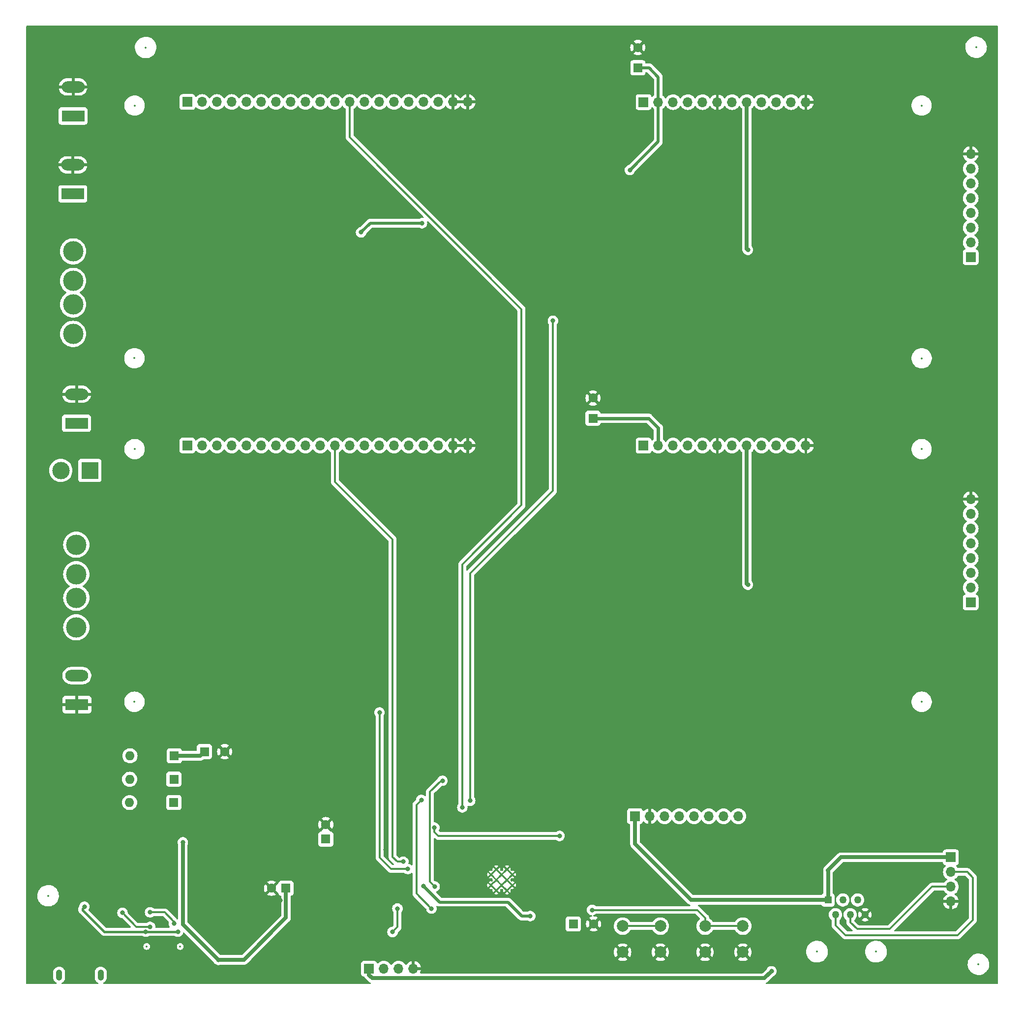
<source format=gbl>
%TF.GenerationSoftware,KiCad,Pcbnew,7.0.1*%
%TF.CreationDate,2024-06-17T10:29:32+02:00*%
%TF.ProjectId,ODRIVE_V1.0,4f445249-5645-45f5-9631-2e302e6b6963,rev?*%
%TF.SameCoordinates,Original*%
%TF.FileFunction,Copper,L2,Bot*%
%TF.FilePolarity,Positive*%
%FSLAX46Y46*%
G04 Gerber Fmt 4.6, Leading zero omitted, Abs format (unit mm)*
G04 Created by KiCad (PCBNEW 7.0.1) date 2024-06-17 10:29:32*
%MOMM*%
%LPD*%
G01*
G04 APERTURE LIST*
%TA.AperFunction,ComponentPad*%
%ADD10R,1.600000X1.600000*%
%TD*%
%TA.AperFunction,ComponentPad*%
%ADD11C,1.600000*%
%TD*%
%TA.AperFunction,ComponentPad*%
%ADD12R,1.700000X1.700000*%
%TD*%
%TA.AperFunction,ComponentPad*%
%ADD13O,1.700000X1.700000*%
%TD*%
%TA.AperFunction,ComponentPad*%
%ADD14R,3.000000X3.000000*%
%TD*%
%TA.AperFunction,ComponentPad*%
%ADD15C,3.000000*%
%TD*%
%TA.AperFunction,ComponentPad*%
%ADD16R,3.960000X1.980000*%
%TD*%
%TA.AperFunction,ComponentPad*%
%ADD17O,3.960000X1.980000*%
%TD*%
%TA.AperFunction,ComponentPad*%
%ADD18C,3.500000*%
%TD*%
%TA.AperFunction,ComponentPad*%
%ADD19O,1.600000X1.600000*%
%TD*%
%TA.AperFunction,ComponentPad*%
%ADD20C,0.300000*%
%TD*%
%TA.AperFunction,ComponentPad*%
%ADD21R,1.268000X1.268000*%
%TD*%
%TA.AperFunction,ComponentPad*%
%ADD22C,1.268000*%
%TD*%
%TA.AperFunction,ComponentPad*%
%ADD23C,2.000000*%
%TD*%
%TA.AperFunction,ComponentPad*%
%ADD24O,1.050000X1.900000*%
%TD*%
%TA.AperFunction,ViaPad*%
%ADD25C,0.800000*%
%TD*%
%TA.AperFunction,Conductor*%
%ADD26C,0.650000*%
%TD*%
%TA.AperFunction,Conductor*%
%ADD27C,0.350000*%
%TD*%
%TA.AperFunction,Conductor*%
%ADD28C,0.500000*%
%TD*%
%TA.AperFunction,Conductor*%
%ADD29C,0.300000*%
%TD*%
%TA.AperFunction,Conductor*%
%ADD30C,0.400000*%
%TD*%
%TA.AperFunction,Conductor*%
%ADD31C,0.600000*%
%TD*%
%ADD32C,0.350000*%
%ADD33C,0.200000*%
%ADD34O,0.450000X1.250000*%
G04 APERTURE END LIST*
D10*
%TO.P,C19,1*%
%TO.N,VCC*%
X40300000Y-140600000D03*
D11*
%TO.P,C19,2*%
%TO.N,GND*%
X43800000Y-140600000D03*
%TD*%
D12*
%TO.P,J9,1,Pin_1*%
%TO.N,VCC*%
X168800000Y-158780000D03*
D13*
%TO.P,J9,2,Pin_2*%
%TO.N,H*%
X168800000Y-161320000D03*
%TO.P,J9,3,Pin_3*%
%TO.N,L*%
X168800000Y-163860000D03*
%TO.P,J9,4,Pin_4*%
%TO.N,GND*%
X168800000Y-166400000D03*
%TD*%
D14*
%TO.P,J4,1,Pin_1*%
%TO.N,VDD*%
X20586000Y-92178000D03*
D15*
%TO.P,J4,2,Pin_2*%
%TO.N,/onFuse*%
X15586000Y-92178000D03*
%TD*%
D16*
%TO.P,J11,1,Pin_1*%
%TO.N,VDD*%
X18300000Y-84050000D03*
D17*
%TO.P,J11,2,Pin_2*%
%TO.N,GND*%
X18300000Y-79050000D03*
%TD*%
D12*
%TO.P,J6,1,Pin_1*%
%TO.N,+5V*%
X172212000Y-55468000D03*
D13*
%TO.P,J6,2,Pin_2*%
%TO.N,A2*%
X172212000Y-52928000D03*
%TO.P,J6,3,Pin_3*%
%TO.N,B2*%
X172212000Y-50388000D03*
%TO.P,J6,4,Pin_4*%
%TO.N,Z2*%
X172212000Y-47848000D03*
%TO.P,J6,5,Pin_5*%
%TO.N,A12*%
X172212000Y-45308000D03*
%TO.P,J6,6,Pin_6*%
%TO.N,B12*%
X172212000Y-42768000D03*
%TO.P,J6,7,Pin_7*%
%TO.N,Z12*%
X172212000Y-40228000D03*
%TO.P,J6,8,Pin_8*%
%TO.N,GND*%
X172212000Y-37688000D03*
%TD*%
D18*
%TO.P,F2,1A*%
%TO.N,/fuse2*%
X17700000Y-54450000D03*
%TO.P,F2,1B*%
X17700000Y-59530000D03*
%TO.P,F2,2A*%
%TO.N,/onFuse*%
X17700000Y-63590000D03*
%TO.P,F2,2B*%
X17700000Y-68670000D03*
%TD*%
D10*
%TO.P,C24,1*%
%TO.N,+3V3*%
X61200000Y-155650000D03*
D11*
%TO.P,C24,2*%
%TO.N,GND*%
X61200000Y-153150000D03*
%TD*%
D12*
%TO.P,U5,1,VCC*%
%TO.N,VCC*%
X114430000Y-151700000D03*
D13*
%TO.P,U5,2,GND*%
%TO.N,GND*%
X116970000Y-151700000D03*
%TO.P,U5,3,SCL*%
%TO.N,SCL*%
X119510000Y-151700000D03*
%TO.P,U5,4,SDA*%
%TO.N,SDA*%
X122050000Y-151700000D03*
%TO.P,U5,5,XDA*%
%TO.N,unconnected-(U5-XDA-Pad5)*%
X124590000Y-151700000D03*
%TO.P,U5,6,XCL*%
%TO.N,unconnected-(U5-XCL-Pad6)*%
X127130000Y-151700000D03*
%TO.P,U5,7,AD0*%
%TO.N,unconnected-(U5-AD0-Pad7)*%
X129670000Y-151700000D03*
%TO.P,U5,8,INT*%
%TO.N,unconnected-(U5-INT-Pad8)*%
X132210000Y-151700000D03*
%TD*%
D16*
%TO.P,J2,1,Pin_1*%
%TO.N,VDD*%
X17700000Y-31150000D03*
D17*
%TO.P,J2,2,Pin_2*%
%TO.N,GND*%
X17700000Y-26150000D03*
%TD*%
D13*
%TO.P,U3,32*%
%TO.N,GND*%
X143840000Y-28750000D03*
%TO.P,U3,31*%
%TO.N,Z12*%
X141300000Y-28750000D03*
%TO.P,U3,30*%
%TO.N,B12*%
X138760000Y-28750000D03*
%TO.P,U3,29*%
%TO.N,A12*%
X136220000Y-28750000D03*
%TO.P,U3,28*%
%TO.N,+5V*%
X133680000Y-28750000D03*
%TO.P,U3,27*%
%TO.N,unconnected-(U3-Pad27)*%
X131140000Y-28750000D03*
%TO.P,U3,26*%
%TO.N,GND*%
X128600000Y-28750000D03*
%TO.P,U3,25*%
%TO.N,Z2*%
X126060000Y-28750000D03*
%TO.P,U3,24*%
%TO.N,B2*%
X123520000Y-28750000D03*
%TO.P,U3,23*%
%TO.N,A2*%
X120980000Y-28750000D03*
%TO.P,U3,22*%
%TO.N,/junction*%
X118440000Y-28750000D03*
D12*
%TO.P,U3,21*%
%TO.N,unconnected-(U3-Pad21)*%
X115900000Y-28750000D03*
D13*
%TO.P,U3,20*%
%TO.N,GND*%
X85645000Y-28735000D03*
%TO.P,U3,19*%
X83105000Y-28735000D03*
%TO.P,U3,18*%
%TO.N,unconnected-(U3-Pad18)*%
X80565000Y-28735000D03*
%TO.P,U3,17*%
%TO.N,unconnected-(U3-Pad17)*%
X78025000Y-28735000D03*
%TO.P,U3,16*%
%TO.N,unconnected-(U3-Pad16)*%
X75485000Y-28735000D03*
%TO.P,U3,15*%
%TO.N,unconnected-(U3-Pad15)*%
X72945000Y-28735000D03*
%TO.P,U3,14*%
%TO.N,unconnected-(U3-Pad14)*%
X70405000Y-28735000D03*
%TO.P,U3,13*%
%TO.N,unconnected-(U3-Pad13)*%
X67865000Y-28735000D03*
%TO.P,U3,12*%
%TO.N,TX1*%
X65325000Y-28735000D03*
%TO.P,U3,11*%
%TO.N,RX1*%
X62785000Y-28735000D03*
%TO.P,U3,10*%
%TO.N,unconnected-(U3-Pad10)*%
X60245000Y-28735000D03*
%TO.P,U3,9*%
%TO.N,unconnected-(U3-Pad9)*%
X57705000Y-28735000D03*
%TO.P,U3,8*%
%TO.N,unconnected-(U3-Pad8)*%
X55165000Y-28735000D03*
%TO.P,U3,7*%
%TO.N,unconnected-(U3-Pad7)*%
X52625000Y-28735000D03*
%TO.P,U3,6*%
%TO.N,unconnected-(U3-Pad6)*%
X50085000Y-28735000D03*
%TO.P,U3,5*%
%TO.N,unconnected-(U3-Pad5)*%
X47545000Y-28735000D03*
%TO.P,U3,4*%
%TO.N,unconnected-(U3-Pad4)*%
X45005000Y-28735000D03*
%TO.P,U3,3*%
%TO.N,unconnected-(U3-Pad3)*%
X42465000Y-28735000D03*
%TO.P,U3,2*%
%TO.N,unconnected-(U3-Pad2)*%
X39925000Y-28735000D03*
D12*
%TO.P,U3,1*%
%TO.N,unconnected-(U3-Pad1)*%
X37385000Y-28735000D03*
%TD*%
D10*
%TO.P,D3,1,K*%
%TO.N,VCC*%
X35110000Y-141300000D03*
D19*
%TO.P,D3,2,A*%
%TO.N,/junction1*%
X27490000Y-141300000D03*
%TD*%
D20*
%TO.P,U4,39_10,GND*%
%TO.N,GND*%
X92382500Y-164495000D03*
%TO.P,U4,39_11,GND*%
X90547500Y-164495000D03*
%TO.P,U4,39_12,GND*%
X93300000Y-163577500D03*
%TO.P,U4,39_13,GND*%
X91465000Y-163577500D03*
%TO.P,U4,39_14,GND*%
X89630000Y-163577500D03*
%TO.P,U4,39_15,GND*%
X92382500Y-162660000D03*
%TO.P,U4,39_16,GND*%
X90547500Y-162660000D03*
%TO.P,U4,39_17,GND*%
X93300000Y-161742500D03*
%TO.P,U4,39_18,GND*%
X91465000Y-161742500D03*
%TO.P,U4,39_19,GND*%
X89630000Y-161742500D03*
%TO.P,U4,39_20,GND*%
X92382500Y-160825000D03*
%TO.P,U4,39_21,GND*%
X90547500Y-160825000D03*
%TD*%
D10*
%TO.P,C18,1*%
%TO.N,/junction1*%
X107200000Y-83200000D03*
D11*
%TO.P,C18,2*%
%TO.N,GND*%
X107200000Y-79700000D03*
%TD*%
D21*
%TO.P,J10,1,P1*%
%TO.N,VCC*%
X147670000Y-166130000D03*
D22*
%TO.P,J10,2,P2*%
%TO.N,H*%
X148940000Y-168670000D03*
%TO.P,J10,3,P3*%
%TO.N,unconnected-(J10-P3-Pad3)*%
X150210000Y-166130000D03*
%TO.P,J10,4,P4*%
%TO.N,L*%
X151480000Y-168670000D03*
%TO.P,J10,5,P5*%
%TO.N,unconnected-(J10-P5-Pad5)*%
X152750000Y-166130000D03*
%TO.P,J10,6,P6*%
%TO.N,GND*%
X154020000Y-168670000D03*
%TD*%
D10*
%TO.P,C21,1*%
%TO.N,/junction*%
X114918000Y-22843349D03*
D11*
%TO.P,C21,2*%
%TO.N,GND*%
X114918000Y-19343349D03*
%TD*%
D10*
%TO.P,C23,1*%
%TO.N,VCC*%
X54350000Y-164100000D03*
D11*
%TO.P,C23,2*%
%TO.N,GND*%
X51850000Y-164100000D03*
%TD*%
D16*
%TO.P,J12,1,Pin_1*%
%TO.N,GND*%
X18350000Y-132500000D03*
D17*
%TO.P,J12,2,Pin_2*%
%TO.N,/fuse1*%
X18350000Y-127500000D03*
%TD*%
D10*
%TO.P,D1,1,K*%
%TO.N,VCC*%
X35040000Y-149350000D03*
D19*
%TO.P,D1,2,A*%
%TO.N,+VDC*%
X27420000Y-149350000D03*
%TD*%
D23*
%TO.P,SW3,1,A*%
%TO.N,GND*%
X132995000Y-175125000D03*
X126495000Y-175125000D03*
%TO.P,SW3,2,B*%
%TO.N,EN*%
X132995000Y-170625000D03*
X126495000Y-170625000D03*
%TD*%
D16*
%TO.P,J3,1,Pin_1*%
%TO.N,/fuse2*%
X17650000Y-44550000D03*
D17*
%TO.P,J3,2,Pin_2*%
%TO.N,GND*%
X17650000Y-39550000D03*
%TD*%
D23*
%TO.P,SW4,1,A*%
%TO.N,IO0*%
X112295000Y-170625000D03*
X118795000Y-170625000D03*
%TO.P,SW4,2,B*%
%TO.N,GND*%
X112295000Y-175125000D03*
X118795000Y-175125000D03*
%TD*%
D18*
%TO.P,F1,1A*%
%TO.N,/fuse1*%
X18250000Y-119190000D03*
%TO.P,F1,1B*%
X18250000Y-114110000D03*
%TO.P,F1,2A*%
%TO.N,/onFuse*%
X18250000Y-110050000D03*
%TO.P,F1,2B*%
X18250000Y-104970000D03*
%TD*%
D12*
%TO.P,J8,1,Pin_1*%
%TO.N,VCC*%
X68640000Y-177950000D03*
D13*
%TO.P,J8,2,Pin_2*%
%TO.N,TXp*%
X71180000Y-177950000D03*
%TO.P,J8,3,Pin_3*%
%TO.N,RXp*%
X73720000Y-177950000D03*
%TO.P,J8,4,Pin_4*%
%TO.N,GND*%
X76260000Y-177950000D03*
%TD*%
D12*
%TO.P,U6,1*%
%TO.N,unconnected-(U6-Pad1)*%
X37385000Y-87885000D03*
D13*
%TO.P,U6,2*%
%TO.N,unconnected-(U6-Pad2)*%
X39925000Y-87885000D03*
%TO.P,U6,3*%
%TO.N,unconnected-(U6-Pad3)*%
X42465000Y-87885000D03*
%TO.P,U6,4*%
%TO.N,unconnected-(U6-Pad4)*%
X45005000Y-87885000D03*
%TO.P,U6,5*%
%TO.N,unconnected-(U6-Pad5)*%
X47545000Y-87885000D03*
%TO.P,U6,6*%
%TO.N,unconnected-(U6-Pad6)*%
X50085000Y-87885000D03*
%TO.P,U6,7*%
%TO.N,unconnected-(U6-Pad7)*%
X52625000Y-87885000D03*
%TO.P,U6,8*%
%TO.N,unconnected-(U6-Pad8)*%
X55165000Y-87885000D03*
%TO.P,U6,9*%
%TO.N,unconnected-(U6-Pad9)*%
X57705000Y-87885000D03*
%TO.P,U6,10*%
%TO.N,unconnected-(U6-Pad10)*%
X60245000Y-87885000D03*
%TO.P,U6,11*%
%TO.N,RX2*%
X62785000Y-87885000D03*
%TO.P,U6,12*%
%TO.N,TX2*%
X65325000Y-87885000D03*
%TO.P,U6,13*%
%TO.N,unconnected-(U6-Pad13)*%
X67865000Y-87885000D03*
%TO.P,U6,14*%
%TO.N,unconnected-(U6-Pad14)*%
X70405000Y-87885000D03*
%TO.P,U6,15*%
%TO.N,unconnected-(U6-Pad15)*%
X72945000Y-87885000D03*
%TO.P,U6,16*%
%TO.N,unconnected-(U6-Pad16)*%
X75485000Y-87885000D03*
%TO.P,U6,17*%
%TO.N,unconnected-(U6-Pad17)*%
X78025000Y-87885000D03*
%TO.P,U6,18*%
%TO.N,unconnected-(U6-Pad18)*%
X80565000Y-87885000D03*
%TO.P,U6,19*%
%TO.N,GND*%
X83105000Y-87885000D03*
%TO.P,U6,20*%
X85645000Y-87885000D03*
D12*
%TO.P,U6,21*%
%TO.N,unconnected-(U6-Pad21)*%
X115900000Y-87900000D03*
D13*
%TO.P,U6,22*%
%TO.N,/junction1*%
X118440000Y-87900000D03*
%TO.P,U6,23*%
%TO.N,A*%
X120980000Y-87900000D03*
%TO.P,U6,24*%
%TO.N,B*%
X123520000Y-87900000D03*
%TO.P,U6,25*%
%TO.N,Z*%
X126060000Y-87900000D03*
%TO.P,U6,26*%
%TO.N,GND*%
X128600000Y-87900000D03*
%TO.P,U6,27*%
%TO.N,unconnected-(U6-Pad27)*%
X131140000Y-87900000D03*
%TO.P,U6,28*%
%TO.N,+5C*%
X133680000Y-87900000D03*
%TO.P,U6,29*%
%TO.N,A1*%
X136220000Y-87900000D03*
%TO.P,U6,30*%
%TO.N,B1*%
X138760000Y-87900000D03*
%TO.P,U6,31*%
%TO.N,Z1*%
X141300000Y-87900000D03*
%TO.P,U6,32*%
%TO.N,GND*%
X143840000Y-87900000D03*
%TD*%
D10*
%TO.P,D2,1,K*%
%TO.N,VCC*%
X35060000Y-145350000D03*
D19*
%TO.P,D2,2,A*%
%TO.N,/junction*%
X27440000Y-145350000D03*
%TD*%
D24*
%TO.P,J1,6*%
%TO.N,N/C*%
X15300000Y-179050000D03*
X22450000Y-179050000D03*
%TD*%
D10*
%TO.P,C17,1*%
%TO.N,+3V3*%
X103797349Y-170250000D03*
D11*
%TO.P,C17,2*%
%TO.N,GND*%
X107297349Y-170250000D03*
%TD*%
D12*
%TO.P,J5,1,Pin_1*%
%TO.N,+5C*%
X172212000Y-114904000D03*
D13*
%TO.P,J5,2,Pin_2*%
%TO.N,A*%
X172212000Y-112364000D03*
%TO.P,J5,3,Pin_3*%
%TO.N,B*%
X172212000Y-109824000D03*
%TO.P,J5,4,Pin_4*%
%TO.N,Z*%
X172212000Y-107284000D03*
%TO.P,J5,5,Pin_5*%
%TO.N,A1*%
X172212000Y-104744000D03*
%TO.P,J5,6,Pin_6*%
%TO.N,B1*%
X172212000Y-102204000D03*
%TO.P,J5,7,Pin_7*%
%TO.N,Z1*%
X172212000Y-99664000D03*
%TO.P,J5,8,Pin_8*%
%TO.N,GND*%
X172212000Y-97124000D03*
%TD*%
D25*
%TO.N,TX1*%
X84700000Y-150200000D03*
%TO.N,RX1*%
X100300000Y-66400000D03*
X86050000Y-149050000D03*
%TO.N,GND*%
X94200000Y-178150000D03*
X60791665Y-166200000D03*
X25650000Y-175550000D03*
X87100000Y-178150000D03*
X69250000Y-160300000D03*
X80000000Y-178150000D03*
X43650000Y-159700000D03*
X48500000Y-166200000D03*
X25750000Y-173500000D03*
X92710000Y-170530000D03*
X92710000Y-158465000D03*
X95250000Y-170530000D03*
X31100000Y-177250000D03*
X50958333Y-166200000D03*
X88875000Y-178150000D03*
X83550000Y-178150000D03*
X90650000Y-178150000D03*
X42554589Y-159694034D03*
X85325000Y-178150000D03*
X55874999Y-166200000D03*
X53416666Y-166200000D03*
X92425000Y-178150000D03*
X63250000Y-166200000D03*
X85725000Y-157830000D03*
X85090000Y-170530000D03*
X71500000Y-157500000D03*
X97750000Y-178150000D03*
X31050000Y-175900000D03*
X87630000Y-157830000D03*
X43650000Y-160700000D03*
X58333332Y-166200000D03*
X20350000Y-175200000D03*
X99525000Y-178150000D03*
X95975000Y-178150000D03*
X101300000Y-178150000D03*
X90170000Y-157830000D03*
X94615000Y-157830000D03*
X81775000Y-178150000D03*
X44750000Y-159700000D03*
X89535000Y-170530000D03*
%TO.N,VCC*%
X137922000Y-178404000D03*
X42700000Y-176450000D03*
X36595000Y-156200000D03*
%TO.N,TXp*%
X73540000Y-167600000D03*
X72690000Y-171650000D03*
%TO.N,EN*%
X107040000Y-167850000D03*
%TO.N,IO0*%
X101440000Y-155100000D03*
X79890000Y-153650000D03*
%TO.N,+5V*%
X133858000Y-54198000D03*
%TO.N,SCL*%
X79390000Y-167600000D03*
X77640000Y-148900000D03*
%TO.N,SDA*%
X81290000Y-145600000D03*
X79940000Y-163800000D03*
%TO.N,+3V3*%
X96400000Y-168900000D03*
X78050000Y-163750000D03*
%TO.N,RX2*%
X74550000Y-159550000D03*
%TO.N,TX2*%
X75300000Y-160800000D03*
X70450000Y-133850000D03*
%TO.N,Net-(J7-CC2)*%
X35050000Y-170200000D03*
X30950000Y-168250000D03*
%TO.N,Net-(J7-CC1)*%
X30950000Y-170749500D03*
X26200000Y-168350000D03*
%TO.N,+VDC*%
X19650000Y-167300000D03*
X30200000Y-171600000D03*
X35749500Y-171600000D03*
%TO.N,/junction*%
X77750000Y-49600000D03*
X113550000Y-40450000D03*
X67275000Y-51175000D03*
%TO.N,+5C*%
X133858000Y-111856000D03*
%TD*%
D26*
%TO.N,VCC*%
X39600000Y-141300000D02*
X40300000Y-140600000D01*
X35110000Y-141300000D02*
X39600000Y-141300000D01*
D27*
%TO.N,H*%
X148940000Y-170490000D02*
X148940000Y-168670000D01*
X150650000Y-172200000D02*
X148940000Y-170490000D01*
X172600000Y-162300000D02*
X172600000Y-169550000D01*
X172600000Y-169550000D02*
X169950000Y-172200000D01*
X171620000Y-161320000D02*
X172600000Y-162300000D01*
X169950000Y-172200000D02*
X150650000Y-172200000D01*
X168800000Y-161320000D02*
X171620000Y-161320000D01*
%TO.N,L*%
X151480000Y-169980000D02*
X151480000Y-168670000D01*
X152650000Y-171150000D02*
X151480000Y-169980000D01*
X158300000Y-171150000D02*
X152650000Y-171150000D01*
X165590000Y-163860000D02*
X158300000Y-171150000D01*
X168800000Y-163860000D02*
X165590000Y-163860000D01*
D26*
%TO.N,VCC*%
X147670000Y-161020000D02*
X147670000Y-166130000D01*
X147650000Y-161000000D02*
X147670000Y-161020000D01*
X149870000Y-158780000D02*
X147650000Y-161000000D01*
X168800000Y-158780000D02*
X149870000Y-158780000D01*
D27*
%TO.N,EN*%
X125140000Y-167850000D02*
X126495000Y-169205000D01*
D26*
%TO.N,+5V*%
X133680000Y-54020000D02*
X133680000Y-28750000D01*
D28*
%TO.N,+3V3*%
X80800000Y-166500000D02*
X92550000Y-166500000D01*
%TO.N,/junction*%
X118440000Y-28750000D02*
X118440000Y-24440000D01*
D26*
%TO.N,+5C*%
X133680000Y-111678000D02*
X133680000Y-87900000D01*
D27*
%TO.N,TX1*%
X65325000Y-34825000D02*
X94900000Y-64400000D01*
X65325000Y-28735000D02*
X65325000Y-34825000D01*
X94900000Y-64400000D02*
X94900000Y-98150000D01*
X94900000Y-98150000D02*
X84700000Y-108350000D01*
X84700000Y-108350000D02*
X84700000Y-150200000D01*
%TO.N,RX1*%
X100300000Y-66400000D02*
X100300000Y-95650000D01*
X100300000Y-95650000D02*
X86050000Y-109900000D01*
X86050000Y-109900000D02*
X86050000Y-149050000D01*
D26*
%TO.N,VCC*%
X36590000Y-170340000D02*
X36590000Y-156205000D01*
X69200000Y-179600000D02*
X68640000Y-179040000D01*
X124080000Y-166130000D02*
X147670000Y-166130000D01*
X47100000Y-176450000D02*
X54350000Y-169200000D01*
X42700000Y-176450000D02*
X47100000Y-176450000D01*
X36590000Y-156205000D02*
X36595000Y-156200000D01*
X54350000Y-169200000D02*
X54350000Y-164100000D01*
X68640000Y-179040000D02*
X68640000Y-177950000D01*
X114430000Y-151700000D02*
X114430000Y-156480000D01*
X137922000Y-178404000D02*
X136726000Y-179600000D01*
X42700000Y-176450000D02*
X36590000Y-170340000D01*
X114430000Y-156480000D02*
X124080000Y-166130000D01*
X136726000Y-179600000D02*
X69200000Y-179600000D01*
D27*
%TO.N,TXp*%
X72690000Y-171650000D02*
X73540000Y-170800000D01*
X73540000Y-170800000D02*
X73540000Y-167600000D01*
%TO.N,EN*%
X126495000Y-170625000D02*
X126495000Y-169205000D01*
X132995000Y-170625000D02*
X126495000Y-170625000D01*
X125140000Y-167850000D02*
X107040000Y-167850000D01*
%TO.N,IO0*%
X118795000Y-170625000D02*
X112295000Y-170625000D01*
X79890000Y-154408000D02*
X79890000Y-153650000D01*
X80582000Y-155100000D02*
X79890000Y-154408000D01*
X101440000Y-155100000D02*
X80582000Y-155100000D01*
D26*
%TO.N,+5V*%
X133858000Y-54198000D02*
X133680000Y-54020000D01*
D27*
%TO.N,SCL*%
X76790000Y-165000000D02*
X79390000Y-167600000D01*
X76790000Y-149750000D02*
X76790000Y-165000000D01*
X77640000Y-148900000D02*
X76790000Y-149750000D01*
%TO.N,SDA*%
X81040000Y-145600000D02*
X79115000Y-147525000D01*
X79115000Y-162975000D02*
X79940000Y-163800000D01*
X79115000Y-147525000D02*
X79115000Y-162975000D01*
X81290000Y-145600000D02*
X81040000Y-145600000D01*
D28*
%TO.N,+3V3*%
X78050000Y-163750000D02*
X80800000Y-166500000D01*
X92550000Y-166500000D02*
X94950000Y-168900000D01*
X94950000Y-168900000D02*
X96400000Y-168900000D01*
D27*
%TO.N,RX2*%
X74550000Y-159550000D02*
X73500000Y-159550000D01*
X72700000Y-158750000D02*
X72700000Y-104050000D01*
X62785000Y-87885000D02*
X62785000Y-94135000D01*
X73500000Y-159550000D02*
X72700000Y-158750000D01*
X72700000Y-104050000D02*
X62785000Y-94135000D01*
%TO.N,TX2*%
X72450000Y-160800000D02*
X75300000Y-160800000D01*
X70450000Y-158800000D02*
X72450000Y-160800000D01*
X70450000Y-133850000D02*
X70450000Y-158800000D01*
D29*
%TO.N,Net-(J7-CC2)*%
X30950000Y-168250000D02*
X33450000Y-168250000D01*
X35050000Y-169850000D02*
X35050000Y-170200000D01*
X33450000Y-168250000D02*
X35000000Y-169800000D01*
X35000000Y-169800000D02*
X35050000Y-169850000D01*
%TO.N,Net-(J7-CC1)*%
X28599500Y-170749500D02*
X26200000Y-168350000D01*
X30950000Y-170749500D02*
X28599500Y-170749500D01*
D30*
%TO.N,+VDC*%
X19300000Y-167850000D02*
X19300000Y-167650000D01*
X23050000Y-171600000D02*
X19300000Y-167850000D01*
X19300000Y-167650000D02*
X19650000Y-167300000D01*
X30200000Y-171600000D02*
X23050000Y-171600000D01*
X35749500Y-171600000D02*
X30200000Y-171600000D01*
D31*
%TO.N,/junction1*%
X116800000Y-83200000D02*
X107200000Y-83200000D01*
X118440000Y-84840000D02*
X116800000Y-83200000D01*
X118440000Y-87900000D02*
X118440000Y-84840000D01*
D28*
%TO.N,/junction*%
X68850000Y-49600000D02*
X77750000Y-49600000D01*
X118440000Y-35560000D02*
X113550000Y-40450000D01*
X118440000Y-28750000D02*
X118440000Y-35560000D01*
X118440000Y-24440000D02*
X116843349Y-22843349D01*
X116843349Y-22843349D02*
X114918000Y-22843349D01*
X67275000Y-51175000D02*
X68850000Y-49600000D01*
D26*
%TO.N,+5C*%
X133858000Y-111856000D02*
X133680000Y-111678000D01*
%TD*%
%TA.AperFunction,Conductor*%
%TO.N,GND*%
G36*
X171336290Y-162004939D02*
G01*
X171376518Y-162031819D01*
X171888181Y-162543483D01*
X171915061Y-162583711D01*
X171924500Y-162631164D01*
X171924500Y-169218837D01*
X171915061Y-169266290D01*
X171888181Y-169306518D01*
X169706518Y-171488181D01*
X169666290Y-171515061D01*
X169618837Y-171524500D01*
X159180163Y-171524500D01*
X159123868Y-171510985D01*
X159079845Y-171473385D01*
X159057690Y-171419898D01*
X159062232Y-171362182D01*
X159092482Y-171312819D01*
X163755301Y-166650000D01*
X167469364Y-166650000D01*
X167526569Y-166863492D01*
X167626399Y-167077576D01*
X167761893Y-167271081D01*
X167928918Y-167438106D01*
X168122423Y-167573600D01*
X168336507Y-167673430D01*
X168549999Y-167730635D01*
X168550000Y-167730636D01*
X168550000Y-166650000D01*
X169050000Y-166650000D01*
X169050000Y-167730635D01*
X169263492Y-167673430D01*
X169477576Y-167573600D01*
X169671081Y-167438106D01*
X169838106Y-167271081D01*
X169973600Y-167077576D01*
X170073430Y-166863492D01*
X170130636Y-166650000D01*
X169050000Y-166650000D01*
X168550000Y-166650000D01*
X167469364Y-166650000D01*
X163755301Y-166650000D01*
X165833482Y-164571819D01*
X165873710Y-164544939D01*
X165921163Y-164535500D01*
X167559783Y-164535500D01*
X167617040Y-164549511D01*
X167661357Y-164588375D01*
X167761505Y-164731401D01*
X167928599Y-164898495D01*
X168114597Y-165028732D01*
X168153460Y-165073048D01*
X168167471Y-165130305D01*
X168153461Y-165187561D01*
X168114595Y-165231880D01*
X167928919Y-165361892D01*
X167761890Y-165528921D01*
X167626400Y-165722421D01*
X167526569Y-165936507D01*
X167469364Y-166149999D01*
X167469364Y-166150000D01*
X170130636Y-166150000D01*
X170130635Y-166149999D01*
X170073430Y-165936507D01*
X169973599Y-165722421D01*
X169838109Y-165528921D01*
X169671081Y-165361893D01*
X169485404Y-165231880D01*
X169446539Y-165187562D01*
X169432528Y-165130305D01*
X169446539Y-165073048D01*
X169485402Y-165028732D01*
X169671401Y-164898495D01*
X169838495Y-164731401D01*
X169974035Y-164537830D01*
X170073903Y-164323663D01*
X170135063Y-164095408D01*
X170155659Y-163860000D01*
X170135063Y-163624592D01*
X170073903Y-163396337D01*
X169974035Y-163182171D01*
X169838495Y-162988599D01*
X169671401Y-162821505D01*
X169485839Y-162691573D01*
X169446975Y-162647257D01*
X169432964Y-162590000D01*
X169446975Y-162532743D01*
X169485839Y-162488426D01*
X169671401Y-162358495D01*
X169838495Y-162191401D01*
X169938642Y-162048375D01*
X169982960Y-162009511D01*
X170040217Y-161995500D01*
X171288837Y-161995500D01*
X171336290Y-162004939D01*
G37*
%TD.AperFunction*%
%TA.AperFunction,Conductor*%
G36*
X176842000Y-15607113D02*
G01*
X176887387Y-15652500D01*
X176904000Y-15714500D01*
X176904000Y-180486500D01*
X176887387Y-180548500D01*
X176842000Y-180593887D01*
X176780000Y-180610500D01*
X137068639Y-180610500D01*
X137002423Y-180591340D01*
X136956670Y-180539782D01*
X136945518Y-180471758D01*
X136972415Y-180408290D01*
X137029047Y-180368991D01*
X137033473Y-180367499D01*
X137074662Y-180353622D01*
X137074664Y-180353620D01*
X137075028Y-180353498D01*
X137094617Y-180344111D01*
X137094939Y-180343905D01*
X137094942Y-180343904D01*
X137159816Y-180302435D01*
X137162585Y-180300719D01*
X137228517Y-180261050D01*
X137228516Y-180261050D01*
X137228848Y-180260851D01*
X137245955Y-180247478D01*
X137246233Y-180247200D01*
X137300641Y-180192790D01*
X137302972Y-180190521D01*
X137358875Y-180137569D01*
X137358876Y-180137567D01*
X137359153Y-180137305D01*
X137373550Y-180119881D01*
X138233296Y-179260135D01*
X138270535Y-179234541D01*
X138374730Y-179188151D01*
X138527871Y-179076888D01*
X138654533Y-178936216D01*
X138749179Y-178772284D01*
X138807674Y-178592256D01*
X138827460Y-178404000D01*
X138807674Y-178215744D01*
X138769509Y-178098284D01*
X138749179Y-178035715D01*
X138654533Y-177871783D01*
X138527870Y-177731110D01*
X138374730Y-177619848D01*
X138201802Y-177542855D01*
X138016648Y-177503500D01*
X138016646Y-177503500D01*
X137827354Y-177503500D01*
X137827352Y-177503500D01*
X137642197Y-177542855D01*
X137469269Y-177619848D01*
X137316129Y-177731110D01*
X137189466Y-177871783D01*
X137094820Y-178035716D01*
X137090529Y-178048924D01*
X137060280Y-178098284D01*
X136420385Y-178738181D01*
X136380157Y-178765061D01*
X136332704Y-178774500D01*
X77559730Y-178774500D01*
X77500087Y-178759214D01*
X77455149Y-178717125D01*
X77435995Y-178658610D01*
X77447348Y-178598095D01*
X77533430Y-178413492D01*
X77590636Y-178200000D01*
X76134000Y-178200000D01*
X76072000Y-178183387D01*
X76026613Y-178138000D01*
X76010000Y-178076000D01*
X76010000Y-176619364D01*
X76510000Y-176619364D01*
X76510000Y-177700000D01*
X77590636Y-177700000D01*
X77590635Y-177699999D01*
X77533430Y-177486507D01*
X77433599Y-177272421D01*
X77430338Y-177267764D01*
X171695787Y-177267764D01*
X171725413Y-177537016D01*
X171768023Y-177699999D01*
X171793928Y-177799088D01*
X171847720Y-177925670D01*
X171899871Y-178048392D01*
X172040982Y-178279611D01*
X172152541Y-178413663D01*
X172214255Y-178487820D01*
X172415998Y-178668582D01*
X172641910Y-178818044D01*
X172705539Y-178847872D01*
X172887177Y-178933021D01*
X173146562Y-179011058D01*
X173146569Y-179011060D01*
X173414561Y-179050500D01*
X173617631Y-179050500D01*
X173617634Y-179050500D01*
X173820156Y-179035677D01*
X173820155Y-179035677D01*
X174084553Y-178976780D01*
X174337558Y-178880014D01*
X174573777Y-178747441D01*
X174788177Y-178581888D01*
X174976186Y-178386881D01*
X175133799Y-178166579D01*
X175257656Y-177925675D01*
X175345118Y-177669305D01*
X175394319Y-177402933D01*
X175404212Y-177132235D01*
X175374586Y-176862982D01*
X175306072Y-176600912D01*
X175200130Y-176351610D01*
X175059018Y-176120390D01*
X175059017Y-176120388D01*
X174885746Y-175912181D01*
X174780758Y-175818112D01*
X174684002Y-175731418D01*
X174458090Y-175581956D01*
X174458086Y-175581954D01*
X174212822Y-175466978D01*
X173953437Y-175388941D01*
X173953431Y-175388940D01*
X173685439Y-175349500D01*
X173482369Y-175349500D01*
X173482366Y-175349500D01*
X173279843Y-175364322D01*
X173015449Y-175423219D01*
X172762441Y-175519986D01*
X172526223Y-175652559D01*
X172311825Y-175818109D01*
X172123813Y-176013120D01*
X171966201Y-176233420D01*
X171842342Y-176474329D01*
X171754881Y-176730695D01*
X171705680Y-176997066D01*
X171695787Y-177267764D01*
X77430338Y-177267764D01*
X77298109Y-177078921D01*
X77131081Y-176911893D01*
X76937576Y-176776399D01*
X76723492Y-176676569D01*
X76510000Y-176619364D01*
X76010000Y-176619364D01*
X76009999Y-176619364D01*
X75796507Y-176676569D01*
X75582421Y-176776400D01*
X75388921Y-176911890D01*
X75221893Y-177078918D01*
X75091880Y-177264596D01*
X75047562Y-177303461D01*
X74990305Y-177317472D01*
X74933048Y-177303461D01*
X74888730Y-177264595D01*
X74863231Y-177228178D01*
X74758495Y-177078599D01*
X74591401Y-176911505D01*
X74397830Y-176775965D01*
X74183663Y-176676097D01*
X74122502Y-176659709D01*
X73955407Y-176614936D01*
X73720000Y-176594340D01*
X73484592Y-176614936D01*
X73256336Y-176676097D01*
X73042170Y-176775965D01*
X72848598Y-176911505D01*
X72681505Y-177078598D01*
X72551575Y-177264159D01*
X72507257Y-177303025D01*
X72450000Y-177317036D01*
X72392743Y-177303025D01*
X72348425Y-177264159D01*
X72269590Y-177151571D01*
X72218495Y-177078599D01*
X72051401Y-176911505D01*
X71857830Y-176775965D01*
X71643663Y-176676097D01*
X71582502Y-176659709D01*
X71415407Y-176614936D01*
X71180000Y-176594340D01*
X70944592Y-176614936D01*
X70716336Y-176676097D01*
X70502170Y-176775965D01*
X70308601Y-176911503D01*
X70186673Y-177033431D01*
X70133926Y-177064726D01*
X70072634Y-177066915D01*
X70017789Y-177039462D01*
X69982810Y-176989082D01*
X69954019Y-176911890D01*
X69933796Y-176857669D01*
X69847546Y-176742454D01*
X69732331Y-176656204D01*
X69597483Y-176605909D01*
X69537873Y-176599500D01*
X69537869Y-176599500D01*
X67742130Y-176599500D01*
X67682515Y-176605909D01*
X67547669Y-176656204D01*
X67432454Y-176742454D01*
X67346204Y-176857668D01*
X67301242Y-176978217D01*
X67295909Y-176992517D01*
X67290629Y-177041633D01*
X67289500Y-177052130D01*
X67289500Y-178847869D01*
X67295909Y-178907484D01*
X67321056Y-178974907D01*
X67346204Y-179042331D01*
X67432454Y-179157546D01*
X67547669Y-179243796D01*
X67682517Y-179294091D01*
X67742127Y-179300500D01*
X67767602Y-179300499D01*
X67817627Y-179311037D01*
X67859150Y-179340862D01*
X67885112Y-179384905D01*
X67886499Y-179389023D01*
X67895891Y-179408622D01*
X67937518Y-179473746D01*
X67939288Y-179476599D01*
X67979147Y-179542845D01*
X67992528Y-179559961D01*
X67992799Y-179560232D01*
X67992800Y-179560233D01*
X68047190Y-179614623D01*
X68049496Y-179616993D01*
X68102692Y-179673151D01*
X68120119Y-179687552D01*
X68588986Y-180156419D01*
X68595813Y-180163824D01*
X68628956Y-180202843D01*
X68690262Y-180249447D01*
X68692790Y-180251423D01*
X68752791Y-180299653D01*
X68752792Y-180299653D01*
X68753094Y-180299896D01*
X68771554Y-180311346D01*
X68771899Y-180311505D01*
X68771901Y-180311507D01*
X68841741Y-180343818D01*
X68844705Y-180345238D01*
X68892596Y-180368991D01*
X68905543Y-180375412D01*
X68954564Y-180419153D01*
X68974358Y-180481800D01*
X68959367Y-180545766D01*
X68913799Y-180593095D01*
X68850447Y-180610500D01*
X22996115Y-180610500D01*
X22933414Y-180593479D01*
X22887926Y-180547089D01*
X22872139Y-180484066D01*
X22890388Y-180421710D01*
X22937662Y-180377142D01*
X22953118Y-180368880D01*
X23022494Y-180331798D01*
X23178647Y-180203647D01*
X23306798Y-180047494D01*
X23402023Y-179869341D01*
X23460662Y-179676033D01*
X23475500Y-179525380D01*
X23475500Y-178574620D01*
X23460662Y-178423967D01*
X23402023Y-178230659D01*
X23306798Y-178052506D01*
X23202707Y-177925670D01*
X23178647Y-177896352D01*
X23060129Y-177799088D01*
X23022494Y-177768202D01*
X22894897Y-177700000D01*
X22844343Y-177672978D01*
X22844342Y-177672977D01*
X22844341Y-177672977D01*
X22747686Y-177643657D01*
X22651031Y-177614337D01*
X22450000Y-177594538D01*
X22248968Y-177614337D01*
X22055656Y-177672978D01*
X21877507Y-177768201D01*
X21721352Y-177896352D01*
X21593201Y-178052507D01*
X21497978Y-178230656D01*
X21439337Y-178423968D01*
X21424500Y-178574621D01*
X21424500Y-179525379D01*
X21439337Y-179676031D01*
X21439338Y-179676033D01*
X21497977Y-179869341D01*
X21593202Y-180047494D01*
X21643275Y-180108508D01*
X21721352Y-180203647D01*
X21791299Y-180261050D01*
X21877506Y-180331798D01*
X21907442Y-180347799D01*
X21962338Y-180377142D01*
X22009612Y-180421710D01*
X22027861Y-180484066D01*
X22012074Y-180547089D01*
X21966586Y-180593479D01*
X21903885Y-180610500D01*
X15846115Y-180610500D01*
X15783414Y-180593479D01*
X15737926Y-180547089D01*
X15722139Y-180484066D01*
X15740388Y-180421710D01*
X15787662Y-180377142D01*
X15803118Y-180368880D01*
X15872494Y-180331798D01*
X16028647Y-180203647D01*
X16156798Y-180047494D01*
X16252023Y-179869341D01*
X16310662Y-179676033D01*
X16325500Y-179525380D01*
X16325500Y-178574620D01*
X16310662Y-178423967D01*
X16252023Y-178230659D01*
X16156798Y-178052506D01*
X16052707Y-177925670D01*
X16028647Y-177896352D01*
X15910129Y-177799088D01*
X15872494Y-177768202D01*
X15744897Y-177700000D01*
X15694343Y-177672978D01*
X15694342Y-177672977D01*
X15694341Y-177672977D01*
X15597686Y-177643657D01*
X15501031Y-177614337D01*
X15300000Y-177594538D01*
X15098968Y-177614337D01*
X14905656Y-177672978D01*
X14727507Y-177768201D01*
X14571352Y-177896352D01*
X14443201Y-178052507D01*
X14347978Y-178230656D01*
X14289337Y-178423968D01*
X14274500Y-178574621D01*
X14274500Y-179525379D01*
X14289337Y-179676031D01*
X14289338Y-179676033D01*
X14347977Y-179869341D01*
X14443202Y-180047494D01*
X14493275Y-180108508D01*
X14571352Y-180203647D01*
X14641299Y-180261050D01*
X14727506Y-180331798D01*
X14757442Y-180347799D01*
X14812338Y-180377142D01*
X14859612Y-180421710D01*
X14877861Y-180484066D01*
X14862074Y-180547089D01*
X14816586Y-180593479D01*
X14753885Y-180610500D01*
X9764000Y-180610500D01*
X9702000Y-180593887D01*
X9656613Y-180548500D01*
X9640000Y-180486500D01*
X9640000Y-174137499D01*
X29779533Y-174137499D01*
X29799312Y-174287735D01*
X29849389Y-174408630D01*
X29857302Y-174427733D01*
X29949549Y-174547951D01*
X30069767Y-174640198D01*
X30162067Y-174678430D01*
X30209764Y-174698187D01*
X30322279Y-174713000D01*
X30322280Y-174713000D01*
X30397720Y-174713000D01*
X30397721Y-174713000D01*
X30453978Y-174705593D01*
X30510236Y-174698187D01*
X30650233Y-174640198D01*
X30770451Y-174547951D01*
X30862698Y-174427733D01*
X30920687Y-174287736D01*
X30940466Y-174137500D01*
X30940466Y-174137499D01*
X35559533Y-174137499D01*
X35579312Y-174287735D01*
X35629389Y-174408630D01*
X35637302Y-174427733D01*
X35729549Y-174547951D01*
X35849767Y-174640198D01*
X35942067Y-174678430D01*
X35989764Y-174698187D01*
X36102279Y-174713000D01*
X36102280Y-174713000D01*
X36177720Y-174713000D01*
X36177721Y-174713000D01*
X36233978Y-174705593D01*
X36290236Y-174698187D01*
X36430233Y-174640198D01*
X36550451Y-174547951D01*
X36642698Y-174427733D01*
X36700687Y-174287736D01*
X36720466Y-174137500D01*
X36700687Y-173987264D01*
X36642698Y-173847267D01*
X36550451Y-173727049D01*
X36430233Y-173634802D01*
X36430231Y-173634801D01*
X36290235Y-173576812D01*
X36177721Y-173562000D01*
X36177720Y-173562000D01*
X36102280Y-173562000D01*
X36102279Y-173562000D01*
X35989764Y-173576812D01*
X35849768Y-173634801D01*
X35729549Y-173727049D01*
X35637301Y-173847268D01*
X35579312Y-173987264D01*
X35559533Y-174137499D01*
X30940466Y-174137499D01*
X30920687Y-173987264D01*
X30862698Y-173847267D01*
X30770451Y-173727049D01*
X30650233Y-173634802D01*
X30650231Y-173634801D01*
X30510235Y-173576812D01*
X30397721Y-173562000D01*
X30397720Y-173562000D01*
X30322280Y-173562000D01*
X30322279Y-173562000D01*
X30209764Y-173576812D01*
X30069768Y-173634801D01*
X29949549Y-173727049D01*
X29857301Y-173847268D01*
X29799312Y-173987264D01*
X29779533Y-174137499D01*
X9640000Y-174137499D01*
X9640000Y-167892607D01*
X18595641Y-167892607D01*
X18606483Y-167951771D01*
X18607610Y-167959172D01*
X18614860Y-168018873D01*
X18618450Y-168028339D01*
X18624475Y-168049952D01*
X18626303Y-168059929D01*
X18650991Y-168114783D01*
X18653856Y-168121701D01*
X18669043Y-168161744D01*
X18675182Y-168177930D01*
X18680941Y-168186273D01*
X18691961Y-168205813D01*
X18696120Y-168215054D01*
X18696121Y-168215055D01*
X18696122Y-168215057D01*
X18710735Y-168233709D01*
X18733216Y-168262405D01*
X18737651Y-168268432D01*
X18771817Y-168317929D01*
X18816847Y-168357822D01*
X18822283Y-168362940D01*
X22537058Y-172077715D01*
X22542178Y-172083153D01*
X22582071Y-172128183D01*
X22631577Y-172162355D01*
X22637597Y-172166785D01*
X22684941Y-172203877D01*
X22684942Y-172203877D01*
X22684943Y-172203878D01*
X22694184Y-172208037D01*
X22713730Y-172219061D01*
X22722070Y-172224818D01*
X22778313Y-172246147D01*
X22785217Y-172249007D01*
X22840069Y-172273695D01*
X22850044Y-172275522D01*
X22871656Y-172281547D01*
X22881128Y-172285140D01*
X22940841Y-172292390D01*
X22948185Y-172293507D01*
X23007394Y-172304358D01*
X23064102Y-172300927D01*
X23067434Y-172300726D01*
X23074921Y-172300500D01*
X29591844Y-172300500D01*
X29630162Y-172306569D01*
X29664728Y-172324181D01*
X29747270Y-172384151D01*
X29747271Y-172384151D01*
X29747272Y-172384152D01*
X29920197Y-172461144D01*
X30105352Y-172500500D01*
X30105354Y-172500500D01*
X30294646Y-172500500D01*
X30294648Y-172500500D01*
X30418083Y-172474262D01*
X30479803Y-172461144D01*
X30652730Y-172384151D01*
X30735271Y-172324181D01*
X30769838Y-172306569D01*
X30808156Y-172300500D01*
X35141344Y-172300500D01*
X35179662Y-172306569D01*
X35214228Y-172324181D01*
X35296770Y-172384151D01*
X35296771Y-172384151D01*
X35296772Y-172384152D01*
X35469697Y-172461144D01*
X35654852Y-172500500D01*
X35654854Y-172500500D01*
X35844146Y-172500500D01*
X35844148Y-172500500D01*
X35967583Y-172474262D01*
X36029303Y-172461144D01*
X36202230Y-172384151D01*
X36312056Y-172304358D01*
X36355370Y-172272889D01*
X36398654Y-172224818D01*
X36482033Y-172132216D01*
X36576679Y-171968284D01*
X36630435Y-171802839D01*
X36664193Y-171750104D01*
X36719418Y-171720586D01*
X36782024Y-171721816D01*
X36836046Y-171753479D01*
X41838279Y-176755712D01*
X41868528Y-176805073D01*
X41872820Y-176818283D01*
X41967466Y-176982216D01*
X42094129Y-177122889D01*
X42247269Y-177234151D01*
X42420197Y-177311144D01*
X42605352Y-177350500D01*
X42605354Y-177350500D01*
X42794646Y-177350500D01*
X42794648Y-177350500D01*
X42918083Y-177324262D01*
X42979803Y-177311144D01*
X43016169Y-177294952D01*
X43035781Y-177286221D01*
X43086217Y-177275500D01*
X47061405Y-177275500D01*
X47071467Y-177275909D01*
X47076357Y-177276307D01*
X47122485Y-177280063D01*
X47198747Y-177269672D01*
X47201998Y-177269274D01*
X47278505Y-177260954D01*
X47278510Y-177260952D01*
X47278899Y-177260910D01*
X47300033Y-177255957D01*
X47300396Y-177255823D01*
X47300400Y-177255823D01*
X47372647Y-177229280D01*
X47375693Y-177228207D01*
X47448662Y-177203622D01*
X47448667Y-177203618D01*
X47449035Y-177203495D01*
X47468617Y-177194111D01*
X47468939Y-177193905D01*
X47468942Y-177193904D01*
X47533816Y-177152435D01*
X47536585Y-177150719D01*
X47602517Y-177111050D01*
X47602516Y-177111050D01*
X47602848Y-177110851D01*
X47619955Y-177097478D01*
X47620233Y-177097200D01*
X47674641Y-177042790D01*
X47676972Y-177040521D01*
X47732875Y-176987569D01*
X47732876Y-176987567D01*
X47733153Y-176987305D01*
X47747550Y-176969881D01*
X48368821Y-176348610D01*
X111424942Y-176348610D01*
X111471766Y-176385055D01*
X111690393Y-176503368D01*
X111925506Y-176584083D01*
X112170707Y-176625000D01*
X112419293Y-176625000D01*
X112664493Y-176584083D01*
X112899606Y-176503368D01*
X113118233Y-176385053D01*
X113165055Y-176348610D01*
X117924942Y-176348610D01*
X117971766Y-176385055D01*
X118190393Y-176503368D01*
X118425506Y-176584083D01*
X118670707Y-176625000D01*
X118919293Y-176625000D01*
X119164493Y-176584083D01*
X119399606Y-176503368D01*
X119618233Y-176385053D01*
X119665055Y-176348610D01*
X125624942Y-176348610D01*
X125671766Y-176385055D01*
X125890393Y-176503368D01*
X126125506Y-176584083D01*
X126370707Y-176625000D01*
X126619293Y-176625000D01*
X126864493Y-176584083D01*
X127099606Y-176503368D01*
X127318233Y-176385053D01*
X127365055Y-176348610D01*
X132124942Y-176348610D01*
X132171766Y-176385055D01*
X132390393Y-176503368D01*
X132625506Y-176584083D01*
X132870707Y-176625000D01*
X133119293Y-176625000D01*
X133364493Y-176584083D01*
X133599606Y-176503368D01*
X133818233Y-176385053D01*
X133865056Y-176348609D01*
X132995000Y-175478553D01*
X132124942Y-176348609D01*
X132124942Y-176348610D01*
X127365055Y-176348610D01*
X127365056Y-176348609D01*
X126495000Y-175478553D01*
X125624942Y-176348609D01*
X125624942Y-176348610D01*
X119665055Y-176348610D01*
X119665056Y-176348609D01*
X118795000Y-175478553D01*
X117924942Y-176348609D01*
X117924942Y-176348610D01*
X113165055Y-176348610D01*
X113165056Y-176348609D01*
X112295000Y-175478553D01*
X111424942Y-176348609D01*
X111424942Y-176348610D01*
X48368821Y-176348610D01*
X49592431Y-175125000D01*
X110789858Y-175125000D01*
X110810386Y-175372732D01*
X110871413Y-175613721D01*
X110971268Y-175841370D01*
X111071563Y-175994882D01*
X111071564Y-175994882D01*
X111941447Y-175125001D01*
X111941447Y-175125000D01*
X112648553Y-175125000D01*
X113518434Y-175994882D01*
X113618730Y-175841369D01*
X113718586Y-175613721D01*
X113779613Y-175372732D01*
X113800141Y-175125000D01*
X117289858Y-175125000D01*
X117310386Y-175372732D01*
X117371413Y-175613721D01*
X117471268Y-175841370D01*
X117571563Y-175994882D01*
X117571564Y-175994882D01*
X118441447Y-175125001D01*
X119148553Y-175125001D01*
X120018434Y-175994882D01*
X120118730Y-175841369D01*
X120218586Y-175613721D01*
X120279613Y-175372732D01*
X120300141Y-175125000D01*
X124989858Y-175125000D01*
X125010386Y-175372732D01*
X125071413Y-175613721D01*
X125171268Y-175841370D01*
X125271563Y-175994882D01*
X125271564Y-175994882D01*
X126141447Y-175125001D01*
X126848553Y-175125001D01*
X127718434Y-175994882D01*
X127818730Y-175841369D01*
X127918586Y-175613721D01*
X127979613Y-175372732D01*
X128000141Y-175125000D01*
X131489858Y-175125000D01*
X131510386Y-175372732D01*
X131571413Y-175613721D01*
X131671268Y-175841370D01*
X131771563Y-175994882D01*
X131771564Y-175994882D01*
X132641447Y-175125001D01*
X133348553Y-175125001D01*
X134218434Y-175994882D01*
X134318730Y-175841369D01*
X134418586Y-175613721D01*
X134479613Y-175372732D01*
X134500141Y-175125000D01*
X134497131Y-175088678D01*
X143890737Y-175088678D01*
X143920763Y-175361569D01*
X143951347Y-175478553D01*
X143990204Y-175627182D01*
X144034500Y-175731419D01*
X144097577Y-175879852D01*
X144178908Y-176013119D01*
X144240595Y-176114196D01*
X144416209Y-176325218D01*
X144620677Y-176508423D01*
X144849641Y-176659904D01*
X145098221Y-176776433D01*
X145361119Y-176855527D01*
X145632731Y-176895500D01*
X145838547Y-176895500D01*
X145838551Y-176895500D01*
X146043805Y-176880477D01*
X146146193Y-176857669D01*
X146311775Y-176820784D01*
X146568198Y-176722711D01*
X146807609Y-176588347D01*
X147024904Y-176420557D01*
X147215454Y-176222916D01*
X147375196Y-175999637D01*
X147500727Y-175755479D01*
X147549088Y-175613721D01*
X147589370Y-175495647D01*
X147639236Y-175225674D01*
X147644242Y-175088678D01*
X154050737Y-175088678D01*
X154080763Y-175361569D01*
X154111347Y-175478553D01*
X154150204Y-175627182D01*
X154194500Y-175731419D01*
X154257577Y-175879852D01*
X154338908Y-176013119D01*
X154400595Y-176114196D01*
X154576209Y-176325218D01*
X154780677Y-176508423D01*
X155009641Y-176659904D01*
X155258221Y-176776433D01*
X155521119Y-176855527D01*
X155792731Y-176895500D01*
X155998547Y-176895500D01*
X155998551Y-176895500D01*
X156203805Y-176880477D01*
X156306193Y-176857669D01*
X156471775Y-176820784D01*
X156728198Y-176722711D01*
X156967609Y-176588347D01*
X157184904Y-176420557D01*
X157375454Y-176222916D01*
X157535196Y-175999637D01*
X157660727Y-175755479D01*
X157709088Y-175613721D01*
X157749370Y-175495647D01*
X157799236Y-175225674D01*
X157809262Y-174951321D01*
X157794188Y-174814325D01*
X157779236Y-174678429D01*
X157709796Y-174412818D01*
X157602423Y-174160148D01*
X157459405Y-173925804D01*
X157283791Y-173714782D01*
X157079323Y-173531577D01*
X156850359Y-173380096D01*
X156601779Y-173263567D01*
X156338881Y-173184473D01*
X156067269Y-173144500D01*
X155861453Y-173144500D01*
X155861449Y-173144500D01*
X155656194Y-173159522D01*
X155388225Y-173219215D01*
X155131803Y-173317288D01*
X154892391Y-173451653D01*
X154675094Y-173619443D01*
X154484545Y-173817083D01*
X154324802Y-174040364D01*
X154199272Y-174284521D01*
X154110629Y-174544352D01*
X154060763Y-174814325D01*
X154050737Y-175088678D01*
X147644242Y-175088678D01*
X147649262Y-174951321D01*
X147634188Y-174814325D01*
X147619236Y-174678429D01*
X147549796Y-174412818D01*
X147442423Y-174160148D01*
X147299405Y-173925804D01*
X147123791Y-173714782D01*
X146919323Y-173531577D01*
X146690359Y-173380096D01*
X146441779Y-173263567D01*
X146178881Y-173184473D01*
X145907269Y-173144500D01*
X145701453Y-173144500D01*
X145701449Y-173144500D01*
X145496194Y-173159522D01*
X145228225Y-173219215D01*
X144971803Y-173317288D01*
X144732391Y-173451653D01*
X144515094Y-173619443D01*
X144324545Y-173817083D01*
X144164802Y-174040364D01*
X144039272Y-174284521D01*
X143950629Y-174544352D01*
X143900763Y-174814325D01*
X143890737Y-175088678D01*
X134497131Y-175088678D01*
X134479613Y-174877267D01*
X134418586Y-174636278D01*
X134318730Y-174408630D01*
X134218434Y-174255116D01*
X133348553Y-175125000D01*
X133348553Y-175125001D01*
X132641447Y-175125001D01*
X132641447Y-175125000D01*
X131771564Y-174255116D01*
X131671266Y-174408634D01*
X131571413Y-174636278D01*
X131510386Y-174877267D01*
X131489858Y-175125000D01*
X128000141Y-175125000D01*
X127979613Y-174877267D01*
X127918586Y-174636278D01*
X127818730Y-174408630D01*
X127718434Y-174255116D01*
X126848553Y-175125000D01*
X126848553Y-175125001D01*
X126141447Y-175125001D01*
X126141447Y-175125000D01*
X125271564Y-174255116D01*
X125171266Y-174408634D01*
X125071413Y-174636278D01*
X125010386Y-174877267D01*
X124989858Y-175125000D01*
X120300141Y-175125000D01*
X120279613Y-174877267D01*
X120218586Y-174636278D01*
X120118730Y-174408630D01*
X120018434Y-174255116D01*
X119148553Y-175125000D01*
X119148553Y-175125001D01*
X118441447Y-175125001D01*
X118441447Y-175125000D01*
X117571564Y-174255116D01*
X117471266Y-174408634D01*
X117371413Y-174636278D01*
X117310386Y-174877267D01*
X117289858Y-175125000D01*
X113800141Y-175125000D01*
X113779613Y-174877267D01*
X113718586Y-174636278D01*
X113618730Y-174408630D01*
X113518434Y-174255116D01*
X112648553Y-175125000D01*
X111941447Y-175125000D01*
X111071564Y-174255116D01*
X110971266Y-174408634D01*
X110871413Y-174636278D01*
X110810386Y-174877267D01*
X110789858Y-175125000D01*
X49592431Y-175125000D01*
X50816041Y-173901390D01*
X111424942Y-173901390D01*
X112295000Y-174771447D01*
X112295001Y-174771447D01*
X113165057Y-173901390D01*
X117924942Y-173901390D01*
X118795000Y-174771447D01*
X118795001Y-174771447D01*
X119665057Y-173901390D01*
X125624942Y-173901390D01*
X126495000Y-174771447D01*
X126495001Y-174771447D01*
X127365057Y-173901390D01*
X132124942Y-173901390D01*
X132995000Y-174771447D01*
X132995001Y-174771447D01*
X133865057Y-173901390D01*
X133865056Y-173901388D01*
X133818235Y-173864947D01*
X133599606Y-173746631D01*
X133364493Y-173665916D01*
X133119293Y-173625000D01*
X132870707Y-173625000D01*
X132625506Y-173665916D01*
X132390393Y-173746631D01*
X132171764Y-173864946D01*
X132124942Y-173901388D01*
X132124942Y-173901390D01*
X127365057Y-173901390D01*
X127365056Y-173901388D01*
X127318235Y-173864947D01*
X127099606Y-173746631D01*
X126864493Y-173665916D01*
X126619293Y-173625000D01*
X126370707Y-173625000D01*
X126125506Y-173665916D01*
X125890393Y-173746631D01*
X125671764Y-173864946D01*
X125624942Y-173901388D01*
X125624942Y-173901390D01*
X119665057Y-173901390D01*
X119665056Y-173901388D01*
X119618235Y-173864947D01*
X119399606Y-173746631D01*
X119164493Y-173665916D01*
X118919293Y-173625000D01*
X118670707Y-173625000D01*
X118425506Y-173665916D01*
X118190393Y-173746631D01*
X117971764Y-173864946D01*
X117924942Y-173901388D01*
X117924942Y-173901390D01*
X113165057Y-173901390D01*
X113165056Y-173901388D01*
X113118235Y-173864947D01*
X112899606Y-173746631D01*
X112664493Y-173665916D01*
X112419293Y-173625000D01*
X112170707Y-173625000D01*
X111925506Y-173665916D01*
X111690393Y-173746631D01*
X111471764Y-173864946D01*
X111424942Y-173901388D01*
X111424942Y-173901390D01*
X50816041Y-173901390D01*
X53067432Y-171650000D01*
X71784540Y-171650000D01*
X71804326Y-171838257D01*
X71862820Y-172018284D01*
X71957466Y-172182216D01*
X72084129Y-172322889D01*
X72237269Y-172434151D01*
X72410197Y-172511144D01*
X72595352Y-172550500D01*
X72595354Y-172550500D01*
X72784646Y-172550500D01*
X72784648Y-172550500D01*
X72908083Y-172524262D01*
X72969803Y-172511144D01*
X73142730Y-172434151D01*
X73211548Y-172384152D01*
X73295870Y-172322889D01*
X73312556Y-172304358D01*
X73422533Y-172182216D01*
X73517179Y-172018284D01*
X73575674Y-171838256D01*
X73585016Y-171749361D01*
X73596416Y-171708941D01*
X73620653Y-171674646D01*
X74000588Y-171294711D01*
X74006007Y-171289610D01*
X74049332Y-171251229D01*
X74082219Y-171203581D01*
X74086613Y-171197609D01*
X74122326Y-171152028D01*
X74126171Y-171143484D01*
X74137197Y-171123935D01*
X74138467Y-171122094D01*
X74142518Y-171116226D01*
X74149480Y-171097869D01*
X102496849Y-171097869D01*
X102503258Y-171157483D01*
X102553553Y-171292331D01*
X102639803Y-171407546D01*
X102755018Y-171493796D01*
X102889866Y-171544091D01*
X102949476Y-171550500D01*
X104645221Y-171550499D01*
X104704832Y-171544091D01*
X104839680Y-171493796D01*
X104954895Y-171407546D01*
X105013675Y-171329026D01*
X106571875Y-171329026D01*
X106644864Y-171380133D01*
X106851022Y-171476266D01*
X107070746Y-171535141D01*
X107297349Y-171554966D01*
X107523951Y-171535141D01*
X107743675Y-171476266D01*
X107949829Y-171380134D01*
X108022821Y-171329025D01*
X107297350Y-170603553D01*
X107297349Y-170603553D01*
X106571875Y-171329025D01*
X106571875Y-171329026D01*
X105013675Y-171329026D01*
X105041145Y-171292331D01*
X105091440Y-171157483D01*
X105097849Y-171097873D01*
X105097848Y-170250000D01*
X105992382Y-170250000D01*
X106012207Y-170476602D01*
X106071082Y-170696326D01*
X106167215Y-170902484D01*
X106218321Y-170975471D01*
X106218323Y-170975472D01*
X106943795Y-170250001D01*
X106943795Y-170250000D01*
X106943794Y-170249999D01*
X107650902Y-170249999D01*
X108376374Y-170975472D01*
X108427483Y-170902480D01*
X108523615Y-170696326D01*
X108542727Y-170625000D01*
X110789356Y-170625000D01*
X110809891Y-170872816D01*
X110809891Y-170872819D01*
X110809892Y-170872821D01*
X110870937Y-171113881D01*
X110915960Y-171216523D01*
X110970825Y-171341604D01*
X110970827Y-171341607D01*
X111106836Y-171549785D01*
X111275256Y-171732738D01*
X111275259Y-171732740D01*
X111471485Y-171885470D01*
X111471487Y-171885471D01*
X111471491Y-171885474D01*
X111690190Y-172003828D01*
X111925386Y-172084571D01*
X112170665Y-172125500D01*
X112419335Y-172125500D01*
X112664614Y-172084571D01*
X112899810Y-172003828D01*
X113118509Y-171885474D01*
X113314744Y-171732738D01*
X113483164Y-171549785D01*
X113609326Y-171356678D01*
X113654117Y-171315445D01*
X113713135Y-171300500D01*
X117376865Y-171300500D01*
X117435883Y-171315445D01*
X117480673Y-171356678D01*
X117606836Y-171549785D01*
X117775256Y-171732738D01*
X117775259Y-171732740D01*
X117971485Y-171885470D01*
X117971487Y-171885471D01*
X117971491Y-171885474D01*
X118190190Y-172003828D01*
X118425386Y-172084571D01*
X118670665Y-172125500D01*
X118919335Y-172125500D01*
X119164614Y-172084571D01*
X119399810Y-172003828D01*
X119618509Y-171885474D01*
X119814744Y-171732738D01*
X119983164Y-171549785D01*
X120119173Y-171341607D01*
X120219063Y-171113881D01*
X120280108Y-170872821D01*
X120300643Y-170625000D01*
X120280108Y-170377179D01*
X120219063Y-170136119D01*
X120119173Y-169908393D01*
X119983164Y-169700215D01*
X119814744Y-169517262D01*
X119770849Y-169483097D01*
X119618514Y-169364529D01*
X119618510Y-169364526D01*
X119618509Y-169364526D01*
X119399810Y-169246172D01*
X119399806Y-169246170D01*
X119399805Y-169246170D01*
X119164615Y-169165429D01*
X118919335Y-169124500D01*
X118670665Y-169124500D01*
X118425384Y-169165429D01*
X118190194Y-169246170D01*
X117971485Y-169364529D01*
X117775259Y-169517259D01*
X117775256Y-169517261D01*
X117775256Y-169517262D01*
X117711874Y-169586113D01*
X117606835Y-169700216D01*
X117480674Y-169893321D01*
X117435883Y-169934555D01*
X117376865Y-169949500D01*
X113713135Y-169949500D01*
X113654117Y-169934555D01*
X113609326Y-169893321D01*
X113602719Y-169883208D01*
X113483164Y-169700215D01*
X113314744Y-169517262D01*
X113270849Y-169483097D01*
X113118514Y-169364529D01*
X113118510Y-169364526D01*
X113118509Y-169364526D01*
X112899810Y-169246172D01*
X112899806Y-169246170D01*
X112899805Y-169246170D01*
X112664615Y-169165429D01*
X112419335Y-169124500D01*
X112170665Y-169124500D01*
X111925384Y-169165429D01*
X111690194Y-169246170D01*
X111471485Y-169364529D01*
X111275259Y-169517259D01*
X111275256Y-169517261D01*
X111275256Y-169517262D01*
X111106836Y-169700215D01*
X111072713Y-169752444D01*
X110970825Y-169908395D01*
X110891359Y-170089561D01*
X110870937Y-170136119D01*
X110842098Y-170250001D01*
X110809891Y-170377183D01*
X110789356Y-170625000D01*
X108542727Y-170625000D01*
X108582490Y-170476602D01*
X108602315Y-170250000D01*
X108582490Y-170023397D01*
X108523615Y-169803673D01*
X108427482Y-169597515D01*
X108376374Y-169524526D01*
X107650902Y-170249998D01*
X107650902Y-170249999D01*
X106943794Y-170249999D01*
X106218322Y-169524526D01*
X106218322Y-169524527D01*
X106167214Y-169597516D01*
X106071082Y-169803672D01*
X106012207Y-170023397D01*
X105992382Y-170250000D01*
X105097848Y-170250000D01*
X105097848Y-169402128D01*
X105091440Y-169342517D01*
X105041145Y-169207669D01*
X104954895Y-169092454D01*
X104839680Y-169006204D01*
X104704832Y-168955909D01*
X104645222Y-168949500D01*
X104645218Y-168949500D01*
X102949479Y-168949500D01*
X102889864Y-168955909D01*
X102755018Y-169006204D01*
X102639803Y-169092454D01*
X102553553Y-169207668D01*
X102503258Y-169342515D01*
X102503258Y-169342517D01*
X102497936Y-169392023D01*
X102496849Y-169402130D01*
X102496849Y-171097869D01*
X74149480Y-171097869D01*
X74163036Y-171062122D01*
X74165901Y-171055207D01*
X74189650Y-171002439D01*
X74191337Y-170993227D01*
X74197365Y-170971603D01*
X74200688Y-170962845D01*
X74207663Y-170905386D01*
X74208783Y-170898031D01*
X74219220Y-170841085D01*
X74215726Y-170783325D01*
X74215500Y-170775838D01*
X74215500Y-168243157D01*
X74223736Y-168198719D01*
X74247350Y-168160185D01*
X74272533Y-168132216D01*
X74367179Y-167968284D01*
X74392641Y-167889919D01*
X74425674Y-167788256D01*
X74445460Y-167600000D01*
X74425674Y-167411744D01*
X74375749Y-167258091D01*
X74367179Y-167231715D01*
X74272533Y-167067783D01*
X74145870Y-166927110D01*
X73992730Y-166815848D01*
X73819802Y-166738855D01*
X73634648Y-166699500D01*
X73634646Y-166699500D01*
X73445354Y-166699500D01*
X73445352Y-166699500D01*
X73260197Y-166738855D01*
X73087269Y-166815848D01*
X72934129Y-166927110D01*
X72807466Y-167067783D01*
X72712820Y-167231715D01*
X72654326Y-167411742D01*
X72634540Y-167599999D01*
X72654326Y-167788257D01*
X72712820Y-167968284D01*
X72807466Y-168132216D01*
X72832650Y-168160185D01*
X72856264Y-168198719D01*
X72864500Y-168243157D01*
X72864500Y-170468837D01*
X72855061Y-170516290D01*
X72828181Y-170556518D01*
X72671518Y-170713181D01*
X72631290Y-170740061D01*
X72607670Y-170744759D01*
X72608102Y-170746790D01*
X72410197Y-170788855D01*
X72237269Y-170865848D01*
X72084129Y-170977110D01*
X71957466Y-171117783D01*
X71862820Y-171281715D01*
X71804326Y-171461742D01*
X71784540Y-171650000D01*
X53067432Y-171650000D01*
X54906435Y-169810997D01*
X54913815Y-169804193D01*
X54952843Y-169771044D01*
X54999409Y-169709785D01*
X55001414Y-169707219D01*
X55049653Y-169647209D01*
X55049653Y-169647207D01*
X55049896Y-169646906D01*
X55061344Y-169628450D01*
X55061505Y-169628101D01*
X55061507Y-169628099D01*
X55093831Y-169558230D01*
X55095255Y-169555260D01*
X55129432Y-169486350D01*
X55129432Y-169486347D01*
X55129604Y-169486002D01*
X55136816Y-169465522D01*
X55136901Y-169465138D01*
X55153454Y-169389931D01*
X55154183Y-169386820D01*
X55172766Y-169312100D01*
X55172766Y-169312093D01*
X55172860Y-169311716D01*
X55175500Y-169290170D01*
X55175500Y-169212886D01*
X55175545Y-169209528D01*
X55175595Y-169207668D01*
X55177629Y-169132609D01*
X55177628Y-169132607D01*
X55177639Y-169132225D01*
X55175500Y-169109725D01*
X55175500Y-165510764D01*
X55185512Y-165461951D01*
X55213930Y-165421021D01*
X55256167Y-165394582D01*
X55281479Y-165385141D01*
X55392331Y-165343796D01*
X55507546Y-165257546D01*
X55593796Y-165142331D01*
X55644091Y-165007483D01*
X55650500Y-164947873D01*
X55650499Y-163252128D01*
X55644091Y-163192517D01*
X55593796Y-163057669D01*
X55507546Y-162942454D01*
X55392331Y-162856204D01*
X55257483Y-162805909D01*
X55197873Y-162799500D01*
X55197869Y-162799500D01*
X53502130Y-162799500D01*
X53442515Y-162805909D01*
X53307669Y-162856204D01*
X53192454Y-162942454D01*
X53106204Y-163057668D01*
X53055909Y-163192515D01*
X53055909Y-163192517D01*
X53051274Y-163235634D01*
X53048790Y-163258735D01*
X53047004Y-163258543D01*
X53031039Y-163314841D01*
X52981152Y-163360554D01*
X52933968Y-163369583D01*
X52203553Y-164100000D01*
X52203553Y-164100001D01*
X52933966Y-164830413D01*
X52981142Y-164839439D01*
X53031028Y-164885140D01*
X53047011Y-164941456D01*
X53048791Y-164941265D01*
X53055909Y-165007484D01*
X53068442Y-165041085D01*
X53106204Y-165142331D01*
X53192454Y-165257546D01*
X53307669Y-165343796D01*
X53418521Y-165385141D01*
X53443833Y-165394582D01*
X53486070Y-165421021D01*
X53514488Y-165461951D01*
X53524500Y-165510764D01*
X53524500Y-168806704D01*
X53515061Y-168854157D01*
X53488181Y-168894385D01*
X46794385Y-175588181D01*
X46754157Y-175615061D01*
X46706704Y-175624500D01*
X43093295Y-175624500D01*
X43045842Y-175615061D01*
X43005614Y-175588181D01*
X37451819Y-170034385D01*
X37424939Y-169994157D01*
X37415500Y-169946704D01*
X37415500Y-165179026D01*
X51124526Y-165179026D01*
X51197515Y-165230133D01*
X51403673Y-165326266D01*
X51623397Y-165385141D01*
X51850000Y-165404966D01*
X52076602Y-165385141D01*
X52296326Y-165326266D01*
X52502480Y-165230134D01*
X52575472Y-165179025D01*
X51850001Y-164453553D01*
X51850000Y-164453553D01*
X51124526Y-165179025D01*
X51124526Y-165179026D01*
X37415500Y-165179026D01*
X37415500Y-164099999D01*
X50545033Y-164099999D01*
X50564858Y-164326602D01*
X50623733Y-164546326D01*
X50719866Y-164752484D01*
X50770972Y-164825471D01*
X50770974Y-164825472D01*
X51496446Y-164100001D01*
X51496446Y-164100000D01*
X50770973Y-163374526D01*
X50770973Y-163374527D01*
X50719865Y-163447516D01*
X50623733Y-163653672D01*
X50564858Y-163873397D01*
X50545033Y-164099999D01*
X37415500Y-164099999D01*
X37415500Y-163020973D01*
X51124526Y-163020973D01*
X51850000Y-163746446D01*
X51850001Y-163746446D01*
X52575472Y-163020974D01*
X52575471Y-163020972D01*
X52502484Y-162969866D01*
X52296326Y-162873733D01*
X52076602Y-162814858D01*
X51850000Y-162795033D01*
X51623397Y-162814858D01*
X51403672Y-162873733D01*
X51197516Y-162969865D01*
X51124527Y-163020973D01*
X51124526Y-163020973D01*
X37415500Y-163020973D01*
X37415500Y-156608479D01*
X37421569Y-156570161D01*
X37443558Y-156502486D01*
X37445058Y-156497869D01*
X59899500Y-156497869D01*
X59905909Y-156557484D01*
X59913819Y-156578691D01*
X59956204Y-156692331D01*
X60042454Y-156807546D01*
X60157669Y-156893796D01*
X60292517Y-156944091D01*
X60352127Y-156950500D01*
X62047872Y-156950499D01*
X62107483Y-156944091D01*
X62242331Y-156893796D01*
X62357546Y-156807546D01*
X62443796Y-156692331D01*
X62494091Y-156557483D01*
X62500500Y-156497873D01*
X62500499Y-154802128D01*
X62494091Y-154742517D01*
X62443796Y-154607669D01*
X62357546Y-154492454D01*
X62242331Y-154406204D01*
X62107483Y-154355909D01*
X62047873Y-154349500D01*
X62047869Y-154349500D01*
X62041265Y-154348790D01*
X62041456Y-154347005D01*
X61985157Y-154331038D01*
X61939443Y-154281150D01*
X61930414Y-154233967D01*
X61200001Y-153503553D01*
X61200000Y-153503553D01*
X60469584Y-154233967D01*
X60460558Y-154281143D01*
X60414857Y-154331029D01*
X60358543Y-154347010D01*
X60358735Y-154348791D01*
X60352129Y-154349500D01*
X60352128Y-154349501D01*
X60324345Y-154352487D01*
X60292515Y-154355909D01*
X60157669Y-154406204D01*
X60042454Y-154492454D01*
X59956204Y-154607668D01*
X59905909Y-154742516D01*
X59899500Y-154802130D01*
X59899500Y-156497869D01*
X37445058Y-156497869D01*
X37480674Y-156388256D01*
X37500460Y-156200000D01*
X37480674Y-156011744D01*
X37422179Y-155831716D01*
X37422179Y-155831715D01*
X37327533Y-155667783D01*
X37200870Y-155527110D01*
X37047730Y-155415848D01*
X36874802Y-155338855D01*
X36689648Y-155299500D01*
X36689646Y-155299500D01*
X36500354Y-155299500D01*
X36500352Y-155299500D01*
X36315197Y-155338855D01*
X36142269Y-155415848D01*
X35989129Y-155527110D01*
X35862466Y-155667783D01*
X35767820Y-155831715D01*
X35709326Y-156011742D01*
X35689540Y-156200000D01*
X35709326Y-156388257D01*
X35758431Y-156539385D01*
X35764500Y-156577703D01*
X35764500Y-169345096D01*
X35749162Y-169404834D01*
X35706942Y-169449793D01*
X35648285Y-169468851D01*
X35587702Y-169457294D01*
X35540181Y-169417980D01*
X35530630Y-169404834D01*
X35527963Y-169401163D01*
X35492779Y-169372056D01*
X35484140Y-169364194D01*
X33970434Y-167850488D01*
X33957091Y-167833833D01*
X33904166Y-167784134D01*
X33901369Y-167781423D01*
X33881034Y-167761088D01*
X33877547Y-167758383D01*
X33868671Y-167750801D01*
X33835394Y-167719552D01*
X33816793Y-167709326D01*
X33800532Y-167698645D01*
X33783764Y-167685638D01*
X33764057Y-167677110D01*
X33741869Y-167667508D01*
X33731379Y-167662369D01*
X33691367Y-167640372D01*
X33670800Y-167635091D01*
X33652398Y-167628791D01*
X33632924Y-167620364D01*
X33587837Y-167613223D01*
X33576398Y-167610854D01*
X33532178Y-167599500D01*
X33532177Y-167599500D01*
X33510955Y-167599500D01*
X33491556Y-167597973D01*
X33470596Y-167594653D01*
X33470595Y-167594653D01*
X33448558Y-167596736D01*
X33425139Y-167598950D01*
X33413470Y-167599500D01*
X31626975Y-167599500D01*
X31588657Y-167593431D01*
X31554092Y-167575819D01*
X31402730Y-167465849D01*
X31402729Y-167465848D01*
X31402727Y-167465847D01*
X31229802Y-167388855D01*
X31044648Y-167349500D01*
X31044646Y-167349500D01*
X30855354Y-167349500D01*
X30855352Y-167349500D01*
X30670197Y-167388855D01*
X30497269Y-167465848D01*
X30344129Y-167577110D01*
X30217466Y-167717783D01*
X30122820Y-167881715D01*
X30064326Y-168061742D01*
X30044540Y-168250000D01*
X30064326Y-168438257D01*
X30122820Y-168618284D01*
X30217466Y-168782216D01*
X30344129Y-168922889D01*
X30497269Y-169034151D01*
X30670197Y-169111144D01*
X30855352Y-169150500D01*
X30855354Y-169150500D01*
X31044646Y-169150500D01*
X31044648Y-169150500D01*
X31168083Y-169124262D01*
X31229803Y-169111144D01*
X31402730Y-169034151D01*
X31554092Y-168924180D01*
X31588657Y-168906569D01*
X31626975Y-168900500D01*
X33129192Y-168900500D01*
X33176645Y-168909939D01*
X33216873Y-168936819D01*
X34141855Y-169861801D01*
X34174747Y-169920533D01*
X34172106Y-169987796D01*
X34164327Y-170011739D01*
X34164326Y-170011741D01*
X34164326Y-170011744D01*
X34151254Y-170136117D01*
X34144540Y-170200000D01*
X34164326Y-170388257D01*
X34222820Y-170568284D01*
X34306661Y-170713500D01*
X34323274Y-170775500D01*
X34306661Y-170837500D01*
X34261274Y-170882887D01*
X34199274Y-170899500D01*
X31977410Y-170899500D01*
X31911700Y-170880658D01*
X31865959Y-170829857D01*
X31854089Y-170762539D01*
X31855460Y-170749500D01*
X31835674Y-170561244D01*
X31779467Y-170388257D01*
X31777179Y-170381215D01*
X31682533Y-170217283D01*
X31555870Y-170076610D01*
X31402730Y-169965348D01*
X31229802Y-169888355D01*
X31044648Y-169849000D01*
X31044646Y-169849000D01*
X30855354Y-169849000D01*
X30855352Y-169849000D01*
X30670197Y-169888355D01*
X30497272Y-169965347D01*
X30430537Y-170013832D01*
X30345907Y-170075319D01*
X30311343Y-170092931D01*
X30273025Y-170099000D01*
X28920308Y-170099000D01*
X28872855Y-170089561D01*
X28832627Y-170062681D01*
X27134808Y-168364862D01*
X27110568Y-168330564D01*
X27099168Y-168290141D01*
X27094949Y-168250000D01*
X27085674Y-168161744D01*
X27085674Y-168161742D01*
X27027179Y-167981715D01*
X26932533Y-167817783D01*
X26805870Y-167677110D01*
X26652730Y-167565848D01*
X26479802Y-167488855D01*
X26294648Y-167449500D01*
X26294646Y-167449500D01*
X26105354Y-167449500D01*
X26105352Y-167449500D01*
X25920197Y-167488855D01*
X25747269Y-167565848D01*
X25594129Y-167677110D01*
X25467466Y-167817783D01*
X25372820Y-167981715D01*
X25314326Y-168161742D01*
X25294540Y-168349999D01*
X25314326Y-168538257D01*
X25372820Y-168718284D01*
X25467466Y-168882216D01*
X25594129Y-169022889D01*
X25747269Y-169134151D01*
X25920197Y-169211144D01*
X26105352Y-169250500D01*
X26105354Y-169250500D01*
X26129192Y-169250500D01*
X26176645Y-169259939D01*
X26216873Y-169286819D01*
X27617873Y-170687819D01*
X27648123Y-170737182D01*
X27652665Y-170794898D01*
X27630510Y-170848385D01*
X27586487Y-170885985D01*
X27530192Y-170899500D01*
X23391519Y-170899500D01*
X23344066Y-170890061D01*
X23303838Y-170863181D01*
X20409674Y-167969017D01*
X20380833Y-167923746D01*
X20373827Y-167870528D01*
X20389965Y-167819341D01*
X20477179Y-167668284D01*
X20535674Y-167488256D01*
X20555460Y-167300000D01*
X20535674Y-167111744D01*
X20485599Y-166957629D01*
X20477179Y-166931715D01*
X20382533Y-166767783D01*
X20255870Y-166627110D01*
X20102730Y-166515848D01*
X19929802Y-166438855D01*
X19744648Y-166399500D01*
X19744646Y-166399500D01*
X19555354Y-166399500D01*
X19555352Y-166399500D01*
X19370197Y-166438855D01*
X19197269Y-166515848D01*
X19044129Y-166627110D01*
X18917466Y-166767783D01*
X18822820Y-166931715D01*
X18764326Y-167111742D01*
X18757595Y-167175782D01*
X18731887Y-167239289D01*
X18696121Y-167284943D01*
X18691961Y-167294186D01*
X18680941Y-167313725D01*
X18675182Y-167322069D01*
X18653853Y-167378305D01*
X18650989Y-167385219D01*
X18626303Y-167440070D01*
X18624475Y-167450047D01*
X18618454Y-167471648D01*
X18614859Y-167481128D01*
X18607609Y-167540827D01*
X18606483Y-167548226D01*
X18595641Y-167607391D01*
X18599274Y-167667434D01*
X18599500Y-167674921D01*
X18599500Y-167825079D01*
X18599274Y-167832566D01*
X18595641Y-167892607D01*
X9640000Y-167892607D01*
X9640000Y-165467764D01*
X11545787Y-165467764D01*
X11575413Y-165737016D01*
X11578677Y-165749500D01*
X11643928Y-165999088D01*
X11708059Y-166150000D01*
X11749871Y-166248392D01*
X11890982Y-166479611D01*
X12027090Y-166643162D01*
X12064255Y-166687820D01*
X12265998Y-166868582D01*
X12491910Y-167018044D01*
X12593885Y-167065848D01*
X12737177Y-167133021D01*
X12996562Y-167211058D01*
X12996569Y-167211060D01*
X13264561Y-167250500D01*
X13467631Y-167250500D01*
X13467634Y-167250500D01*
X13670156Y-167235677D01*
X13683143Y-167232784D01*
X13934553Y-167176780D01*
X14187558Y-167080014D01*
X14423777Y-166947441D01*
X14638177Y-166781888D01*
X14826186Y-166586881D01*
X14983799Y-166366579D01*
X15107656Y-166125675D01*
X15195118Y-165869305D01*
X15244319Y-165602933D01*
X15254212Y-165332235D01*
X15224586Y-165062982D01*
X15156072Y-164800912D01*
X15050130Y-164551610D01*
X14977999Y-164433420D01*
X14909017Y-164320388D01*
X14735746Y-164112181D01*
X14630758Y-164018112D01*
X14534002Y-163931418D01*
X14308090Y-163781956D01*
X14305057Y-163780534D01*
X14062822Y-163666978D01*
X13803437Y-163588941D01*
X13803431Y-163588940D01*
X13535439Y-163549500D01*
X13332369Y-163549500D01*
X13332366Y-163549500D01*
X13129843Y-163564322D01*
X12865449Y-163623219D01*
X12612441Y-163719986D01*
X12376223Y-163852559D01*
X12161825Y-164018109D01*
X11973813Y-164213120D01*
X11816201Y-164433420D01*
X11692342Y-164674329D01*
X11604881Y-164930695D01*
X11555680Y-165197066D01*
X11545787Y-165467764D01*
X9640000Y-165467764D01*
X9640000Y-153150000D01*
X59895033Y-153150000D01*
X59914858Y-153376602D01*
X59973733Y-153596326D01*
X60069866Y-153802484D01*
X60120972Y-153875471D01*
X60120974Y-153875472D01*
X60846446Y-153150001D01*
X61553553Y-153150001D01*
X62279025Y-153875472D01*
X62330134Y-153802480D01*
X62426266Y-153596326D01*
X62485141Y-153376602D01*
X62504966Y-153149999D01*
X62485141Y-152923397D01*
X62426266Y-152703673D01*
X62330133Y-152497515D01*
X62279025Y-152424526D01*
X61553553Y-153150000D01*
X61553553Y-153150001D01*
X60846446Y-153150001D01*
X60846446Y-153150000D01*
X60120973Y-152424526D01*
X60120973Y-152424527D01*
X60069865Y-152497516D01*
X59973733Y-152703672D01*
X59914858Y-152923397D01*
X59895033Y-153150000D01*
X9640000Y-153150000D01*
X9640000Y-152070973D01*
X60474526Y-152070973D01*
X61200000Y-152796446D01*
X61200001Y-152796446D01*
X61925472Y-152070974D01*
X61925471Y-152070972D01*
X61852484Y-152019866D01*
X61646326Y-151923733D01*
X61426602Y-151864858D01*
X61200000Y-151845033D01*
X60973397Y-151864858D01*
X60753672Y-151923733D01*
X60547516Y-152019865D01*
X60474527Y-152070973D01*
X60474526Y-152070973D01*
X9640000Y-152070973D01*
X9640000Y-149350000D01*
X26114531Y-149350000D01*
X26134364Y-149576689D01*
X26193261Y-149796497D01*
X26289432Y-150002735D01*
X26419953Y-150189140D01*
X26580859Y-150350046D01*
X26767264Y-150480567D01*
X26767265Y-150480567D01*
X26767266Y-150480568D01*
X26973504Y-150576739D01*
X27193308Y-150635635D01*
X27420000Y-150655468D01*
X27646692Y-150635635D01*
X27866496Y-150576739D01*
X28072734Y-150480568D01*
X28259139Y-150350047D01*
X28411317Y-150197869D01*
X33739500Y-150197869D01*
X33745909Y-150257483D01*
X33796204Y-150392331D01*
X33882454Y-150507546D01*
X33997669Y-150593796D01*
X34132517Y-150644091D01*
X34192127Y-150650500D01*
X35887872Y-150650499D01*
X35947483Y-150644091D01*
X36082331Y-150593796D01*
X36197546Y-150507546D01*
X36283796Y-150392331D01*
X36334091Y-150257483D01*
X36340500Y-150197873D01*
X36340499Y-148502128D01*
X36334091Y-148442517D01*
X36283796Y-148307669D01*
X36197546Y-148192454D01*
X36082331Y-148106204D01*
X35947483Y-148055909D01*
X35887873Y-148049500D01*
X35887869Y-148049500D01*
X34192130Y-148049500D01*
X34132515Y-148055909D01*
X33997669Y-148106204D01*
X33882454Y-148192454D01*
X33796204Y-148307668D01*
X33745909Y-148442516D01*
X33739500Y-148502130D01*
X33739500Y-150197869D01*
X28411317Y-150197869D01*
X28420047Y-150189139D01*
X28550568Y-150002734D01*
X28646739Y-149796496D01*
X28705635Y-149576692D01*
X28725468Y-149350000D01*
X28705635Y-149123308D01*
X28646739Y-148903504D01*
X28550568Y-148697266D01*
X28539679Y-148681715D01*
X28420046Y-148510859D01*
X28259140Y-148349953D01*
X28072735Y-148219432D01*
X27866497Y-148123261D01*
X27646689Y-148064364D01*
X27420000Y-148044531D01*
X27193310Y-148064364D01*
X26973502Y-148123261D01*
X26767264Y-148219432D01*
X26580859Y-148349953D01*
X26419953Y-148510859D01*
X26289432Y-148697264D01*
X26193261Y-148903502D01*
X26134364Y-149123310D01*
X26114531Y-149350000D01*
X9640000Y-149350000D01*
X9640000Y-145349999D01*
X26134531Y-145349999D01*
X26154364Y-145576689D01*
X26213261Y-145796497D01*
X26309432Y-146002735D01*
X26439953Y-146189140D01*
X26600859Y-146350046D01*
X26787264Y-146480567D01*
X26787265Y-146480567D01*
X26787266Y-146480568D01*
X26993504Y-146576739D01*
X27213308Y-146635635D01*
X27440000Y-146655468D01*
X27666692Y-146635635D01*
X27886496Y-146576739D01*
X28092734Y-146480568D01*
X28279139Y-146350047D01*
X28431317Y-146197869D01*
X33759500Y-146197869D01*
X33765909Y-146257484D01*
X33771655Y-146272889D01*
X33816204Y-146392331D01*
X33902454Y-146507546D01*
X34017669Y-146593796D01*
X34152517Y-146644091D01*
X34212127Y-146650500D01*
X35907872Y-146650499D01*
X35967483Y-146644091D01*
X36102331Y-146593796D01*
X36217546Y-146507546D01*
X36303796Y-146392331D01*
X36354091Y-146257483D01*
X36360500Y-146197873D01*
X36360499Y-144502128D01*
X36354091Y-144442517D01*
X36303796Y-144307669D01*
X36217546Y-144192454D01*
X36102331Y-144106204D01*
X35967483Y-144055909D01*
X35907873Y-144049500D01*
X35907869Y-144049500D01*
X34212130Y-144049500D01*
X34152515Y-144055909D01*
X34017669Y-144106204D01*
X33902454Y-144192454D01*
X33816204Y-144307668D01*
X33765909Y-144442516D01*
X33759500Y-144502130D01*
X33759500Y-146197869D01*
X28431317Y-146197869D01*
X28440047Y-146189139D01*
X28570568Y-146002734D01*
X28666739Y-145796496D01*
X28725635Y-145576692D01*
X28745468Y-145350000D01*
X28725635Y-145123308D01*
X28666739Y-144903504D01*
X28570568Y-144697266D01*
X28440047Y-144510861D01*
X28440046Y-144510859D01*
X28279140Y-144349953D01*
X28092735Y-144219432D01*
X27886497Y-144123261D01*
X27666689Y-144064364D01*
X27440000Y-144044531D01*
X27213310Y-144064364D01*
X26993502Y-144123261D01*
X26787264Y-144219432D01*
X26600859Y-144349953D01*
X26439953Y-144510859D01*
X26309432Y-144697264D01*
X26213261Y-144903502D01*
X26154364Y-145123310D01*
X26134531Y-145349999D01*
X9640000Y-145349999D01*
X9640000Y-141300000D01*
X26184531Y-141300000D01*
X26204364Y-141526689D01*
X26263261Y-141746497D01*
X26359432Y-141952735D01*
X26489953Y-142139140D01*
X26650859Y-142300046D01*
X26837264Y-142430567D01*
X26837265Y-142430567D01*
X26837266Y-142430568D01*
X27043504Y-142526739D01*
X27263308Y-142585635D01*
X27490000Y-142605468D01*
X27716692Y-142585635D01*
X27936496Y-142526739D01*
X28142734Y-142430568D01*
X28329139Y-142300047D01*
X28481317Y-142147869D01*
X33809500Y-142147869D01*
X33815909Y-142207483D01*
X33866204Y-142342331D01*
X33952454Y-142457546D01*
X34067669Y-142543796D01*
X34202517Y-142594091D01*
X34262127Y-142600500D01*
X35957872Y-142600499D01*
X36017483Y-142594091D01*
X36152331Y-142543796D01*
X36267546Y-142457546D01*
X36353796Y-142342331D01*
X36404091Y-142207483D01*
X36404090Y-142207483D01*
X36404582Y-142206167D01*
X36431021Y-142163930D01*
X36471951Y-142135512D01*
X36520764Y-142125500D01*
X39561405Y-142125500D01*
X39571467Y-142125909D01*
X39576357Y-142126307D01*
X39622485Y-142130063D01*
X39698747Y-142119672D01*
X39701998Y-142119274D01*
X39778505Y-142110954D01*
X39778510Y-142110952D01*
X39778899Y-142110910D01*
X39800033Y-142105957D01*
X39800396Y-142105823D01*
X39800400Y-142105823D01*
X39872647Y-142079280D01*
X39875693Y-142078207D01*
X39948662Y-142053622D01*
X39948667Y-142053618D01*
X39949035Y-142053495D01*
X39968617Y-142044111D01*
X39968939Y-142043905D01*
X39968942Y-142043904D01*
X40033816Y-142002435D01*
X40036585Y-142000719D01*
X40071290Y-141979838D01*
X40102850Y-141960850D01*
X40119959Y-141947473D01*
X40120230Y-141947201D01*
X40120233Y-141947200D01*
X40130614Y-141936818D01*
X40170843Y-141909938D01*
X40218296Y-141900499D01*
X41147870Y-141900499D01*
X41147872Y-141900499D01*
X41207483Y-141894091D01*
X41342331Y-141843796D01*
X41457546Y-141757546D01*
X41516326Y-141679026D01*
X43074526Y-141679026D01*
X43147515Y-141730133D01*
X43353673Y-141826266D01*
X43573397Y-141885141D01*
X43800000Y-141904966D01*
X44026602Y-141885141D01*
X44246326Y-141826266D01*
X44452480Y-141730134D01*
X44525472Y-141679025D01*
X43800001Y-140953553D01*
X43800000Y-140953553D01*
X43074526Y-141679025D01*
X43074526Y-141679026D01*
X41516326Y-141679026D01*
X41543796Y-141642331D01*
X41594091Y-141507483D01*
X41600500Y-141447873D01*
X41600499Y-140600000D01*
X42495033Y-140600000D01*
X42514858Y-140826602D01*
X42573733Y-141046326D01*
X42669866Y-141252484D01*
X42720972Y-141325471D01*
X42720974Y-141325472D01*
X43446446Y-140600001D01*
X44153553Y-140600001D01*
X44879025Y-141325472D01*
X44930134Y-141252480D01*
X45026266Y-141046326D01*
X45085141Y-140826602D01*
X45104966Y-140599999D01*
X45085141Y-140373397D01*
X45026266Y-140153673D01*
X44930133Y-139947515D01*
X44879025Y-139874526D01*
X44153553Y-140600000D01*
X44153553Y-140600001D01*
X43446446Y-140600001D01*
X43446446Y-140600000D01*
X42720973Y-139874526D01*
X42720973Y-139874527D01*
X42669865Y-139947516D01*
X42573733Y-140153672D01*
X42514858Y-140373397D01*
X42495033Y-140600000D01*
X41600499Y-140600000D01*
X41600499Y-139752128D01*
X41594091Y-139692517D01*
X41543796Y-139557669D01*
X41516325Y-139520973D01*
X43074526Y-139520973D01*
X43800000Y-140246446D01*
X43800001Y-140246446D01*
X44525472Y-139520974D01*
X44525471Y-139520972D01*
X44452484Y-139469866D01*
X44246326Y-139373733D01*
X44026602Y-139314858D01*
X43800000Y-139295033D01*
X43573397Y-139314858D01*
X43353672Y-139373733D01*
X43147516Y-139469865D01*
X43074527Y-139520973D01*
X43074526Y-139520973D01*
X41516325Y-139520973D01*
X41457546Y-139442454D01*
X41342331Y-139356204D01*
X41207483Y-139305909D01*
X41147873Y-139299500D01*
X41147869Y-139299500D01*
X39452130Y-139299500D01*
X39392515Y-139305909D01*
X39257669Y-139356204D01*
X39142454Y-139442454D01*
X39056204Y-139557668D01*
X39005909Y-139692516D01*
X38999500Y-139752131D01*
X38999500Y-140350500D01*
X38982887Y-140412500D01*
X38937500Y-140457887D01*
X38875500Y-140474500D01*
X36520764Y-140474500D01*
X36471951Y-140464488D01*
X36431021Y-140436070D01*
X36404582Y-140393833D01*
X36396960Y-140373397D01*
X36353796Y-140257669D01*
X36267546Y-140142454D01*
X36152331Y-140056204D01*
X36017483Y-140005909D01*
X35957873Y-139999500D01*
X35957869Y-139999500D01*
X34262130Y-139999500D01*
X34202515Y-140005909D01*
X34067669Y-140056204D01*
X33952454Y-140142454D01*
X33866204Y-140257668D01*
X33815909Y-140392516D01*
X33814306Y-140407419D01*
X33811227Y-140436070D01*
X33809500Y-140452130D01*
X33809500Y-142147869D01*
X28481317Y-142147869D01*
X28490047Y-142139139D01*
X28620568Y-141952734D01*
X28716739Y-141746496D01*
X28775635Y-141526692D01*
X28795468Y-141300000D01*
X28775635Y-141073308D01*
X28716739Y-140853504D01*
X28620568Y-140647266D01*
X28587472Y-140600000D01*
X28490046Y-140460859D01*
X28329140Y-140299953D01*
X28142735Y-140169432D01*
X27936497Y-140073261D01*
X27716689Y-140014364D01*
X27490000Y-139994531D01*
X27263310Y-140014364D01*
X27043502Y-140073261D01*
X26837264Y-140169432D01*
X26650859Y-140299953D01*
X26489953Y-140460859D01*
X26359432Y-140647264D01*
X26263261Y-140853502D01*
X26204364Y-141073310D01*
X26184531Y-141300000D01*
X9640000Y-141300000D01*
X9640000Y-132750000D01*
X15870000Y-132750000D01*
X15870000Y-133537824D01*
X15876402Y-133597375D01*
X15926647Y-133732089D01*
X16012811Y-133847188D01*
X16127910Y-133933352D01*
X16262624Y-133983597D01*
X16322176Y-133990000D01*
X18100000Y-133990000D01*
X18100000Y-132750000D01*
X18600000Y-132750000D01*
X18600000Y-133990000D01*
X20377824Y-133990000D01*
X20437375Y-133983597D01*
X20572089Y-133933352D01*
X20687188Y-133847188D01*
X20773352Y-133732089D01*
X20823597Y-133597375D01*
X20830000Y-133537824D01*
X20830000Y-132750000D01*
X18600000Y-132750000D01*
X18100000Y-132750000D01*
X15870000Y-132750000D01*
X9640000Y-132750000D01*
X9640000Y-132250000D01*
X15870000Y-132250000D01*
X18100000Y-132250000D01*
X18100000Y-131010000D01*
X18600000Y-131010000D01*
X18600000Y-132250000D01*
X20830000Y-132250000D01*
X20830000Y-132126182D01*
X26514500Y-132126182D01*
X26553604Y-132385615D01*
X26630937Y-132636323D01*
X26744772Y-132872704D01*
X26876456Y-133065848D01*
X26892571Y-133089485D01*
X27071015Y-133281801D01*
X27071019Y-133281805D01*
X27276143Y-133445386D01*
X27503357Y-133576568D01*
X27747584Y-133672420D01*
X28003370Y-133730802D01*
X28059408Y-133735001D01*
X28199501Y-133745500D01*
X28199506Y-133745500D01*
X28330494Y-133745500D01*
X28330499Y-133745500D01*
X28453078Y-133736313D01*
X28526630Y-133730802D01*
X28782416Y-133672420D01*
X29026643Y-133576568D01*
X29253857Y-133445386D01*
X29458981Y-133281805D01*
X29628149Y-133099485D01*
X29637428Y-133089485D01*
X29637429Y-133089482D01*
X29637433Y-133089479D01*
X29785228Y-132872704D01*
X29899063Y-132636323D01*
X29976396Y-132385615D01*
X30015500Y-132126182D01*
X30015500Y-131863818D01*
X29976396Y-131604385D01*
X29899063Y-131353677D01*
X29785228Y-131117296D01*
X29637433Y-130900521D01*
X29637432Y-130900520D01*
X29637428Y-130900514D01*
X29458984Y-130708198D01*
X29458983Y-130708197D01*
X29458981Y-130708195D01*
X29266397Y-130554614D01*
X29253856Y-130544613D01*
X29087522Y-130448581D01*
X29026643Y-130413432D01*
X29026642Y-130413431D01*
X29026641Y-130413431D01*
X28782418Y-130317580D01*
X28526627Y-130259197D01*
X28330499Y-130244500D01*
X28330494Y-130244500D01*
X28199506Y-130244500D01*
X28199501Y-130244500D01*
X28003372Y-130259197D01*
X27747581Y-130317580D01*
X27503358Y-130413431D01*
X27276143Y-130544613D01*
X27071015Y-130708198D01*
X26892571Y-130900514D01*
X26792070Y-131047922D01*
X26744772Y-131117296D01*
X26630937Y-131353677D01*
X26553604Y-131604385D01*
X26514500Y-131863818D01*
X26514500Y-132126182D01*
X20830000Y-132126182D01*
X20830000Y-131462176D01*
X20823597Y-131402624D01*
X20773352Y-131267910D01*
X20687188Y-131152811D01*
X20572089Y-131066647D01*
X20437375Y-131016402D01*
X20377824Y-131010000D01*
X18600000Y-131010000D01*
X18100000Y-131010000D01*
X16322176Y-131010000D01*
X16262624Y-131016402D01*
X16127910Y-131066647D01*
X16012811Y-131152811D01*
X15926647Y-131267910D01*
X15876402Y-131402624D01*
X15870000Y-131462176D01*
X15870000Y-132250000D01*
X9640000Y-132250000D01*
X9640000Y-127623505D01*
X15869500Y-127623505D01*
X15910157Y-127867153D01*
X15990360Y-128100774D01*
X15990362Y-128100779D01*
X16107927Y-128318020D01*
X16259645Y-128512948D01*
X16441379Y-128680245D01*
X16648169Y-128815348D01*
X16874377Y-128914572D01*
X17113831Y-128975210D01*
X17187640Y-128981325D01*
X17298349Y-128990500D01*
X17298355Y-128990500D01*
X19401645Y-128990500D01*
X19401651Y-128990500D01*
X19502294Y-128982160D01*
X19586169Y-128975210D01*
X19825623Y-128914572D01*
X20051831Y-128815348D01*
X20258621Y-128680245D01*
X20440355Y-128512948D01*
X20592073Y-128318020D01*
X20709638Y-128100779D01*
X20789843Y-127867150D01*
X20830500Y-127623506D01*
X20830500Y-127376494D01*
X20789843Y-127132850D01*
X20709638Y-126899221D01*
X20592073Y-126681980D01*
X20440355Y-126487052D01*
X20258621Y-126319755D01*
X20051831Y-126184652D01*
X19957120Y-126143108D01*
X19825624Y-126085428D01*
X19708876Y-126055863D01*
X19586169Y-126024790D01*
X19586167Y-126024789D01*
X19586164Y-126024789D01*
X19401651Y-126009500D01*
X19401645Y-126009500D01*
X17298355Y-126009500D01*
X17298349Y-126009500D01*
X17113835Y-126024789D01*
X16874375Y-126085428D01*
X16648171Y-126184651D01*
X16648169Y-126184652D01*
X16441379Y-126319755D01*
X16441377Y-126319756D01*
X16441378Y-126319756D01*
X16259645Y-126487051D01*
X16107928Y-126681978D01*
X15990360Y-126899225D01*
X15910157Y-127132846D01*
X15869500Y-127376495D01*
X15869500Y-127623505D01*
X9640000Y-127623505D01*
X9640000Y-119190000D01*
X15994671Y-119190000D01*
X16013966Y-119484386D01*
X16071518Y-119773719D01*
X16166347Y-120053077D01*
X16296827Y-120317664D01*
X16460726Y-120562957D01*
X16564358Y-120681125D01*
X16655242Y-120784758D01*
X16773410Y-120888389D01*
X16877042Y-120979273D01*
X17122335Y-121143172D01*
X17386922Y-121273652D01*
X17480041Y-121305261D01*
X17666278Y-121368481D01*
X17811944Y-121397455D01*
X17955613Y-121426033D01*
X17955615Y-121426033D01*
X17955620Y-121426034D01*
X18250000Y-121445329D01*
X18544380Y-121426034D01*
X18544384Y-121426033D01*
X18544386Y-121426033D01*
X18615222Y-121411942D01*
X18833722Y-121368481D01*
X19113077Y-121273652D01*
X19377665Y-121143172D01*
X19622957Y-120979273D01*
X19844758Y-120784758D01*
X20039273Y-120562957D01*
X20203172Y-120317665D01*
X20333652Y-120053077D01*
X20428481Y-119773722D01*
X20486034Y-119484380D01*
X20505329Y-119190000D01*
X20486034Y-118895620D01*
X20428481Y-118606278D01*
X20333652Y-118326923D01*
X20203172Y-118062336D01*
X20039273Y-117817043D01*
X19844758Y-117595242D01*
X19741125Y-117504358D01*
X19622957Y-117400726D01*
X19377664Y-117236827D01*
X19113077Y-117106347D01*
X18833719Y-117011518D01*
X18544386Y-116953966D01*
X18250000Y-116934671D01*
X17955613Y-116953966D01*
X17666280Y-117011518D01*
X17386922Y-117106347D01*
X17122336Y-117236827D01*
X16877043Y-117400726D01*
X16655242Y-117595242D01*
X16460726Y-117817043D01*
X16296827Y-118062336D01*
X16166347Y-118326922D01*
X16071518Y-118606280D01*
X16013966Y-118895613D01*
X15994671Y-119190000D01*
X9640000Y-119190000D01*
X9640000Y-114110000D01*
X15994671Y-114110000D01*
X16013966Y-114404386D01*
X16071518Y-114693719D01*
X16166347Y-114973077D01*
X16296827Y-115237664D01*
X16460726Y-115482957D01*
X16564358Y-115601125D01*
X16655242Y-115704758D01*
X16765979Y-115801872D01*
X16877042Y-115899273D01*
X17122335Y-116063172D01*
X17386922Y-116193652D01*
X17480041Y-116225261D01*
X17666278Y-116288481D01*
X17811944Y-116317455D01*
X17955613Y-116346033D01*
X17955615Y-116346033D01*
X17955620Y-116346034D01*
X18250000Y-116365329D01*
X18544380Y-116346034D01*
X18544384Y-116346033D01*
X18544386Y-116346033D01*
X18615222Y-116331942D01*
X18833722Y-116288481D01*
X19113077Y-116193652D01*
X19377665Y-116063172D01*
X19622957Y-115899273D01*
X19844758Y-115704758D01*
X20039273Y-115482957D01*
X20203172Y-115237665D01*
X20333652Y-114973077D01*
X20428481Y-114693722D01*
X20486034Y-114404380D01*
X20505329Y-114110000D01*
X20486034Y-113815620D01*
X20428481Y-113526278D01*
X20333652Y-113246923D01*
X20327971Y-113235404D01*
X20203172Y-112982336D01*
X20039273Y-112737043D01*
X20021822Y-112717144D01*
X19844758Y-112515242D01*
X19741125Y-112424358D01*
X19622957Y-112320726D01*
X19416987Y-112183101D01*
X19376520Y-112138452D01*
X19361878Y-112079999D01*
X19376520Y-112021545D01*
X19416985Y-111976899D01*
X19622957Y-111839273D01*
X19844758Y-111644758D01*
X20039273Y-111422957D01*
X20203172Y-111177665D01*
X20333652Y-110913077D01*
X20428481Y-110633722D01*
X20486034Y-110344380D01*
X20505329Y-110050000D01*
X20486034Y-109755620D01*
X20474485Y-109697561D01*
X20428481Y-109466280D01*
X20428481Y-109466278D01*
X20333652Y-109186923D01*
X20313555Y-109146171D01*
X20203172Y-108922336D01*
X20039273Y-108677043D01*
X19981580Y-108611257D01*
X19844758Y-108455242D01*
X19693390Y-108322495D01*
X19622957Y-108260726D01*
X19377664Y-108096827D01*
X19113077Y-107966347D01*
X18833719Y-107871518D01*
X18544386Y-107813966D01*
X18250000Y-107794671D01*
X17955613Y-107813966D01*
X17666280Y-107871518D01*
X17386922Y-107966347D01*
X17122336Y-108096827D01*
X16877043Y-108260726D01*
X16655242Y-108455242D01*
X16460726Y-108677043D01*
X16296827Y-108922336D01*
X16166347Y-109186922D01*
X16071518Y-109466280D01*
X16013966Y-109755613D01*
X15994671Y-110050000D01*
X16013966Y-110344386D01*
X16071518Y-110633719D01*
X16166347Y-110913077D01*
X16296827Y-111177664D01*
X16460726Y-111422957D01*
X16564358Y-111541125D01*
X16655242Y-111644758D01*
X16773410Y-111748389D01*
X16877042Y-111839273D01*
X17083013Y-111976898D01*
X17123480Y-112021547D01*
X17138122Y-112080000D01*
X17123480Y-112138453D01*
X17083013Y-112183102D01*
X16877043Y-112320726D01*
X16655242Y-112515242D01*
X16460726Y-112737043D01*
X16296827Y-112982336D01*
X16166347Y-113246922D01*
X16071518Y-113526280D01*
X16013966Y-113815613D01*
X15994671Y-114110000D01*
X9640000Y-114110000D01*
X9640000Y-104970000D01*
X15994671Y-104970000D01*
X16013966Y-105264386D01*
X16071518Y-105553719D01*
X16166347Y-105833077D01*
X16296827Y-106097664D01*
X16460726Y-106342957D01*
X16564358Y-106461125D01*
X16655242Y-106564758D01*
X16773410Y-106668389D01*
X16877042Y-106759273D01*
X17122335Y-106923172D01*
X17386922Y-107053652D01*
X17480041Y-107085261D01*
X17666278Y-107148481D01*
X17811944Y-107177455D01*
X17955613Y-107206033D01*
X17955615Y-107206033D01*
X17955620Y-107206034D01*
X18250000Y-107225329D01*
X18544380Y-107206034D01*
X18544384Y-107206033D01*
X18544386Y-107206033D01*
X18615222Y-107191942D01*
X18833722Y-107148481D01*
X19113077Y-107053652D01*
X19377665Y-106923172D01*
X19622957Y-106759273D01*
X19844758Y-106564758D01*
X20039273Y-106342957D01*
X20203172Y-106097665D01*
X20333652Y-105833077D01*
X20428481Y-105553722D01*
X20486034Y-105264380D01*
X20505329Y-104970000D01*
X20486034Y-104675620D01*
X20428481Y-104386278D01*
X20333652Y-104106923D01*
X20313795Y-104066658D01*
X20203172Y-103842336D01*
X20039273Y-103597043D01*
X19981578Y-103531255D01*
X19844758Y-103375242D01*
X19693390Y-103242495D01*
X19622957Y-103180726D01*
X19377664Y-103016827D01*
X19113077Y-102886347D01*
X18833719Y-102791518D01*
X18544386Y-102733966D01*
X18250000Y-102714671D01*
X17955613Y-102733966D01*
X17666280Y-102791518D01*
X17386922Y-102886347D01*
X17122336Y-103016827D01*
X16877043Y-103180726D01*
X16655242Y-103375242D01*
X16460726Y-103597043D01*
X16296827Y-103842336D01*
X16166347Y-104106922D01*
X16071518Y-104386280D01*
X16013966Y-104675613D01*
X15994671Y-104970000D01*
X9640000Y-104970000D01*
X9640000Y-92178000D01*
X13580389Y-92178000D01*
X13600804Y-92463429D01*
X13661629Y-92743041D01*
X13761634Y-93011163D01*
X13898772Y-93262313D01*
X13984517Y-93376855D01*
X14070261Y-93491395D01*
X14272605Y-93693739D01*
X14395161Y-93785483D01*
X14501686Y-93865227D01*
X14602600Y-93920330D01*
X14752839Y-94002367D01*
X15020954Y-94102369D01*
X15020957Y-94102369D01*
X15020958Y-94102370D01*
X15059936Y-94110849D01*
X15300572Y-94163196D01*
X15586000Y-94183610D01*
X15871428Y-94163196D01*
X16151046Y-94102369D01*
X16419161Y-94002367D01*
X16670315Y-93865226D01*
X16856474Y-93725869D01*
X18585500Y-93725869D01*
X18591909Y-93785484D01*
X18616453Y-93851290D01*
X18642204Y-93920331D01*
X18728454Y-94035546D01*
X18843669Y-94121796D01*
X18978517Y-94172091D01*
X19038127Y-94178500D01*
X22133872Y-94178499D01*
X22193483Y-94172091D01*
X22328331Y-94121796D01*
X22443546Y-94035546D01*
X22529796Y-93920331D01*
X22580091Y-93785483D01*
X22586500Y-93725873D01*
X22586499Y-90630128D01*
X22580091Y-90570517D01*
X22529796Y-90435669D01*
X22443546Y-90320454D01*
X22328331Y-90234204D01*
X22193483Y-90183909D01*
X22133873Y-90177500D01*
X22133869Y-90177500D01*
X19038130Y-90177500D01*
X18978515Y-90183909D01*
X18843669Y-90234204D01*
X18728454Y-90320454D01*
X18642204Y-90435668D01*
X18591909Y-90570516D01*
X18585500Y-90630130D01*
X18585500Y-93725869D01*
X16856474Y-93725869D01*
X16899395Y-93693739D01*
X17101739Y-93491395D01*
X17273226Y-93262315D01*
X17410367Y-93011161D01*
X17510369Y-92743046D01*
X17571196Y-92463428D01*
X17591610Y-92178000D01*
X17571196Y-91892572D01*
X17510369Y-91612954D01*
X17410367Y-91344839D01*
X17273226Y-91093685D01*
X17101739Y-90864605D01*
X16899395Y-90662261D01*
X16776837Y-90570515D01*
X16670313Y-90490772D01*
X16419163Y-90353634D01*
X16419162Y-90353633D01*
X16419161Y-90353633D01*
X16151046Y-90253631D01*
X16151041Y-90253629D01*
X15871429Y-90192804D01*
X15586000Y-90172389D01*
X15300570Y-90192804D01*
X15020958Y-90253629D01*
X14752836Y-90353634D01*
X14501686Y-90490772D01*
X14272602Y-90662263D01*
X14070263Y-90864602D01*
X13898772Y-91093686D01*
X13761634Y-91344836D01*
X13661629Y-91612958D01*
X13600804Y-91892570D01*
X13580389Y-92178000D01*
X9640000Y-92178000D01*
X9640000Y-88626182D01*
X26534500Y-88626182D01*
X26573604Y-88885615D01*
X26650937Y-89136323D01*
X26764772Y-89372704D01*
X26900766Y-89572170D01*
X26912571Y-89589485D01*
X27091015Y-89781801D01*
X27091019Y-89781805D01*
X27296143Y-89945386D01*
X27523357Y-90076568D01*
X27691550Y-90142579D01*
X27767507Y-90172390D01*
X27767584Y-90172420D01*
X28023370Y-90230802D01*
X28068768Y-90234204D01*
X28219501Y-90245500D01*
X28219506Y-90245500D01*
X28350494Y-90245500D01*
X28350499Y-90245500D01*
X28473078Y-90236313D01*
X28546630Y-90230802D01*
X28802416Y-90172420D01*
X29046643Y-90076568D01*
X29273857Y-89945386D01*
X29478981Y-89781805D01*
X29578273Y-89674792D01*
X29657428Y-89589485D01*
X29657429Y-89589482D01*
X29657433Y-89589479D01*
X29805228Y-89372704D01*
X29919063Y-89136323D01*
X29996396Y-88885615D01*
X30011883Y-88782869D01*
X36034500Y-88782869D01*
X36040909Y-88842484D01*
X36046504Y-88857484D01*
X36091204Y-88977331D01*
X36177454Y-89092546D01*
X36292669Y-89178796D01*
X36427517Y-89229091D01*
X36487127Y-89235500D01*
X38282872Y-89235499D01*
X38342483Y-89229091D01*
X38477331Y-89178796D01*
X38592546Y-89092546D01*
X38678796Y-88977331D01*
X38727810Y-88845916D01*
X38762789Y-88795537D01*
X38817634Y-88768084D01*
X38878927Y-88770273D01*
X38931673Y-88801569D01*
X39053599Y-88923495D01*
X39247170Y-89059035D01*
X39461337Y-89158903D01*
X39689592Y-89220063D01*
X39925000Y-89240659D01*
X40160408Y-89220063D01*
X40388663Y-89158903D01*
X40602830Y-89059035D01*
X40796401Y-88923495D01*
X40963495Y-88756401D01*
X41093426Y-88570839D01*
X41137743Y-88531976D01*
X41195000Y-88517965D01*
X41252257Y-88531976D01*
X41296573Y-88570839D01*
X41426505Y-88756401D01*
X41593599Y-88923495D01*
X41787170Y-89059035D01*
X42001337Y-89158903D01*
X42229592Y-89220063D01*
X42465000Y-89240659D01*
X42700408Y-89220063D01*
X42928663Y-89158903D01*
X43142830Y-89059035D01*
X43336401Y-88923495D01*
X43503495Y-88756401D01*
X43633426Y-88570839D01*
X43677743Y-88531976D01*
X43735000Y-88517965D01*
X43792257Y-88531976D01*
X43836573Y-88570839D01*
X43966505Y-88756401D01*
X44133599Y-88923495D01*
X44327170Y-89059035D01*
X44541337Y-89158903D01*
X44769592Y-89220063D01*
X45005000Y-89240659D01*
X45240408Y-89220063D01*
X45468663Y-89158903D01*
X45682830Y-89059035D01*
X45876401Y-88923495D01*
X46043495Y-88756401D01*
X46173426Y-88570839D01*
X46217743Y-88531976D01*
X46275000Y-88517965D01*
X46332257Y-88531976D01*
X46376573Y-88570839D01*
X46506505Y-88756401D01*
X46673599Y-88923495D01*
X46867170Y-89059035D01*
X47081337Y-89158903D01*
X47309592Y-89220063D01*
X47545000Y-89240659D01*
X47780408Y-89220063D01*
X48008663Y-89158903D01*
X48222830Y-89059035D01*
X48416401Y-88923495D01*
X48583495Y-88756401D01*
X48713426Y-88570839D01*
X48757743Y-88531976D01*
X48815000Y-88517965D01*
X48872257Y-88531976D01*
X48916573Y-88570839D01*
X49046505Y-88756401D01*
X49213599Y-88923495D01*
X49407170Y-89059035D01*
X49621337Y-89158903D01*
X49849592Y-89220063D01*
X50085000Y-89240659D01*
X50320408Y-89220063D01*
X50548663Y-89158903D01*
X50762830Y-89059035D01*
X50956401Y-88923495D01*
X51123495Y-88756401D01*
X51253426Y-88570839D01*
X51297743Y-88531976D01*
X51355000Y-88517965D01*
X51412257Y-88531976D01*
X51456573Y-88570839D01*
X51586505Y-88756401D01*
X51753599Y-88923495D01*
X51947170Y-89059035D01*
X52161337Y-89158903D01*
X52389592Y-89220063D01*
X52625000Y-89240659D01*
X52860408Y-89220063D01*
X53088663Y-89158903D01*
X53302830Y-89059035D01*
X53496401Y-88923495D01*
X53663495Y-88756401D01*
X53793426Y-88570839D01*
X53837743Y-88531976D01*
X53895000Y-88517965D01*
X53952257Y-88531976D01*
X53996573Y-88570839D01*
X54126505Y-88756401D01*
X54293599Y-88923495D01*
X54487170Y-89059035D01*
X54701337Y-89158903D01*
X54929592Y-89220063D01*
X55165000Y-89240659D01*
X55400408Y-89220063D01*
X55628663Y-89158903D01*
X55842830Y-89059035D01*
X56036401Y-88923495D01*
X56203495Y-88756401D01*
X56333426Y-88570839D01*
X56377743Y-88531976D01*
X56435000Y-88517965D01*
X56492257Y-88531976D01*
X56536573Y-88570839D01*
X56666505Y-88756401D01*
X56833599Y-88923495D01*
X57027170Y-89059035D01*
X57241337Y-89158903D01*
X57469592Y-89220063D01*
X57705000Y-89240659D01*
X57940408Y-89220063D01*
X58168663Y-89158903D01*
X58382830Y-89059035D01*
X58576401Y-88923495D01*
X58743495Y-88756401D01*
X58873426Y-88570839D01*
X58917743Y-88531976D01*
X58975000Y-88517965D01*
X59032257Y-88531976D01*
X59076573Y-88570839D01*
X59206505Y-88756401D01*
X59373599Y-88923495D01*
X59567170Y-89059035D01*
X59781337Y-89158903D01*
X60009592Y-89220063D01*
X60245000Y-89240659D01*
X60480408Y-89220063D01*
X60708663Y-89158903D01*
X60922830Y-89059035D01*
X61116401Y-88923495D01*
X61283495Y-88756401D01*
X61413426Y-88570839D01*
X61457743Y-88531976D01*
X61515000Y-88517965D01*
X61572257Y-88531976D01*
X61616573Y-88570839D01*
X61746505Y-88756401D01*
X61913599Y-88923495D01*
X62056624Y-89023642D01*
X62095489Y-89067960D01*
X62109500Y-89125217D01*
X62109500Y-94110849D01*
X62109274Y-94118336D01*
X62105780Y-94176087D01*
X62116207Y-94232987D01*
X62117334Y-94240386D01*
X62124312Y-94297847D01*
X62127636Y-94306612D01*
X62133660Y-94328223D01*
X62135348Y-94337436D01*
X62147643Y-94364754D01*
X62159101Y-94390215D01*
X62161960Y-94397117D01*
X62182482Y-94451227D01*
X62187804Y-94458938D01*
X62198824Y-94478476D01*
X62202673Y-94487026D01*
X62202674Y-94487028D01*
X62238360Y-94532577D01*
X62242800Y-94538611D01*
X62275668Y-94586229D01*
X62318989Y-94624608D01*
X62324426Y-94629727D01*
X71988181Y-104293483D01*
X72015061Y-104333711D01*
X72024500Y-104381164D01*
X72024500Y-158725849D01*
X72024274Y-158733336D01*
X72020780Y-158791087D01*
X72031207Y-158847987D01*
X72032334Y-158855386D01*
X72039312Y-158912847D01*
X72042636Y-158921612D01*
X72048660Y-158943223D01*
X72050348Y-158952436D01*
X72055033Y-158962845D01*
X72074101Y-159005215D01*
X72076960Y-159012117D01*
X72097482Y-159066227D01*
X72102804Y-159073938D01*
X72113824Y-159093476D01*
X72117673Y-159102026D01*
X72117674Y-159102028D01*
X72150147Y-159143476D01*
X72153360Y-159147577D01*
X72157800Y-159153611D01*
X72190668Y-159201229D01*
X72233989Y-159239608D01*
X72239426Y-159244727D01*
X72907518Y-159912819D01*
X72937768Y-159962182D01*
X72942310Y-160019898D01*
X72920155Y-160073385D01*
X72876132Y-160110985D01*
X72819837Y-160124500D01*
X72781163Y-160124500D01*
X72733710Y-160115061D01*
X72693482Y-160088181D01*
X71161819Y-158556518D01*
X71134939Y-158516290D01*
X71125500Y-158468837D01*
X71125500Y-134493157D01*
X71133736Y-134448719D01*
X71157350Y-134410185D01*
X71182533Y-134382216D01*
X71277179Y-134218284D01*
X71277179Y-134218283D01*
X71335674Y-134038256D01*
X71355460Y-133850000D01*
X71335674Y-133661744D01*
X71277179Y-133481716D01*
X71277179Y-133481715D01*
X71182533Y-133317783D01*
X71055870Y-133177110D01*
X70902730Y-133065848D01*
X70729802Y-132988855D01*
X70544648Y-132949500D01*
X70544646Y-132949500D01*
X70355354Y-132949500D01*
X70355352Y-132949500D01*
X70170197Y-132988855D01*
X69997269Y-133065848D01*
X69844129Y-133177110D01*
X69717466Y-133317783D01*
X69622820Y-133481715D01*
X69564326Y-133661742D01*
X69544540Y-133850000D01*
X69564326Y-134038257D01*
X69622820Y-134218284D01*
X69717466Y-134382216D01*
X69742650Y-134410185D01*
X69766264Y-134448719D01*
X69774500Y-134493157D01*
X69774500Y-158775849D01*
X69774274Y-158783336D01*
X69770780Y-158841087D01*
X69781207Y-158897987D01*
X69782334Y-158905386D01*
X69789312Y-158962847D01*
X69792636Y-158971612D01*
X69798660Y-158993223D01*
X69800348Y-159002436D01*
X69807255Y-159017783D01*
X69824101Y-159055215D01*
X69826960Y-159062117D01*
X69847482Y-159116227D01*
X69852804Y-159123938D01*
X69863824Y-159143476D01*
X69866999Y-159150528D01*
X69867674Y-159152028D01*
X69903360Y-159197577D01*
X69907800Y-159203611D01*
X69940668Y-159251229D01*
X69983989Y-159289608D01*
X69989426Y-159294727D01*
X71955271Y-161260572D01*
X71960406Y-161266027D01*
X71998770Y-161309332D01*
X72046389Y-161342200D01*
X72052422Y-161346639D01*
X72097972Y-161382326D01*
X72106523Y-161386174D01*
X72126059Y-161397193D01*
X72133774Y-161402518D01*
X72187883Y-161423039D01*
X72194798Y-161425903D01*
X72247561Y-161449650D01*
X72256768Y-161451337D01*
X72278388Y-161457364D01*
X72287151Y-161460687D01*
X72287153Y-161460687D01*
X72287155Y-161460688D01*
X72344617Y-161467665D01*
X72351982Y-161468785D01*
X72408915Y-161479219D01*
X72466664Y-161475726D01*
X72474151Y-161475500D01*
X74657434Y-161475500D01*
X74695752Y-161481569D01*
X74730319Y-161499182D01*
X74847269Y-161584151D01*
X75020197Y-161661144D01*
X75205352Y-161700500D01*
X75205354Y-161700500D01*
X75394646Y-161700500D01*
X75394648Y-161700500D01*
X75518083Y-161674262D01*
X75579803Y-161661144D01*
X75752730Y-161584151D01*
X75752730Y-161584150D01*
X75916415Y-161465228D01*
X75918232Y-161467729D01*
X75947268Y-161447993D01*
X76006034Y-161441190D01*
X76061264Y-161462388D01*
X76100388Y-161506762D01*
X76114500Y-161564213D01*
X76114500Y-164975849D01*
X76114274Y-164983336D01*
X76110780Y-165041087D01*
X76121207Y-165097987D01*
X76122334Y-165105386D01*
X76129312Y-165162847D01*
X76132636Y-165171612D01*
X76138660Y-165193223D01*
X76140348Y-165202436D01*
X76148600Y-165220770D01*
X76164101Y-165255215D01*
X76166960Y-165262117D01*
X76187482Y-165316227D01*
X76192804Y-165323938D01*
X76203824Y-165343476D01*
X76207673Y-165352026D01*
X76207674Y-165352028D01*
X76233617Y-165385141D01*
X76243360Y-165397577D01*
X76247800Y-165403611D01*
X76280668Y-165451229D01*
X76323989Y-165489608D01*
X76329426Y-165494727D01*
X78459343Y-167624645D01*
X78483582Y-167658942D01*
X78494983Y-167699363D01*
X78504326Y-167788257D01*
X78562820Y-167968284D01*
X78657466Y-168132216D01*
X78784129Y-168272889D01*
X78937269Y-168384151D01*
X79110197Y-168461144D01*
X79295352Y-168500500D01*
X79295354Y-168500500D01*
X79484646Y-168500500D01*
X79484648Y-168500500D01*
X79608083Y-168474262D01*
X79669803Y-168461144D01*
X79842730Y-168384151D01*
X79889735Y-168350000D01*
X79995870Y-168272889D01*
X80008741Y-168258595D01*
X80122533Y-168132216D01*
X80217179Y-167968284D01*
X80275674Y-167788256D01*
X80295460Y-167600000D01*
X80275674Y-167411744D01*
X80238135Y-167296211D01*
X80233460Y-167239351D01*
X80254740Y-167186416D01*
X80297469Y-167148612D01*
X80352603Y-167133941D01*
X80408465Y-167145509D01*
X80471384Y-167174848D01*
X80474456Y-167176335D01*
X80537097Y-167207795D01*
X80542704Y-167210611D01*
X80561084Y-167216998D01*
X80562321Y-167217253D01*
X80562327Y-167217256D01*
X80635862Y-167232439D01*
X80639209Y-167233181D01*
X80712279Y-167250500D01*
X80712281Y-167250500D01*
X80713505Y-167250790D01*
X80732876Y-167252769D01*
X80734140Y-167252732D01*
X80734144Y-167252733D01*
X80809110Y-167250552D01*
X80812716Y-167250500D01*
X92187770Y-167250500D01*
X92235223Y-167259939D01*
X92275451Y-167286819D01*
X94374267Y-169385634D01*
X94386048Y-169399266D01*
X94400389Y-169418529D01*
X94400390Y-169418530D01*
X94424347Y-169438632D01*
X94438339Y-169450373D01*
X94446313Y-169457680D01*
X94450224Y-169461591D01*
X94454710Y-169465138D01*
X94474543Y-169480820D01*
X94477330Y-169483090D01*
X94534786Y-169531302D01*
X94534788Y-169531303D01*
X94535750Y-169532110D01*
X94552180Y-169542578D01*
X94553322Y-169543110D01*
X94553323Y-169543111D01*
X94621350Y-169574832D01*
X94624527Y-169576371D01*
X94653823Y-169591084D01*
X94692702Y-169610610D01*
X94711085Y-169616999D01*
X94712322Y-169617254D01*
X94712328Y-169617257D01*
X94785852Y-169632437D01*
X94789286Y-169633199D01*
X94835344Y-169644116D01*
X94863506Y-169650791D01*
X94882879Y-169652770D01*
X94884141Y-169652733D01*
X94884145Y-169652734D01*
X94956534Y-169650627D01*
X94959132Y-169650552D01*
X94962738Y-169650500D01*
X95860663Y-169650500D01*
X95898982Y-169656569D01*
X95933550Y-169674183D01*
X95947271Y-169684152D01*
X96120197Y-169761144D01*
X96305352Y-169800500D01*
X96305354Y-169800500D01*
X96494646Y-169800500D01*
X96494648Y-169800500D01*
X96633236Y-169771042D01*
X96679803Y-169761144D01*
X96852730Y-169684151D01*
X96892304Y-169655399D01*
X97005870Y-169572889D01*
X97049416Y-169524527D01*
X97132533Y-169432216D01*
X97227179Y-169268284D01*
X97285674Y-169088256D01*
X97305460Y-168900000D01*
X97285674Y-168711744D01*
X97232854Y-168549182D01*
X97227179Y-168531715D01*
X97132533Y-168367783D01*
X97005870Y-168227110D01*
X96852730Y-168115848D01*
X96679802Y-168038855D01*
X96494648Y-167999500D01*
X96494646Y-167999500D01*
X96305354Y-167999500D01*
X96305352Y-167999500D01*
X96120197Y-168038855D01*
X95947271Y-168115847D01*
X95933550Y-168125817D01*
X95898982Y-168143431D01*
X95860663Y-168149500D01*
X95312229Y-168149500D01*
X95264776Y-168140061D01*
X95224548Y-168113181D01*
X94961367Y-167850000D01*
X106134540Y-167850000D01*
X106154326Y-168038257D01*
X106212820Y-168218284D01*
X106307466Y-168382216D01*
X106434129Y-168522889D01*
X106587269Y-168634151D01*
X106760197Y-168711144D01*
X106956175Y-168752800D01*
X107014327Y-168782813D01*
X107049102Y-168838249D01*
X107050816Y-168903667D01*
X107018990Y-168960847D01*
X106962490Y-168993865D01*
X106851021Y-169023734D01*
X106644865Y-169119865D01*
X106571875Y-169170973D01*
X107297347Y-169896446D01*
X107297348Y-169896446D01*
X108022821Y-169170973D01*
X108022820Y-169170972D01*
X107949833Y-169119866D01*
X107743675Y-169023733D01*
X107523951Y-168964858D01*
X107354714Y-168950052D01*
X107294044Y-168927850D01*
X107252776Y-168878143D01*
X107242113Y-168814424D01*
X107264949Y-168753989D01*
X107315085Y-168713244D01*
X107319800Y-168711144D01*
X107319803Y-168711144D01*
X107492730Y-168634151D01*
X107514569Y-168618284D01*
X107609681Y-168549182D01*
X107644248Y-168531569D01*
X107682566Y-168525500D01*
X124808837Y-168525500D01*
X124856290Y-168534939D01*
X124896518Y-168561819D01*
X125587796Y-169253098D01*
X125621114Y-169313662D01*
X125616831Y-169382653D01*
X125576278Y-169438632D01*
X125475260Y-169517259D01*
X125475256Y-169517262D01*
X125306836Y-169700215D01*
X125272713Y-169752444D01*
X125170825Y-169908395D01*
X125091359Y-170089561D01*
X125070937Y-170136119D01*
X125042098Y-170250001D01*
X125009891Y-170377183D01*
X124989356Y-170625000D01*
X125009891Y-170872816D01*
X125009891Y-170872819D01*
X125009892Y-170872821D01*
X125070937Y-171113881D01*
X125115960Y-171216523D01*
X125170825Y-171341604D01*
X125170827Y-171341607D01*
X125306836Y-171549785D01*
X125475256Y-171732738D01*
X125475259Y-171732740D01*
X125671485Y-171885470D01*
X125671487Y-171885471D01*
X125671491Y-171885474D01*
X125890190Y-172003828D01*
X126125386Y-172084571D01*
X126370665Y-172125500D01*
X126619335Y-172125500D01*
X126864614Y-172084571D01*
X127099810Y-172003828D01*
X127318509Y-171885474D01*
X127514744Y-171732738D01*
X127683164Y-171549785D01*
X127809326Y-171356678D01*
X127854117Y-171315445D01*
X127913135Y-171300500D01*
X131576865Y-171300500D01*
X131635883Y-171315445D01*
X131680673Y-171356678D01*
X131806836Y-171549785D01*
X131975256Y-171732738D01*
X131975259Y-171732740D01*
X132171485Y-171885470D01*
X132171487Y-171885471D01*
X132171491Y-171885474D01*
X132390190Y-172003828D01*
X132625386Y-172084571D01*
X132870665Y-172125500D01*
X133119335Y-172125500D01*
X133364614Y-172084571D01*
X133599810Y-172003828D01*
X133818509Y-171885474D01*
X134014744Y-171732738D01*
X134183164Y-171549785D01*
X134319173Y-171341607D01*
X134419063Y-171113881D01*
X134480108Y-170872821D01*
X134500643Y-170625000D01*
X134480108Y-170377179D01*
X134419063Y-170136119D01*
X134319173Y-169908393D01*
X134183164Y-169700215D01*
X134014744Y-169517262D01*
X133970849Y-169483097D01*
X133818514Y-169364529D01*
X133818510Y-169364526D01*
X133818509Y-169364526D01*
X133599810Y-169246172D01*
X133599806Y-169246170D01*
X133599805Y-169246170D01*
X133364615Y-169165429D01*
X133119335Y-169124500D01*
X132870665Y-169124500D01*
X132625384Y-169165429D01*
X132390194Y-169246170D01*
X132171485Y-169364529D01*
X131975259Y-169517259D01*
X131975256Y-169517261D01*
X131975256Y-169517262D01*
X131911874Y-169586113D01*
X131806835Y-169700216D01*
X131680674Y-169893321D01*
X131635883Y-169934555D01*
X131576865Y-169949500D01*
X127913135Y-169949500D01*
X127854117Y-169934555D01*
X127809326Y-169893321D01*
X127802719Y-169883208D01*
X127683164Y-169700215D01*
X127514744Y-169517262D01*
X127470849Y-169483097D01*
X127318514Y-169364529D01*
X127318510Y-169364526D01*
X127318509Y-169364526D01*
X127236570Y-169320183D01*
X127187197Y-169271355D01*
X127171815Y-169203643D01*
X127174219Y-169163915D01*
X127163785Y-169106982D01*
X127162663Y-169099603D01*
X127161795Y-169092454D01*
X127155688Y-169042155D01*
X127155687Y-169042153D01*
X127155687Y-169042151D01*
X127152364Y-169033388D01*
X127146337Y-169011768D01*
X127144650Y-169002561D01*
X127120903Y-168949798D01*
X127118039Y-168942883D01*
X127115739Y-168936819D01*
X127097518Y-168888774D01*
X127092193Y-168881059D01*
X127081174Y-168861523D01*
X127077326Y-168852972D01*
X127065791Y-168838249D01*
X127041633Y-168807413D01*
X127037194Y-168801380D01*
X127004331Y-168753769D01*
X126961035Y-168715413D01*
X126955581Y-168710279D01*
X125634727Y-167389426D01*
X125629608Y-167383989D01*
X125591229Y-167340668D01*
X125543611Y-167307800D01*
X125537577Y-167303360D01*
X125516464Y-167286819D01*
X125492028Y-167267674D01*
X125492026Y-167267673D01*
X125483476Y-167263824D01*
X125463938Y-167252804D01*
X125456227Y-167247482D01*
X125402117Y-167226960D01*
X125395215Y-167224101D01*
X125342439Y-167200350D01*
X125328710Y-167194171D01*
X125329363Y-167192719D01*
X125293445Y-167176336D01*
X125256820Y-167128104D01*
X125247406Y-167068279D01*
X125267449Y-167011129D01*
X125312169Y-166970289D01*
X125370897Y-166955500D01*
X146492083Y-166955500D01*
X146547587Y-166968616D01*
X146591350Y-167005189D01*
X146592203Y-167006328D01*
X146592204Y-167006331D01*
X146678454Y-167121546D01*
X146793669Y-167207796D01*
X146928517Y-167258091D01*
X146988127Y-167264500D01*
X148351872Y-167264499D01*
X148411483Y-167258091D01*
X148546331Y-167207796D01*
X148661546Y-167121546D01*
X148747796Y-167006331D01*
X148798091Y-166871483D01*
X148804500Y-166811873D01*
X148804499Y-166129999D01*
X149070640Y-166129999D01*
X149090039Y-166339358D01*
X149147576Y-166541582D01*
X149241296Y-166729795D01*
X149368003Y-166897583D01*
X149523381Y-167039229D01*
X149702145Y-167149914D01*
X149859981Y-167211060D01*
X149898199Y-167225866D01*
X150104873Y-167264500D01*
X150315125Y-167264500D01*
X150315127Y-167264500D01*
X150521801Y-167225866D01*
X150691677Y-167160055D01*
X150717854Y-167149914D01*
X150728842Y-167143111D01*
X150896618Y-167039229D01*
X151014555Y-166931715D01*
X151051996Y-166897583D01*
X151068869Y-166875240D01*
X151178703Y-166729796D01*
X151272422Y-166541584D01*
X151279745Y-166515849D01*
X151329960Y-166339358D01*
X151338389Y-166248390D01*
X151349360Y-166130000D01*
X151349360Y-166129999D01*
X151610640Y-166129999D01*
X151630039Y-166339358D01*
X151687576Y-166541582D01*
X151781296Y-166729795D01*
X151908003Y-166897583D01*
X152063381Y-167039229D01*
X152242145Y-167149914D01*
X152399981Y-167211060D01*
X152438199Y-167225866D01*
X152644873Y-167264500D01*
X152855125Y-167264500D01*
X152855127Y-167264500D01*
X153061801Y-167225866D01*
X153231677Y-167160055D01*
X153257854Y-167149914D01*
X153268842Y-167143111D01*
X153436618Y-167039229D01*
X153554555Y-166931715D01*
X153591996Y-166897583D01*
X153608869Y-166875240D01*
X153718703Y-166729796D01*
X153812422Y-166541584D01*
X153819745Y-166515849D01*
X153869960Y-166339358D01*
X153878389Y-166248390D01*
X153889360Y-166130000D01*
X153869960Y-165920643D01*
X153869960Y-165920641D01*
X153812423Y-165718417D01*
X153718703Y-165530204D01*
X153591996Y-165362416D01*
X153436618Y-165220770D01*
X153257854Y-165110085D01*
X153061805Y-165034135D01*
X153061802Y-165034134D01*
X153061801Y-165034134D01*
X152855127Y-164995500D01*
X152644873Y-164995500D01*
X152467108Y-165028730D01*
X152438194Y-165034135D01*
X152242145Y-165110085D01*
X152063381Y-165220770D01*
X151908003Y-165362416D01*
X151781296Y-165530204D01*
X151687576Y-165718417D01*
X151630039Y-165920641D01*
X151610640Y-166129999D01*
X151349360Y-166129999D01*
X151329960Y-165920643D01*
X151329960Y-165920641D01*
X151272423Y-165718417D01*
X151178703Y-165530204D01*
X151051996Y-165362416D01*
X150896618Y-165220770D01*
X150717854Y-165110085D01*
X150521805Y-165034135D01*
X150521802Y-165034134D01*
X150521801Y-165034134D01*
X150315127Y-164995500D01*
X150104873Y-164995500D01*
X149927108Y-165028730D01*
X149898194Y-165034135D01*
X149702145Y-165110085D01*
X149523381Y-165220770D01*
X149368003Y-165362416D01*
X149241296Y-165530204D01*
X149147576Y-165718417D01*
X149090039Y-165920641D01*
X149070640Y-166129999D01*
X148804499Y-166129999D01*
X148804499Y-165448128D01*
X148798091Y-165388517D01*
X148747796Y-165253669D01*
X148661546Y-165138454D01*
X148546331Y-165052204D01*
X148546328Y-165052203D01*
X148545189Y-165051350D01*
X148508616Y-165007587D01*
X148495500Y-164952083D01*
X148495500Y-161373295D01*
X148504939Y-161325842D01*
X148531819Y-161285614D01*
X150175615Y-159641819D01*
X150215843Y-159614939D01*
X150263296Y-159605500D01*
X167330336Y-159605500D01*
X167388464Y-159619968D01*
X167433027Y-159659997D01*
X167453625Y-159716244D01*
X167455909Y-159737483D01*
X167506204Y-159872331D01*
X167592454Y-159987546D01*
X167707669Y-160073796D01*
X167807378Y-160110985D01*
X167839082Y-160122810D01*
X167889462Y-160157789D01*
X167916915Y-160212634D01*
X167914726Y-160273926D01*
X167883431Y-160326673D01*
X167761503Y-160448601D01*
X167625965Y-160642170D01*
X167526097Y-160856336D01*
X167464936Y-161084592D01*
X167444340Y-161319999D01*
X167464936Y-161555407D01*
X167503814Y-161700500D01*
X167526097Y-161783663D01*
X167625965Y-161997830D01*
X167761505Y-162191401D01*
X167928599Y-162358495D01*
X168114160Y-162488426D01*
X168153024Y-162532743D01*
X168167035Y-162590000D01*
X168153024Y-162647257D01*
X168114158Y-162691575D01*
X167941563Y-162812428D01*
X167928595Y-162821508D01*
X167761505Y-162988598D01*
X167661359Y-163131623D01*
X167617041Y-163170489D01*
X167559784Y-163184500D01*
X165614151Y-163184500D01*
X165606665Y-163184274D01*
X165604385Y-163184136D01*
X165548912Y-163180780D01*
X165492011Y-163191207D01*
X165484612Y-163192333D01*
X165427157Y-163199310D01*
X165418383Y-163202638D01*
X165396776Y-163208661D01*
X165387562Y-163210349D01*
X165334782Y-163234102D01*
X165327868Y-163236965D01*
X165273775Y-163257481D01*
X165266058Y-163262807D01*
X165246524Y-163273824D01*
X165237973Y-163277673D01*
X165192417Y-163313363D01*
X165186387Y-163317800D01*
X165138770Y-163350668D01*
X165100406Y-163393972D01*
X165095273Y-163399424D01*
X158056518Y-170438181D01*
X158016290Y-170465061D01*
X157968837Y-170474500D01*
X152981163Y-170474500D01*
X152933710Y-170465061D01*
X152893482Y-170438181D01*
X152191819Y-169736518D01*
X152164939Y-169696290D01*
X152155500Y-169648837D01*
X152155500Y-169644116D01*
X152158702Y-169628937D01*
X153414613Y-169628937D01*
X153512366Y-169689463D01*
X153708337Y-169765382D01*
X153914921Y-169804000D01*
X154125079Y-169804000D01*
X154331662Y-169765382D01*
X154527634Y-169689463D01*
X154625385Y-169628937D01*
X154020001Y-169023553D01*
X154020000Y-169023553D01*
X153414613Y-169628937D01*
X152158702Y-169628937D01*
X152166066Y-169594030D01*
X152195962Y-169552479D01*
X152321996Y-169437583D01*
X152326049Y-169432216D01*
X152448703Y-169269796D01*
X152542422Y-169081584D01*
X152542474Y-169081404D01*
X152599960Y-168879358D01*
X152605977Y-168814424D01*
X152619360Y-168670000D01*
X152619360Y-168669999D01*
X152881142Y-168669999D01*
X152900532Y-168879265D01*
X152958047Y-169081404D01*
X153051720Y-169269527D01*
X153058259Y-169278186D01*
X153666447Y-168670001D01*
X154373553Y-168670001D01*
X154981739Y-169278186D01*
X154988279Y-169269526D01*
X155081952Y-169081404D01*
X155139467Y-168879265D01*
X155158857Y-168669999D01*
X155139467Y-168460734D01*
X155081952Y-168258595D01*
X154988278Y-168070471D01*
X154981739Y-168061811D01*
X154373553Y-168670000D01*
X154373553Y-168670001D01*
X153666447Y-168670001D01*
X153666447Y-168670000D01*
X153058259Y-168061812D01*
X153058258Y-168061812D01*
X153051721Y-168070470D01*
X152958047Y-168258595D01*
X152900532Y-168460734D01*
X152881142Y-168669999D01*
X152619360Y-168669999D01*
X152603250Y-168496150D01*
X152599960Y-168460641D01*
X152542423Y-168258417D01*
X152448703Y-168070204D01*
X152321996Y-167902416D01*
X152166618Y-167760770D01*
X152086334Y-167711061D01*
X153414613Y-167711061D01*
X154020000Y-168316447D01*
X154020001Y-168316447D01*
X154625385Y-167711061D01*
X154625384Y-167711060D01*
X154527636Y-167650537D01*
X154331662Y-167574617D01*
X154125079Y-167536000D01*
X153914921Y-167536000D01*
X153708337Y-167574617D01*
X153512367Y-167650536D01*
X153414613Y-167711061D01*
X152086334Y-167711061D01*
X151987854Y-167650085D01*
X151791805Y-167574135D01*
X151791802Y-167574134D01*
X151791801Y-167574134D01*
X151585127Y-167535500D01*
X151374873Y-167535500D01*
X151171056Y-167573600D01*
X151168194Y-167574135D01*
X150972145Y-167650085D01*
X150793381Y-167760770D01*
X150638003Y-167902416D01*
X150511296Y-168070204D01*
X150417576Y-168258417D01*
X150360039Y-168460641D01*
X150340640Y-168669999D01*
X150360039Y-168879358D01*
X150417576Y-169081582D01*
X150511296Y-169269795D01*
X150638003Y-169437583D01*
X150764038Y-169552479D01*
X150793934Y-169594030D01*
X150804500Y-169644116D01*
X150804500Y-169955849D01*
X150804274Y-169963336D01*
X150800780Y-170021087D01*
X150811207Y-170077987D01*
X150812334Y-170085386D01*
X150819312Y-170142847D01*
X150822636Y-170151612D01*
X150828660Y-170173223D01*
X150830348Y-170182436D01*
X150838253Y-170200000D01*
X150854101Y-170235215D01*
X150856960Y-170242117D01*
X150877482Y-170296227D01*
X150882804Y-170303938D01*
X150893824Y-170323476D01*
X150897673Y-170332026D01*
X150897674Y-170332028D01*
X150933048Y-170377179D01*
X150933360Y-170377577D01*
X150937800Y-170383611D01*
X150970668Y-170431229D01*
X151013979Y-170469599D01*
X151019426Y-170474727D01*
X151857518Y-171312819D01*
X151887768Y-171362182D01*
X151892310Y-171419898D01*
X151870155Y-171473385D01*
X151826132Y-171510985D01*
X151769837Y-171524500D01*
X150981164Y-171524500D01*
X150933711Y-171515061D01*
X150893483Y-171488181D01*
X149651819Y-170246518D01*
X149624939Y-170206290D01*
X149615500Y-170158837D01*
X149615500Y-169644116D01*
X149626066Y-169594030D01*
X149655962Y-169552479D01*
X149781996Y-169437583D01*
X149786049Y-169432216D01*
X149908703Y-169269796D01*
X150002422Y-169081584D01*
X150002474Y-169081404D01*
X150059960Y-168879358D01*
X150065977Y-168814424D01*
X150079360Y-168670000D01*
X150063250Y-168496150D01*
X150059960Y-168460641D01*
X150002423Y-168258417D01*
X149908703Y-168070204D01*
X149781996Y-167902416D01*
X149626618Y-167760770D01*
X149447854Y-167650085D01*
X149251805Y-167574135D01*
X149251802Y-167574134D01*
X149251801Y-167574134D01*
X149045127Y-167535500D01*
X148834873Y-167535500D01*
X148631056Y-167573600D01*
X148628194Y-167574135D01*
X148432145Y-167650085D01*
X148253381Y-167760770D01*
X148098003Y-167902416D01*
X147971296Y-168070204D01*
X147877576Y-168258417D01*
X147820039Y-168460641D01*
X147800640Y-168669999D01*
X147820039Y-168879358D01*
X147877576Y-169081582D01*
X147971296Y-169269795D01*
X148098003Y-169437583D01*
X148224038Y-169552479D01*
X148253934Y-169594030D01*
X148264500Y-169644116D01*
X148264500Y-170465849D01*
X148264274Y-170473336D01*
X148260780Y-170531087D01*
X148271207Y-170587987D01*
X148272334Y-170595386D01*
X148279312Y-170652847D01*
X148282636Y-170661612D01*
X148288660Y-170683223D01*
X148290348Y-170692436D01*
X148299685Y-170713181D01*
X148314101Y-170745215D01*
X148316960Y-170752117D01*
X148337482Y-170806227D01*
X148342804Y-170813938D01*
X148353824Y-170833476D01*
X148357673Y-170842026D01*
X148357674Y-170842028D01*
X148374247Y-170863181D01*
X148393360Y-170887577D01*
X148397800Y-170893611D01*
X148430668Y-170941229D01*
X148473989Y-170979608D01*
X148479426Y-170984727D01*
X150155279Y-172660581D01*
X150160413Y-172666035D01*
X150198769Y-172709331D01*
X150246380Y-172742194D01*
X150252413Y-172746633D01*
X150297972Y-172782326D01*
X150306523Y-172786174D01*
X150326059Y-172797193D01*
X150333774Y-172802518D01*
X150387883Y-172823039D01*
X150394798Y-172825903D01*
X150447561Y-172849650D01*
X150456757Y-172851335D01*
X150456768Y-172851337D01*
X150478388Y-172857364D01*
X150487151Y-172860687D01*
X150487153Y-172860687D01*
X150487155Y-172860688D01*
X150544617Y-172867665D01*
X150551982Y-172868785D01*
X150608915Y-172879219D01*
X150666664Y-172875726D01*
X150674151Y-172875500D01*
X169925849Y-172875500D01*
X169933335Y-172875726D01*
X169991084Y-172879219D01*
X169991084Y-172879218D01*
X169991085Y-172879219D01*
X170047997Y-172868789D01*
X170055396Y-172867663D01*
X170112845Y-172860688D01*
X170121608Y-172857364D01*
X170143222Y-172851338D01*
X170152439Y-172849650D01*
X170152443Y-172849648D01*
X170152444Y-172849648D01*
X170205207Y-172825901D01*
X170212122Y-172823036D01*
X170266226Y-172802518D01*
X170273933Y-172797197D01*
X170293484Y-172786171D01*
X170302028Y-172782326D01*
X170347609Y-172746613D01*
X170353581Y-172742219D01*
X170401229Y-172709332D01*
X170439610Y-172666007D01*
X170444719Y-172660581D01*
X173060588Y-170044711D01*
X173066007Y-170039610D01*
X173109332Y-170001229D01*
X173142219Y-169953581D01*
X173146613Y-169947609D01*
X173182326Y-169902028D01*
X173186171Y-169893484D01*
X173197197Y-169873935D01*
X173198467Y-169872094D01*
X173202518Y-169866226D01*
X173223036Y-169812122D01*
X173225901Y-169805207D01*
X173228020Y-169800500D01*
X173241277Y-169771044D01*
X173249648Y-169752444D01*
X173249648Y-169752443D01*
X173249650Y-169752439D01*
X173251338Y-169743222D01*
X173257364Y-169721608D01*
X173260688Y-169712845D01*
X173267663Y-169655396D01*
X173268790Y-169647993D01*
X173279219Y-169591085D01*
X173275726Y-169533335D01*
X173275500Y-169525849D01*
X173275500Y-162324151D01*
X173275726Y-162316665D01*
X173275823Y-162315059D01*
X173279219Y-162258915D01*
X173268785Y-162201982D01*
X173267663Y-162194603D01*
X173267275Y-162191404D01*
X173260688Y-162137155D01*
X173260687Y-162137153D01*
X173260687Y-162137151D01*
X173257364Y-162128388D01*
X173251337Y-162106768D01*
X173249650Y-162097561D01*
X173225903Y-162044798D01*
X173223039Y-162037883D01*
X173217001Y-162021962D01*
X173202518Y-161983774D01*
X173197193Y-161976059D01*
X173186174Y-161956523D01*
X173182326Y-161947972D01*
X173146633Y-161902413D01*
X173142194Y-161896380D01*
X173109331Y-161848769D01*
X173066035Y-161810413D01*
X173060581Y-161805279D01*
X172114727Y-160859426D01*
X172109608Y-160853989D01*
X172071229Y-160810668D01*
X172023611Y-160777800D01*
X172017577Y-160773360D01*
X171972028Y-160737674D01*
X171972026Y-160737673D01*
X171963476Y-160733824D01*
X171943938Y-160722804D01*
X171936227Y-160717482D01*
X171882117Y-160696960D01*
X171875215Y-160694101D01*
X171849754Y-160682643D01*
X171822436Y-160670348D01*
X171813223Y-160668660D01*
X171791612Y-160662636D01*
X171782847Y-160659312D01*
X171725386Y-160652334D01*
X171717987Y-160651207D01*
X171661087Y-160640780D01*
X171605463Y-160644145D01*
X171603334Y-160644274D01*
X171595849Y-160644500D01*
X170040216Y-160644500D01*
X169982959Y-160630489D01*
X169938641Y-160591623D01*
X169911451Y-160552791D01*
X169838495Y-160448599D01*
X169716569Y-160326673D01*
X169685273Y-160273927D01*
X169683084Y-160212634D01*
X169710537Y-160157789D01*
X169760916Y-160122810D01*
X169892331Y-160073796D01*
X170007546Y-159987546D01*
X170093796Y-159872331D01*
X170144091Y-159737483D01*
X170150500Y-159677873D01*
X170150499Y-157882128D01*
X170144091Y-157822517D01*
X170093796Y-157687669D01*
X170007546Y-157572454D01*
X169892331Y-157486204D01*
X169757483Y-157435909D01*
X169697873Y-157429500D01*
X169697869Y-157429500D01*
X167902130Y-157429500D01*
X167842515Y-157435909D01*
X167707669Y-157486204D01*
X167592454Y-157572454D01*
X167506204Y-157687668D01*
X167455909Y-157822516D01*
X167453626Y-157843754D01*
X167433027Y-157900003D01*
X167388464Y-157940032D01*
X167330336Y-157954500D01*
X149908595Y-157954500D01*
X149898532Y-157954091D01*
X149896333Y-157953911D01*
X149847515Y-157949937D01*
X149847514Y-157949937D01*
X149771307Y-157960318D01*
X149767980Y-157960726D01*
X149691111Y-157969087D01*
X149669967Y-157974042D01*
X149597403Y-158000700D01*
X149594240Y-158001813D01*
X149520981Y-158026498D01*
X149501371Y-158035894D01*
X149436214Y-158077541D01*
X149433364Y-158079309D01*
X149367157Y-158119145D01*
X149350035Y-158132531D01*
X149295392Y-158187174D01*
X149292986Y-158189515D01*
X149236847Y-158242692D01*
X149222448Y-158260117D01*
X147120956Y-160361609D01*
X147105621Y-160374636D01*
X147095492Y-160381912D01*
X147052698Y-160429610D01*
X147048087Y-160434477D01*
X147034631Y-160447934D01*
X147022702Y-160462773D01*
X147018361Y-160467884D01*
X146975583Y-160515568D01*
X146969447Y-160526421D01*
X146958156Y-160543074D01*
X146950347Y-160552788D01*
X146921883Y-160610179D01*
X146918740Y-160616108D01*
X146887212Y-160671873D01*
X146883553Y-160683792D01*
X146876107Y-160702480D01*
X146870568Y-160713649D01*
X146855106Y-160775820D01*
X146853310Y-160782288D01*
X146834508Y-160843523D01*
X146833495Y-160855956D01*
X146830242Y-160875803D01*
X146827233Y-160887903D01*
X146825497Y-160951946D01*
X146825134Y-160958646D01*
X146819937Y-161022483D01*
X146821619Y-161034832D01*
X146822708Y-161054920D01*
X146822370Y-161067391D01*
X146834442Y-161130299D01*
X146835529Y-161136927D01*
X146843365Y-161194441D01*
X146844500Y-161211181D01*
X146844500Y-164952083D01*
X146831384Y-165007587D01*
X146794811Y-165051350D01*
X146793671Y-165052203D01*
X146793669Y-165052204D01*
X146678454Y-165138454D01*
X146592204Y-165253669D01*
X146592203Y-165253671D01*
X146591350Y-165254811D01*
X146547587Y-165291384D01*
X146492083Y-165304500D01*
X124473295Y-165304500D01*
X124425842Y-165295061D01*
X124385614Y-165268181D01*
X115291819Y-156174385D01*
X115264939Y-156134157D01*
X115255500Y-156086704D01*
X115255500Y-153169664D01*
X115269968Y-153111536D01*
X115309997Y-153066973D01*
X115366245Y-153046374D01*
X115387483Y-153044091D01*
X115522331Y-152993796D01*
X115637546Y-152907546D01*
X115723796Y-152792331D01*
X115773003Y-152660398D01*
X115807981Y-152610021D01*
X115862826Y-152582568D01*
X115924119Y-152584757D01*
X115976865Y-152616053D01*
X116098918Y-152738106D01*
X116292423Y-152873600D01*
X116506507Y-152973430D01*
X116719999Y-153030635D01*
X116720000Y-153030636D01*
X116720000Y-153030635D01*
X117220000Y-153030635D01*
X117433492Y-152973430D01*
X117647576Y-152873600D01*
X117841081Y-152738106D01*
X118008109Y-152571078D01*
X118138119Y-152385405D01*
X118182437Y-152346539D01*
X118239694Y-152332528D01*
X118296951Y-152346539D01*
X118341267Y-152385402D01*
X118471505Y-152571401D01*
X118638599Y-152738495D01*
X118832170Y-152874035D01*
X119046337Y-152973903D01*
X119274592Y-153035063D01*
X119510000Y-153055659D01*
X119745408Y-153035063D01*
X119973663Y-152973903D01*
X120187830Y-152874035D01*
X120381401Y-152738495D01*
X120548495Y-152571401D01*
X120678426Y-152385839D01*
X120722743Y-152346976D01*
X120780000Y-152332965D01*
X120837257Y-152346976D01*
X120881573Y-152385839D01*
X121011505Y-152571401D01*
X121178599Y-152738495D01*
X121372170Y-152874035D01*
X121586337Y-152973903D01*
X121814592Y-153035063D01*
X122050000Y-153055659D01*
X122285408Y-153035063D01*
X122513663Y-152973903D01*
X122727830Y-152874035D01*
X122921401Y-152738495D01*
X123088495Y-152571401D01*
X123218426Y-152385839D01*
X123262743Y-152346976D01*
X123320000Y-152332965D01*
X123377257Y-152346976D01*
X123421573Y-152385839D01*
X123551505Y-152571401D01*
X123718599Y-152738495D01*
X123912170Y-152874035D01*
X124126337Y-152973903D01*
X124354592Y-153035063D01*
X124590000Y-153055659D01*
X124825408Y-153035063D01*
X125053663Y-152973903D01*
X125267830Y-152874035D01*
X125461401Y-152738495D01*
X125628495Y-152571401D01*
X125758426Y-152385839D01*
X125802743Y-152346976D01*
X125860000Y-152332965D01*
X125917257Y-152346976D01*
X125961573Y-152385839D01*
X126091505Y-152571401D01*
X126258599Y-152738495D01*
X126452170Y-152874035D01*
X126666337Y-152973903D01*
X126894592Y-153035063D01*
X127130000Y-153055659D01*
X127365408Y-153035063D01*
X127593663Y-152973903D01*
X127807830Y-152874035D01*
X128001401Y-152738495D01*
X128168495Y-152571401D01*
X128298426Y-152385839D01*
X128342743Y-152346976D01*
X128400000Y-152332965D01*
X128457257Y-152346976D01*
X128501573Y-152385839D01*
X128631505Y-152571401D01*
X128798599Y-152738495D01*
X128992170Y-152874035D01*
X129206337Y-152973903D01*
X129434592Y-153035063D01*
X129670000Y-153055659D01*
X129905408Y-153035063D01*
X130133663Y-152973903D01*
X130347830Y-152874035D01*
X130541401Y-152738495D01*
X130708495Y-152571401D01*
X130838426Y-152385839D01*
X130882743Y-152346976D01*
X130940000Y-152332965D01*
X130997257Y-152346976D01*
X131041573Y-152385839D01*
X131171505Y-152571401D01*
X131338599Y-152738495D01*
X131532170Y-152874035D01*
X131746337Y-152973903D01*
X131974592Y-153035063D01*
X132210000Y-153055659D01*
X132445408Y-153035063D01*
X132673663Y-152973903D01*
X132887830Y-152874035D01*
X133081401Y-152738495D01*
X133248495Y-152571401D01*
X133384035Y-152377830D01*
X133483903Y-152163663D01*
X133545063Y-151935408D01*
X133565659Y-151700000D01*
X133545063Y-151464592D01*
X133483903Y-151236337D01*
X133384035Y-151022171D01*
X133248495Y-150828599D01*
X133081401Y-150661505D01*
X132887830Y-150525965D01*
X132673663Y-150426097D01*
X132612501Y-150409709D01*
X132445407Y-150364936D01*
X132210000Y-150344340D01*
X131974592Y-150364936D01*
X131746336Y-150426097D01*
X131532170Y-150525965D01*
X131338598Y-150661505D01*
X131171505Y-150828598D01*
X131041575Y-151014159D01*
X130997257Y-151053025D01*
X130940000Y-151067036D01*
X130882743Y-151053025D01*
X130838425Y-151014159D01*
X130708494Y-150828598D01*
X130541404Y-150661508D01*
X130541403Y-150661507D01*
X130541401Y-150661505D01*
X130347830Y-150525965D01*
X130133663Y-150426097D01*
X130072501Y-150409709D01*
X129905407Y-150364936D01*
X129670000Y-150344340D01*
X129434592Y-150364936D01*
X129206336Y-150426097D01*
X128992170Y-150525965D01*
X128798598Y-150661505D01*
X128631505Y-150828598D01*
X128501575Y-151014159D01*
X128457257Y-151053025D01*
X128400000Y-151067036D01*
X128342743Y-151053025D01*
X128298425Y-151014159D01*
X128168494Y-150828598D01*
X128001404Y-150661508D01*
X128001403Y-150661507D01*
X128001401Y-150661505D01*
X127807830Y-150525965D01*
X127593663Y-150426097D01*
X127532501Y-150409709D01*
X127365407Y-150364936D01*
X127130000Y-150344340D01*
X126894592Y-150364936D01*
X126666336Y-150426097D01*
X126452170Y-150525965D01*
X126258598Y-150661505D01*
X126091505Y-150828598D01*
X125961575Y-151014159D01*
X125917257Y-151053025D01*
X125860000Y-151067036D01*
X125802743Y-151053025D01*
X125758425Y-151014159D01*
X125628494Y-150828598D01*
X125461404Y-150661508D01*
X125461403Y-150661507D01*
X125461401Y-150661505D01*
X125267830Y-150525965D01*
X125053663Y-150426097D01*
X124992501Y-150409709D01*
X124825407Y-150364936D01*
X124590000Y-150344340D01*
X124354592Y-150364936D01*
X124126336Y-150426097D01*
X123912170Y-150525965D01*
X123718598Y-150661505D01*
X123551505Y-150828598D01*
X123421575Y-151014159D01*
X123377257Y-151053025D01*
X123320000Y-151067036D01*
X123262743Y-151053025D01*
X123218425Y-151014159D01*
X123088494Y-150828598D01*
X122921404Y-150661508D01*
X122921403Y-150661507D01*
X122921401Y-150661505D01*
X122727830Y-150525965D01*
X122513663Y-150426097D01*
X122452501Y-150409709D01*
X122285407Y-150364936D01*
X122050000Y-150344340D01*
X121814592Y-150364936D01*
X121586336Y-150426097D01*
X121372170Y-150525965D01*
X121178598Y-150661505D01*
X121011505Y-150828598D01*
X120881575Y-151014159D01*
X120837257Y-151053025D01*
X120780000Y-151067036D01*
X120722743Y-151053025D01*
X120678425Y-151014159D01*
X120548494Y-150828598D01*
X120381404Y-150661508D01*
X120381403Y-150661507D01*
X120381401Y-150661505D01*
X120187830Y-150525965D01*
X119973663Y-150426097D01*
X119912501Y-150409709D01*
X119745407Y-150364936D01*
X119510000Y-150344340D01*
X119274592Y-150364936D01*
X119046336Y-150426097D01*
X118832170Y-150525965D01*
X118638598Y-150661505D01*
X118471508Y-150828595D01*
X118341269Y-151014596D01*
X118296951Y-151053461D01*
X118239694Y-151067472D01*
X118182437Y-151053461D01*
X118138119Y-151014595D01*
X118008109Y-150828921D01*
X117841081Y-150661893D01*
X117647576Y-150526399D01*
X117433492Y-150426569D01*
X117220000Y-150369364D01*
X117220000Y-153030635D01*
X116720000Y-153030635D01*
X116720000Y-150369364D01*
X116719999Y-150369364D01*
X116506507Y-150426569D01*
X116292421Y-150526400D01*
X116098924Y-150661888D01*
X115976865Y-150783947D01*
X115924118Y-150815242D01*
X115862825Y-150817431D01*
X115807981Y-150789978D01*
X115773002Y-150739598D01*
X115744018Y-150661888D01*
X115723796Y-150607669D01*
X115637546Y-150492454D01*
X115522331Y-150406204D01*
X115387483Y-150355909D01*
X115327873Y-150349500D01*
X115327869Y-150349500D01*
X113532130Y-150349500D01*
X113472515Y-150355909D01*
X113337669Y-150406204D01*
X113222454Y-150492454D01*
X113136204Y-150607668D01*
X113085909Y-150742516D01*
X113079500Y-150802130D01*
X113079500Y-152597869D01*
X113085909Y-152657484D01*
X113103136Y-152703672D01*
X113136204Y-152792331D01*
X113222454Y-152907546D01*
X113337669Y-152993796D01*
X113472517Y-153044091D01*
X113493755Y-153046374D01*
X113550003Y-153066973D01*
X113590032Y-153111536D01*
X113604500Y-153169664D01*
X113604500Y-156441405D01*
X113604091Y-156451468D01*
X113599937Y-156502486D01*
X113610318Y-156578691D01*
X113610726Y-156582019D01*
X113619087Y-156658889D01*
X113624045Y-156680042D01*
X113650699Y-156752594D01*
X113651814Y-156755760D01*
X113676499Y-156829023D01*
X113685891Y-156848622D01*
X113727518Y-156913746D01*
X113729288Y-156916599D01*
X113769147Y-156982845D01*
X113782528Y-156999961D01*
X113782799Y-157000232D01*
X113782800Y-157000233D01*
X113837190Y-157054623D01*
X113839496Y-157056993D01*
X113892692Y-157113151D01*
X113910119Y-157127552D01*
X123468986Y-166686419D01*
X123475813Y-166693824D01*
X123508163Y-166731910D01*
X123508956Y-166732843D01*
X123570262Y-166779447D01*
X123572790Y-166781423D01*
X123632791Y-166829653D01*
X123632792Y-166829653D01*
X123633094Y-166829896D01*
X123651554Y-166841346D01*
X123651899Y-166841505D01*
X123651901Y-166841507D01*
X123721741Y-166873818D01*
X123724708Y-166875240D01*
X123794001Y-166909607D01*
X123814486Y-166916818D01*
X123814861Y-166916900D01*
X123814862Y-166916901D01*
X123842675Y-166923022D01*
X123871643Y-166929399D01*
X123925264Y-166955991D01*
X123960182Y-167004602D01*
X123968262Y-167063906D01*
X123947623Y-167120087D01*
X123903072Y-167160055D01*
X123844989Y-167174500D01*
X107682566Y-167174500D01*
X107644248Y-167168431D01*
X107609681Y-167150818D01*
X107492730Y-167065848D01*
X107319802Y-166988855D01*
X107134648Y-166949500D01*
X107134646Y-166949500D01*
X106945354Y-166949500D01*
X106945352Y-166949500D01*
X106760197Y-166988855D01*
X106587269Y-167065848D01*
X106434129Y-167177110D01*
X106307466Y-167317783D01*
X106212820Y-167481715D01*
X106154326Y-167661742D01*
X106134540Y-167850000D01*
X94961367Y-167850000D01*
X94188943Y-167077576D01*
X93125728Y-166014360D01*
X93113946Y-166000727D01*
X93099609Y-165981469D01*
X93061666Y-165949631D01*
X93053691Y-165942323D01*
X93049782Y-165938414D01*
X93049781Y-165938413D01*
X93049777Y-165938409D01*
X93025423Y-165919152D01*
X93022647Y-165916890D01*
X92964251Y-165867890D01*
X92947821Y-165857422D01*
X92878691Y-165825186D01*
X92875447Y-165823615D01*
X92807306Y-165789394D01*
X92788903Y-165782997D01*
X92714211Y-165767574D01*
X92710692Y-165766794D01*
X92636490Y-165749208D01*
X92617121Y-165747229D01*
X92540869Y-165749448D01*
X92537263Y-165749500D01*
X81162230Y-165749500D01*
X81114777Y-165740061D01*
X81074549Y-165713181D01*
X80410798Y-165049430D01*
X90205199Y-165049430D01*
X90315311Y-165107222D01*
X90468578Y-165145000D01*
X90626423Y-165145000D01*
X90779686Y-165107223D01*
X90889799Y-165049430D01*
X92040199Y-165049430D01*
X92150311Y-165107222D01*
X92303578Y-165145000D01*
X92461423Y-165145000D01*
X92614686Y-165107223D01*
X92724799Y-165049430D01*
X92382501Y-164707132D01*
X92382500Y-164707132D01*
X92040199Y-165049430D01*
X90889799Y-165049430D01*
X90547501Y-164707132D01*
X90547500Y-164707132D01*
X90205199Y-165049430D01*
X80410798Y-165049430D01*
X80210868Y-164849500D01*
X80180127Y-164798590D01*
X80176625Y-164739222D01*
X80201170Y-164685052D01*
X80248111Y-164648539D01*
X80392730Y-164584151D01*
X80392730Y-164584150D01*
X80392734Y-164584149D01*
X80545870Y-164472889D01*
X80672533Y-164332216D01*
X80767179Y-164168284D01*
X80778991Y-164131930D01*
X89287699Y-164131930D01*
X89397811Y-164189722D01*
X89551078Y-164227500D01*
X89708924Y-164227500D01*
X89757452Y-164215538D01*
X89816803Y-164215537D01*
X89869355Y-164243118D01*
X89903071Y-164291962D01*
X89910225Y-164350880D01*
X89892725Y-164494999D01*
X89911753Y-164651698D01*
X89967725Y-164799287D01*
X89993597Y-164836769D01*
X90335368Y-164495001D01*
X90335368Y-164495000D01*
X90759632Y-164495000D01*
X91101401Y-164836770D01*
X91127274Y-164799288D01*
X91183246Y-164651700D01*
X91202274Y-164495000D01*
X91184774Y-164350881D01*
X91191928Y-164291963D01*
X91225643Y-164243118D01*
X91278196Y-164215537D01*
X91337547Y-164215538D01*
X91386076Y-164227500D01*
X91543924Y-164227500D01*
X91592452Y-164215538D01*
X91651803Y-164215537D01*
X91704355Y-164243118D01*
X91738071Y-164291962D01*
X91745225Y-164350880D01*
X91727725Y-164494999D01*
X91746753Y-164651698D01*
X91802725Y-164799287D01*
X91828597Y-164836769D01*
X92170368Y-164495001D01*
X92170368Y-164495000D01*
X92594632Y-164495000D01*
X92936401Y-164836770D01*
X92962274Y-164799288D01*
X93018246Y-164651700D01*
X93037274Y-164495000D01*
X93019774Y-164350881D01*
X93026928Y-164291963D01*
X93060643Y-164243118D01*
X93113196Y-164215537D01*
X93172547Y-164215538D01*
X93221076Y-164227500D01*
X93378923Y-164227500D01*
X93532186Y-164189723D01*
X93642299Y-164131930D01*
X93300001Y-163789632D01*
X93300000Y-163789632D01*
X92977466Y-164112164D01*
X92913359Y-164176270D01*
X92913357Y-164176274D01*
X92594632Y-164495000D01*
X92170368Y-164495000D01*
X91851641Y-164176273D01*
X91851639Y-164176270D01*
X91465001Y-163789632D01*
X91465000Y-163789632D01*
X91142466Y-164112164D01*
X91078359Y-164176270D01*
X91078357Y-164176274D01*
X90759632Y-164495000D01*
X90335368Y-164495000D01*
X90016641Y-164176273D01*
X90016639Y-164176270D01*
X89630001Y-163789632D01*
X89630000Y-163789632D01*
X89287699Y-164131930D01*
X80778991Y-164131930D01*
X80785408Y-164112180D01*
X80825674Y-163988256D01*
X80845460Y-163800000D01*
X80825674Y-163611744D01*
X80814547Y-163577500D01*
X88975225Y-163577500D01*
X88994253Y-163734198D01*
X89050225Y-163881787D01*
X89076097Y-163919269D01*
X89417868Y-163577501D01*
X89417868Y-163577500D01*
X89842132Y-163577500D01*
X90165662Y-163901030D01*
X90165663Y-163901030D01*
X90224967Y-163960335D01*
X90547499Y-164282867D01*
X90893587Y-163936778D01*
X90893591Y-163936774D01*
X90929339Y-163901029D01*
X91252868Y-163577500D01*
X91677132Y-163577500D01*
X92000662Y-163901030D01*
X92000663Y-163901030D01*
X92059967Y-163960335D01*
X92382499Y-164282867D01*
X92728587Y-163936778D01*
X92728591Y-163936774D01*
X92764339Y-163901029D01*
X93087867Y-163577501D01*
X93512132Y-163577501D01*
X93853901Y-163919270D01*
X93879774Y-163881788D01*
X93935746Y-163734200D01*
X93954774Y-163577500D01*
X93935746Y-163420799D01*
X93879774Y-163273212D01*
X93853901Y-163235729D01*
X93853901Y-163235728D01*
X93512132Y-163577500D01*
X93512132Y-163577501D01*
X93087867Y-163577501D01*
X93087868Y-163577500D01*
X92769141Y-163258773D01*
X92769139Y-163258770D01*
X92382501Y-162872132D01*
X92382500Y-162872132D01*
X92059966Y-163194664D01*
X91995859Y-163258770D01*
X91995857Y-163258774D01*
X91677132Y-163577500D01*
X91252868Y-163577500D01*
X90934141Y-163258773D01*
X90934139Y-163258770D01*
X90547501Y-162872132D01*
X90547500Y-162872132D01*
X90224966Y-163194664D01*
X90160859Y-163258770D01*
X90160857Y-163258774D01*
X89842132Y-163577500D01*
X89417868Y-163577500D01*
X89076096Y-163235728D01*
X89050224Y-163273212D01*
X88994253Y-163420799D01*
X88975225Y-163577500D01*
X80814547Y-163577500D01*
X80767179Y-163431716D01*
X80767179Y-163431715D01*
X80672533Y-163267783D01*
X80545870Y-163127110D01*
X80392730Y-163015848D01*
X80219802Y-162938855D01*
X80021898Y-162896790D01*
X80022329Y-162894759D01*
X79998710Y-162890061D01*
X79958482Y-162863181D01*
X79826819Y-162731518D01*
X79799939Y-162691290D01*
X79790500Y-162643837D01*
X79790500Y-162296930D01*
X89287699Y-162296930D01*
X89397811Y-162354722D01*
X89551078Y-162392500D01*
X89708924Y-162392500D01*
X89757452Y-162380538D01*
X89816803Y-162380537D01*
X89869355Y-162408118D01*
X89903071Y-162456962D01*
X89910225Y-162515880D01*
X89892725Y-162659999D01*
X89910225Y-162804118D01*
X89903071Y-162863036D01*
X89869356Y-162911880D01*
X89816804Y-162939462D01*
X89757454Y-162939462D01*
X89708923Y-162927500D01*
X89551077Y-162927500D01*
X89397815Y-162965275D01*
X89287700Y-163023068D01*
X89629999Y-163365367D01*
X89976087Y-163019278D01*
X89976091Y-163019274D01*
X90011839Y-162983529D01*
X90335368Y-162660000D01*
X90759632Y-162660000D01*
X91083162Y-162983530D01*
X91083163Y-162983530D01*
X91142467Y-163042835D01*
X91464999Y-163365367D01*
X91811087Y-163019278D01*
X91811091Y-163019274D01*
X91846839Y-162983529D01*
X92170368Y-162660000D01*
X92594632Y-162660000D01*
X92918162Y-162983530D01*
X92918163Y-162983530D01*
X92977467Y-163042835D01*
X93300000Y-163365368D01*
X93300001Y-163365368D01*
X93642299Y-163023068D01*
X93532187Y-162965277D01*
X93378922Y-162927500D01*
X93221074Y-162927500D01*
X93172543Y-162939461D01*
X93113193Y-162939460D01*
X93060642Y-162911878D01*
X93026928Y-162863034D01*
X93019774Y-162804117D01*
X93037274Y-162659999D01*
X93019774Y-162515881D01*
X93026928Y-162456963D01*
X93060643Y-162408118D01*
X93113196Y-162380537D01*
X93172547Y-162380538D01*
X93221076Y-162392500D01*
X93378923Y-162392500D01*
X93532186Y-162354723D01*
X93642299Y-162296930D01*
X93300001Y-161954632D01*
X93300000Y-161954632D01*
X92977466Y-162277164D01*
X92913359Y-162341270D01*
X92913357Y-162341274D01*
X92594632Y-162660000D01*
X92170368Y-162660000D01*
X91851641Y-162341273D01*
X91851639Y-162341270D01*
X91465001Y-161954632D01*
X91465000Y-161954632D01*
X91142466Y-162277164D01*
X91078359Y-162341270D01*
X91078357Y-162341274D01*
X90759632Y-162660000D01*
X90335368Y-162660000D01*
X90016641Y-162341273D01*
X90016639Y-162341270D01*
X89630001Y-161954632D01*
X89630000Y-161954632D01*
X89287699Y-162296930D01*
X79790500Y-162296930D01*
X79790500Y-161742499D01*
X88975225Y-161742499D01*
X88994253Y-161899198D01*
X89050225Y-162046787D01*
X89076097Y-162084269D01*
X89417868Y-161742501D01*
X89417868Y-161742500D01*
X89842132Y-161742500D01*
X90165662Y-162066030D01*
X90165663Y-162066030D01*
X90224967Y-162125335D01*
X90547500Y-162447868D01*
X90547501Y-162447868D01*
X90899673Y-162095694D01*
X90899676Y-162095691D01*
X90929333Y-162066035D01*
X91252868Y-161742500D01*
X91677132Y-161742500D01*
X92000662Y-162066030D01*
X92000663Y-162066030D01*
X92059967Y-162125335D01*
X92382500Y-162447868D01*
X92382501Y-162447868D01*
X92734673Y-162095694D01*
X92734676Y-162095691D01*
X92764333Y-162066035D01*
X93087867Y-161742501D01*
X93512132Y-161742501D01*
X93853901Y-162084270D01*
X93879774Y-162046788D01*
X93935746Y-161899200D01*
X93954774Y-161742499D01*
X93935746Y-161585799D01*
X93879774Y-161438212D01*
X93853901Y-161400729D01*
X93853901Y-161400728D01*
X93512132Y-161742500D01*
X93512132Y-161742501D01*
X93087867Y-161742501D01*
X93087868Y-161742500D01*
X92769141Y-161423773D01*
X92769139Y-161423770D01*
X92382501Y-161037132D01*
X92382500Y-161037132D01*
X92059966Y-161359664D01*
X91995859Y-161423770D01*
X91995857Y-161423774D01*
X91677132Y-161742500D01*
X91252868Y-161742500D01*
X90934141Y-161423773D01*
X90934139Y-161423770D01*
X90547501Y-161037132D01*
X90547500Y-161037132D01*
X90224966Y-161359664D01*
X90160859Y-161423770D01*
X90160857Y-161423774D01*
X89842132Y-161742500D01*
X89417868Y-161742500D01*
X89076096Y-161400728D01*
X89050224Y-161438212D01*
X88994253Y-161585799D01*
X88975225Y-161742499D01*
X79790500Y-161742499D01*
X79790500Y-161188068D01*
X89287700Y-161188068D01*
X89629999Y-161530367D01*
X89976087Y-161184278D01*
X89976091Y-161184274D01*
X90011839Y-161148529D01*
X90335367Y-160825001D01*
X90759632Y-160825001D01*
X91083162Y-161148530D01*
X91083163Y-161148530D01*
X91142467Y-161207835D01*
X91464999Y-161530367D01*
X91811087Y-161184278D01*
X91811091Y-161184274D01*
X91846839Y-161148529D01*
X92170367Y-160825001D01*
X92594632Y-160825001D01*
X92918162Y-161148530D01*
X92918163Y-161148530D01*
X92977467Y-161207835D01*
X93300000Y-161530368D01*
X93300001Y-161530368D01*
X93642299Y-161188068D01*
X93532187Y-161130277D01*
X93378922Y-161092500D01*
X93221074Y-161092500D01*
X93172543Y-161104461D01*
X93113193Y-161104460D01*
X93060642Y-161076878D01*
X93026928Y-161028034D01*
X93019774Y-160969117D01*
X93037274Y-160824999D01*
X93018246Y-160668299D01*
X92962274Y-160520712D01*
X92936401Y-160483229D01*
X92936401Y-160483228D01*
X92594632Y-160825000D01*
X92594632Y-160825001D01*
X92170367Y-160825001D01*
X92170368Y-160825000D01*
X91828596Y-160483228D01*
X91802724Y-160520712D01*
X91746753Y-160668299D01*
X91727725Y-160825000D01*
X91745225Y-160969118D01*
X91738071Y-161028036D01*
X91704356Y-161076880D01*
X91651804Y-161104462D01*
X91592454Y-161104462D01*
X91543923Y-161092500D01*
X91386074Y-161092500D01*
X91337543Y-161104461D01*
X91278193Y-161104460D01*
X91225642Y-161076878D01*
X91191928Y-161028034D01*
X91184774Y-160969117D01*
X91202274Y-160824999D01*
X91183246Y-160668299D01*
X91127274Y-160520712D01*
X91101401Y-160483229D01*
X91101401Y-160483228D01*
X90759632Y-160825000D01*
X90759632Y-160825001D01*
X90335367Y-160825001D01*
X90335368Y-160825000D01*
X89993596Y-160483228D01*
X89967724Y-160520712D01*
X89911753Y-160668299D01*
X89892725Y-160825000D01*
X89910225Y-160969118D01*
X89903071Y-161028036D01*
X89869356Y-161076880D01*
X89816804Y-161104462D01*
X89757454Y-161104462D01*
X89708923Y-161092500D01*
X89551077Y-161092500D01*
X89397815Y-161130275D01*
X89287700Y-161188068D01*
X79790500Y-161188068D01*
X79790500Y-160270568D01*
X90205200Y-160270568D01*
X90547500Y-160612868D01*
X90547501Y-160612868D01*
X90889799Y-160270568D01*
X92040200Y-160270568D01*
X92382500Y-160612868D01*
X92382501Y-160612868D01*
X92724799Y-160270568D01*
X92614687Y-160212777D01*
X92461422Y-160175000D01*
X92303577Y-160175000D01*
X92150315Y-160212775D01*
X92040200Y-160270568D01*
X90889799Y-160270568D01*
X90779687Y-160212777D01*
X90626422Y-160175000D01*
X90468577Y-160175000D01*
X90315315Y-160212775D01*
X90205200Y-160270568D01*
X79790500Y-160270568D01*
X79790500Y-155563163D01*
X79804015Y-155506868D01*
X79841615Y-155462845D01*
X79895102Y-155440690D01*
X79952818Y-155445232D01*
X80002181Y-155475482D01*
X80087271Y-155560572D01*
X80092406Y-155566027D01*
X80130770Y-155609332D01*
X80178389Y-155642200D01*
X80184422Y-155646639D01*
X80229972Y-155682326D01*
X80238523Y-155686174D01*
X80258059Y-155697193D01*
X80265774Y-155702518D01*
X80319883Y-155723039D01*
X80326798Y-155725903D01*
X80379561Y-155749650D01*
X80388768Y-155751337D01*
X80410388Y-155757364D01*
X80419151Y-155760687D01*
X80419153Y-155760687D01*
X80419155Y-155760688D01*
X80476617Y-155767665D01*
X80483982Y-155768785D01*
X80540915Y-155779219D01*
X80598664Y-155775726D01*
X80606151Y-155775500D01*
X100797434Y-155775500D01*
X100835752Y-155781569D01*
X100870319Y-155799182D01*
X100987269Y-155884151D01*
X101160197Y-155961144D01*
X101345352Y-156000500D01*
X101345354Y-156000500D01*
X101534646Y-156000500D01*
X101534648Y-156000500D01*
X101658083Y-155974262D01*
X101719803Y-155961144D01*
X101892730Y-155884151D01*
X101964902Y-155831715D01*
X102045870Y-155772889D01*
X102066796Y-155749649D01*
X102172533Y-155632216D01*
X102267179Y-155468284D01*
X102325674Y-155288256D01*
X102345460Y-155100000D01*
X102325674Y-154911744D01*
X102290057Y-154802127D01*
X102267179Y-154731715D01*
X102172533Y-154567783D01*
X102045870Y-154427110D01*
X101892730Y-154315848D01*
X101719802Y-154238855D01*
X101534648Y-154199500D01*
X101534646Y-154199500D01*
X101345354Y-154199500D01*
X101345352Y-154199500D01*
X101160197Y-154238855D01*
X100987269Y-154315848D01*
X100870319Y-154400818D01*
X100835752Y-154418431D01*
X100797434Y-154424500D01*
X80913163Y-154424500D01*
X80865710Y-154415061D01*
X80825482Y-154388181D01*
X80688709Y-154251408D01*
X80659868Y-154206137D01*
X80652862Y-154152919D01*
X80669001Y-154101729D01*
X80717179Y-154018284D01*
X80775674Y-153838256D01*
X80795460Y-153650000D01*
X80775674Y-153461744D01*
X80717179Y-153281716D01*
X80717179Y-153281715D01*
X80622533Y-153117783D01*
X80495870Y-152977110D01*
X80342730Y-152865848D01*
X80169802Y-152788855D01*
X79984648Y-152749500D01*
X79984646Y-152749500D01*
X79914500Y-152749500D01*
X79852500Y-152732887D01*
X79807113Y-152687500D01*
X79790500Y-152625500D01*
X79790500Y-147856163D01*
X79799939Y-147808710D01*
X79826819Y-147768482D01*
X80111389Y-147483912D01*
X81064821Y-146530478D01*
X81117283Y-146499267D01*
X81178281Y-146496871D01*
X81195354Y-146500500D01*
X81384646Y-146500500D01*
X81384648Y-146500500D01*
X81508083Y-146474262D01*
X81569803Y-146461144D01*
X81742730Y-146384151D01*
X81895871Y-146272888D01*
X82022533Y-146132216D01*
X82117179Y-145968284D01*
X82175674Y-145788256D01*
X82195460Y-145600000D01*
X82175674Y-145411744D01*
X82117179Y-145231716D01*
X82117179Y-145231715D01*
X82022533Y-145067783D01*
X81895870Y-144927110D01*
X81742730Y-144815848D01*
X81569802Y-144738855D01*
X81384648Y-144699500D01*
X81384646Y-144699500D01*
X81195354Y-144699500D01*
X81195352Y-144699500D01*
X81010197Y-144738855D01*
X80837269Y-144815848D01*
X80684129Y-144927110D01*
X80557468Y-145067782D01*
X80484421Y-145194302D01*
X80464715Y-145219982D01*
X78654424Y-147030273D01*
X78648972Y-147035406D01*
X78605668Y-147073770D01*
X78572800Y-147121387D01*
X78568363Y-147127417D01*
X78532673Y-147172973D01*
X78528824Y-147181524D01*
X78517807Y-147201058D01*
X78512481Y-147208775D01*
X78491965Y-147262868D01*
X78489102Y-147269782D01*
X78465349Y-147322562D01*
X78463661Y-147331776D01*
X78457638Y-147353383D01*
X78454310Y-147362157D01*
X78447333Y-147419612D01*
X78446207Y-147427011D01*
X78435780Y-147483912D01*
X78439274Y-147541664D01*
X78439500Y-147549151D01*
X78439500Y-148124428D01*
X78421227Y-148189218D01*
X78371795Y-148234913D01*
X78305771Y-148248046D01*
X78242615Y-148224746D01*
X78092730Y-148115848D01*
X77919802Y-148038855D01*
X77734648Y-147999500D01*
X77734646Y-147999500D01*
X77545354Y-147999500D01*
X77545352Y-147999500D01*
X77360197Y-148038855D01*
X77187269Y-148115848D01*
X77034129Y-148227110D01*
X76907466Y-148367783D01*
X76812820Y-148531715D01*
X76754326Y-148711742D01*
X76744983Y-148800636D01*
X76733582Y-148841057D01*
X76709343Y-148875354D01*
X76329424Y-149255273D01*
X76323972Y-149260406D01*
X76280668Y-149298770D01*
X76247800Y-149346387D01*
X76243363Y-149352417D01*
X76207673Y-149397973D01*
X76203824Y-149406524D01*
X76192807Y-149426058D01*
X76187481Y-149433775D01*
X76166965Y-149487868D01*
X76164102Y-149494782D01*
X76140349Y-149547562D01*
X76138661Y-149556776D01*
X76132638Y-149578383D01*
X76129310Y-149587157D01*
X76122333Y-149644612D01*
X76121207Y-149652011D01*
X76110780Y-149708912D01*
X76114274Y-149766664D01*
X76114500Y-149774151D01*
X76114500Y-160035787D01*
X76100388Y-160093238D01*
X76061264Y-160137612D01*
X76006034Y-160158810D01*
X75947268Y-160152007D01*
X75918232Y-160132270D01*
X75916415Y-160134772D01*
X75752730Y-160015848D01*
X75579803Y-159938855D01*
X75518722Y-159925872D01*
X75458366Y-159893780D01*
X75424187Y-159834580D01*
X75426572Y-159766265D01*
X75435674Y-159738256D01*
X75455460Y-159550000D01*
X75435674Y-159361744D01*
X75383519Y-159201227D01*
X75377179Y-159181715D01*
X75282533Y-159017783D01*
X75155870Y-158877110D01*
X75002730Y-158765848D01*
X74829802Y-158688855D01*
X74644648Y-158649500D01*
X74644646Y-158649500D01*
X74455354Y-158649500D01*
X74455352Y-158649500D01*
X74270197Y-158688855D01*
X74097269Y-158765848D01*
X73980319Y-158850818D01*
X73945752Y-158868431D01*
X73907434Y-158874500D01*
X73831163Y-158874500D01*
X73783710Y-158865061D01*
X73743482Y-158838181D01*
X73411819Y-158506518D01*
X73384939Y-158466290D01*
X73375500Y-158418837D01*
X73375500Y-104074145D01*
X73375726Y-104066658D01*
X73375756Y-104066170D01*
X73379219Y-104008915D01*
X73368785Y-103951982D01*
X73367663Y-103944603D01*
X73360688Y-103887155D01*
X73357363Y-103878389D01*
X73351337Y-103856767D01*
X73349650Y-103847561D01*
X73325906Y-103794805D01*
X73323039Y-103787883D01*
X73302519Y-103733775D01*
X73297194Y-103726061D01*
X73286167Y-103706510D01*
X73282325Y-103697972D01*
X73246627Y-103652407D01*
X73242211Y-103646405D01*
X73209332Y-103598771D01*
X73207381Y-103597043D01*
X73166035Y-103560413D01*
X73160581Y-103555279D01*
X63496819Y-93891518D01*
X63469939Y-93851290D01*
X63460500Y-93803837D01*
X63460500Y-89125217D01*
X63474511Y-89067960D01*
X63513376Y-89023642D01*
X63656401Y-88923495D01*
X63823495Y-88756401D01*
X63953426Y-88570839D01*
X63997743Y-88531976D01*
X64055000Y-88517965D01*
X64112257Y-88531976D01*
X64156573Y-88570839D01*
X64286505Y-88756401D01*
X64453599Y-88923495D01*
X64647170Y-89059035D01*
X64861337Y-89158903D01*
X65089592Y-89220063D01*
X65325000Y-89240659D01*
X65560408Y-89220063D01*
X65788663Y-89158903D01*
X66002830Y-89059035D01*
X66196401Y-88923495D01*
X66363495Y-88756401D01*
X66493426Y-88570839D01*
X66537743Y-88531976D01*
X66595000Y-88517965D01*
X66652257Y-88531976D01*
X66696573Y-88570839D01*
X66826505Y-88756401D01*
X66993599Y-88923495D01*
X67187170Y-89059035D01*
X67401337Y-89158903D01*
X67629592Y-89220063D01*
X67865000Y-89240659D01*
X68100408Y-89220063D01*
X68328663Y-89158903D01*
X68542830Y-89059035D01*
X68736401Y-88923495D01*
X68903495Y-88756401D01*
X69033426Y-88570839D01*
X69077743Y-88531975D01*
X69135000Y-88517964D01*
X69192257Y-88531975D01*
X69236573Y-88570839D01*
X69366505Y-88756401D01*
X69533599Y-88923495D01*
X69727170Y-89059035D01*
X69941337Y-89158903D01*
X70169592Y-89220063D01*
X70405000Y-89240659D01*
X70640408Y-89220063D01*
X70868663Y-89158903D01*
X71082830Y-89059035D01*
X71276401Y-88923495D01*
X71443495Y-88756401D01*
X71573426Y-88570839D01*
X71617743Y-88531975D01*
X71675000Y-88517964D01*
X71732257Y-88531975D01*
X71776573Y-88570839D01*
X71906505Y-88756401D01*
X72073599Y-88923495D01*
X72267170Y-89059035D01*
X72481337Y-89158903D01*
X72709592Y-89220063D01*
X72945000Y-89240659D01*
X73180408Y-89220063D01*
X73408663Y-89158903D01*
X73622830Y-89059035D01*
X73816401Y-88923495D01*
X73983495Y-88756401D01*
X74113426Y-88570839D01*
X74157743Y-88531975D01*
X74215000Y-88517964D01*
X74272257Y-88531975D01*
X74316573Y-88570839D01*
X74446505Y-88756401D01*
X74613599Y-88923495D01*
X74807170Y-89059035D01*
X75021337Y-89158903D01*
X75249592Y-89220063D01*
X75485000Y-89240659D01*
X75720408Y-89220063D01*
X75948663Y-89158903D01*
X76162830Y-89059035D01*
X76356401Y-88923495D01*
X76523495Y-88756401D01*
X76653426Y-88570839D01*
X76697743Y-88531975D01*
X76755000Y-88517964D01*
X76812257Y-88531975D01*
X76856573Y-88570839D01*
X76986505Y-88756401D01*
X77153599Y-88923495D01*
X77347170Y-89059035D01*
X77561337Y-89158903D01*
X77789592Y-89220063D01*
X78025000Y-89240659D01*
X78260408Y-89220063D01*
X78488663Y-89158903D01*
X78702830Y-89059035D01*
X78896401Y-88923495D01*
X79063495Y-88756401D01*
X79193426Y-88570839D01*
X79237743Y-88531975D01*
X79295000Y-88517964D01*
X79352257Y-88531975D01*
X79396573Y-88570839D01*
X79526505Y-88756401D01*
X79693599Y-88923495D01*
X79887170Y-89059035D01*
X80101337Y-89158903D01*
X80329592Y-89220063D01*
X80565000Y-89240659D01*
X80800408Y-89220063D01*
X81028663Y-89158903D01*
X81242830Y-89059035D01*
X81436401Y-88923495D01*
X81603495Y-88756401D01*
X81733732Y-88570402D01*
X81778048Y-88531539D01*
X81835305Y-88517528D01*
X81892562Y-88531539D01*
X81936880Y-88570404D01*
X82066893Y-88756081D01*
X82233918Y-88923106D01*
X82427423Y-89058600D01*
X82641507Y-89158430D01*
X82854999Y-89215635D01*
X82855000Y-89215636D01*
X82855000Y-88135000D01*
X83355000Y-88135000D01*
X83355000Y-89215635D01*
X83568492Y-89158430D01*
X83782576Y-89058600D01*
X83976081Y-88923106D01*
X84143106Y-88756081D01*
X84273425Y-88569968D01*
X84317743Y-88531103D01*
X84375000Y-88517092D01*
X84432257Y-88531103D01*
X84476575Y-88569968D01*
X84606893Y-88756081D01*
X84773918Y-88923106D01*
X84967423Y-89058600D01*
X85181507Y-89158430D01*
X85394999Y-89215635D01*
X85395000Y-89215636D01*
X85395000Y-88135000D01*
X85895000Y-88135000D01*
X85895000Y-89215635D01*
X86108492Y-89158430D01*
X86322576Y-89058600D01*
X86516081Y-88923106D01*
X86683106Y-88756081D01*
X86818600Y-88562576D01*
X86918430Y-88348492D01*
X86975636Y-88135000D01*
X85895000Y-88135000D01*
X85395000Y-88135000D01*
X83355000Y-88135000D01*
X82855000Y-88135000D01*
X82855000Y-87635000D01*
X83355000Y-87635000D01*
X85395000Y-87635000D01*
X85395000Y-86554364D01*
X85895000Y-86554364D01*
X85895000Y-87635000D01*
X86975636Y-87635000D01*
X86975635Y-87634999D01*
X86918430Y-87421507D01*
X86818599Y-87207421D01*
X86683109Y-87013921D01*
X86516081Y-86846893D01*
X86322576Y-86711399D01*
X86108492Y-86611569D01*
X85895000Y-86554364D01*
X85395000Y-86554364D01*
X85394999Y-86554364D01*
X85181507Y-86611569D01*
X84967421Y-86711400D01*
X84773921Y-86846890D01*
X84606893Y-87013918D01*
X84476575Y-87200032D01*
X84432257Y-87238897D01*
X84375000Y-87252908D01*
X84317743Y-87238897D01*
X84273425Y-87200032D01*
X84143106Y-87013918D01*
X83976081Y-86846893D01*
X83782576Y-86711399D01*
X83568492Y-86611569D01*
X83355000Y-86554364D01*
X83355000Y-87635000D01*
X82855000Y-87635000D01*
X82855000Y-86554364D01*
X82854999Y-86554364D01*
X82641507Y-86611569D01*
X82427421Y-86711400D01*
X82233921Y-86846890D01*
X82066893Y-87013918D01*
X81936880Y-87199596D01*
X81892562Y-87238461D01*
X81835305Y-87252472D01*
X81778048Y-87238461D01*
X81733730Y-87199595D01*
X81625211Y-87044613D01*
X81603495Y-87013599D01*
X81436401Y-86846505D01*
X81242830Y-86710965D01*
X81028663Y-86611097D01*
X80967502Y-86594709D01*
X80800407Y-86549936D01*
X80565000Y-86529340D01*
X80329592Y-86549936D01*
X80101336Y-86611097D01*
X79887170Y-86710965D01*
X79693598Y-86846505D01*
X79526505Y-87013598D01*
X79396575Y-87199159D01*
X79352257Y-87238025D01*
X79295000Y-87252036D01*
X79237743Y-87238025D01*
X79193425Y-87199159D01*
X79085211Y-87044613D01*
X79063495Y-87013599D01*
X78896401Y-86846505D01*
X78702830Y-86710965D01*
X78488663Y-86611097D01*
X78427502Y-86594709D01*
X78260407Y-86549936D01*
X78025000Y-86529340D01*
X77789592Y-86549936D01*
X77561336Y-86611097D01*
X77347170Y-86710965D01*
X77153598Y-86846505D01*
X76986505Y-87013598D01*
X76856575Y-87199159D01*
X76812257Y-87238025D01*
X76755000Y-87252036D01*
X76697743Y-87238025D01*
X76653425Y-87199159D01*
X76545211Y-87044613D01*
X76523495Y-87013599D01*
X76356401Y-86846505D01*
X76162830Y-86710965D01*
X75948663Y-86611097D01*
X75887502Y-86594709D01*
X75720407Y-86549936D01*
X75485000Y-86529340D01*
X75249592Y-86549936D01*
X75021336Y-86611097D01*
X74807170Y-86710965D01*
X74613598Y-86846505D01*
X74446505Y-87013598D01*
X74316575Y-87199159D01*
X74272257Y-87238025D01*
X74215000Y-87252036D01*
X74157743Y-87238025D01*
X74113425Y-87199159D01*
X74005211Y-87044613D01*
X73983495Y-87013599D01*
X73816401Y-86846505D01*
X73622830Y-86710965D01*
X73408663Y-86611097D01*
X73347502Y-86594709D01*
X73180407Y-86549936D01*
X72945000Y-86529340D01*
X72709592Y-86549936D01*
X72481336Y-86611097D01*
X72267170Y-86710965D01*
X72073598Y-86846505D01*
X71906505Y-87013598D01*
X71776575Y-87199159D01*
X71732257Y-87238025D01*
X71675000Y-87252036D01*
X71617743Y-87238025D01*
X71573425Y-87199159D01*
X71465211Y-87044613D01*
X71443495Y-87013599D01*
X71276401Y-86846505D01*
X71082830Y-86710965D01*
X70868663Y-86611097D01*
X70807502Y-86594709D01*
X70640407Y-86549936D01*
X70405000Y-86529340D01*
X70169592Y-86549936D01*
X69941336Y-86611097D01*
X69727170Y-86710965D01*
X69533598Y-86846505D01*
X69366505Y-87013598D01*
X69236575Y-87199159D01*
X69192257Y-87238025D01*
X69135000Y-87252036D01*
X69077743Y-87238025D01*
X69033425Y-87199159D01*
X68925211Y-87044613D01*
X68903495Y-87013599D01*
X68736401Y-86846505D01*
X68542830Y-86710965D01*
X68328663Y-86611097D01*
X68267502Y-86594709D01*
X68100407Y-86549936D01*
X67865000Y-86529340D01*
X67629592Y-86549936D01*
X67401336Y-86611097D01*
X67187170Y-86710965D01*
X66993598Y-86846505D01*
X66826505Y-87013598D01*
X66696575Y-87199159D01*
X66652257Y-87238025D01*
X66595000Y-87252036D01*
X66537743Y-87238025D01*
X66493425Y-87199159D01*
X66385211Y-87044613D01*
X66363495Y-87013599D01*
X66196401Y-86846505D01*
X66002830Y-86710965D01*
X65788663Y-86611097D01*
X65727502Y-86594709D01*
X65560407Y-86549936D01*
X65325000Y-86529340D01*
X65089592Y-86549936D01*
X64861336Y-86611097D01*
X64647170Y-86710965D01*
X64453598Y-86846505D01*
X64286505Y-87013598D01*
X64156575Y-87199159D01*
X64112257Y-87238025D01*
X64055000Y-87252036D01*
X63997743Y-87238025D01*
X63953425Y-87199159D01*
X63845211Y-87044613D01*
X63823495Y-87013599D01*
X63656401Y-86846505D01*
X63462830Y-86710965D01*
X63248663Y-86611097D01*
X63187502Y-86594709D01*
X63020407Y-86549936D01*
X62785000Y-86529340D01*
X62549592Y-86549936D01*
X62321336Y-86611097D01*
X62107170Y-86710965D01*
X61913598Y-86846505D01*
X61746505Y-87013598D01*
X61616575Y-87199159D01*
X61572257Y-87238025D01*
X61515000Y-87252036D01*
X61457743Y-87238025D01*
X61413425Y-87199159D01*
X61305211Y-87044613D01*
X61283495Y-87013599D01*
X61116401Y-86846505D01*
X60922830Y-86710965D01*
X60708663Y-86611097D01*
X60647502Y-86594709D01*
X60480407Y-86549936D01*
X60245000Y-86529340D01*
X60009592Y-86549936D01*
X59781336Y-86611097D01*
X59567170Y-86710965D01*
X59373598Y-86846505D01*
X59206505Y-87013598D01*
X59076575Y-87199159D01*
X59032257Y-87238025D01*
X58975000Y-87252036D01*
X58917743Y-87238025D01*
X58873425Y-87199159D01*
X58765211Y-87044613D01*
X58743495Y-87013599D01*
X58576401Y-86846505D01*
X58382830Y-86710965D01*
X58168663Y-86611097D01*
X58107502Y-86594709D01*
X57940407Y-86549936D01*
X57705000Y-86529340D01*
X57469592Y-86549936D01*
X57241336Y-86611097D01*
X57027170Y-86710965D01*
X56833598Y-86846505D01*
X56666505Y-87013598D01*
X56536575Y-87199159D01*
X56492257Y-87238025D01*
X56435000Y-87252036D01*
X56377743Y-87238025D01*
X56333425Y-87199159D01*
X56225211Y-87044613D01*
X56203495Y-87013599D01*
X56036401Y-86846505D01*
X55842830Y-86710965D01*
X55628663Y-86611097D01*
X55567502Y-86594709D01*
X55400407Y-86549936D01*
X55165000Y-86529340D01*
X54929592Y-86549936D01*
X54701336Y-86611097D01*
X54487170Y-86710965D01*
X54293598Y-86846505D01*
X54126505Y-87013598D01*
X53996575Y-87199159D01*
X53952257Y-87238025D01*
X53895000Y-87252036D01*
X53837743Y-87238025D01*
X53793425Y-87199159D01*
X53685211Y-87044613D01*
X53663495Y-87013599D01*
X53496401Y-86846505D01*
X53302830Y-86710965D01*
X53088663Y-86611097D01*
X53027502Y-86594709D01*
X52860407Y-86549936D01*
X52625000Y-86529340D01*
X52389592Y-86549936D01*
X52161336Y-86611097D01*
X51947170Y-86710965D01*
X51753598Y-86846505D01*
X51586505Y-87013598D01*
X51456575Y-87199159D01*
X51412257Y-87238025D01*
X51355000Y-87252036D01*
X51297743Y-87238025D01*
X51253425Y-87199159D01*
X51145211Y-87044613D01*
X51123495Y-87013599D01*
X50956401Y-86846505D01*
X50762830Y-86710965D01*
X50548663Y-86611097D01*
X50487502Y-86594709D01*
X50320407Y-86549936D01*
X50085000Y-86529340D01*
X49849592Y-86549936D01*
X49621336Y-86611097D01*
X49407170Y-86710965D01*
X49213598Y-86846505D01*
X49046505Y-87013598D01*
X48916575Y-87199159D01*
X48872257Y-87238025D01*
X48815000Y-87252036D01*
X48757743Y-87238025D01*
X48713425Y-87199159D01*
X48605211Y-87044613D01*
X48583495Y-87013599D01*
X48416401Y-86846505D01*
X48222830Y-86710965D01*
X48008663Y-86611097D01*
X47947502Y-86594709D01*
X47780407Y-86549936D01*
X47545000Y-86529340D01*
X47309592Y-86549936D01*
X47081336Y-86611097D01*
X46867170Y-86710965D01*
X46673598Y-86846505D01*
X46506505Y-87013598D01*
X46376575Y-87199159D01*
X46332257Y-87238025D01*
X46275000Y-87252036D01*
X46217743Y-87238025D01*
X46173425Y-87199159D01*
X46065211Y-87044613D01*
X46043495Y-87013599D01*
X45876401Y-86846505D01*
X45682830Y-86710965D01*
X45468663Y-86611097D01*
X45407502Y-86594709D01*
X45240407Y-86549936D01*
X45005000Y-86529340D01*
X44769592Y-86549936D01*
X44541336Y-86611097D01*
X44327170Y-86710965D01*
X44133598Y-86846505D01*
X43966505Y-87013598D01*
X43836575Y-87199159D01*
X43792257Y-87238025D01*
X43735000Y-87252036D01*
X43677743Y-87238025D01*
X43633425Y-87199159D01*
X43525211Y-87044613D01*
X43503495Y-87013599D01*
X43336401Y-86846505D01*
X43142830Y-86710965D01*
X42928663Y-86611097D01*
X42867502Y-86594709D01*
X42700407Y-86549936D01*
X42465000Y-86529340D01*
X42229592Y-86549936D01*
X42001336Y-86611097D01*
X41787170Y-86710965D01*
X41593598Y-86846505D01*
X41426505Y-87013598D01*
X41296575Y-87199159D01*
X41252257Y-87238025D01*
X41195000Y-87252036D01*
X41137743Y-87238025D01*
X41093425Y-87199159D01*
X40985211Y-87044613D01*
X40963495Y-87013599D01*
X40796401Y-86846505D01*
X40602830Y-86710965D01*
X40388663Y-86611097D01*
X40327502Y-86594709D01*
X40160407Y-86549936D01*
X39925000Y-86529340D01*
X39689592Y-86549936D01*
X39461336Y-86611097D01*
X39247170Y-86710965D01*
X39053601Y-86846503D01*
X38931673Y-86968431D01*
X38878926Y-86999726D01*
X38817634Y-87001915D01*
X38762789Y-86974462D01*
X38727810Y-86924082D01*
X38720658Y-86904907D01*
X38678796Y-86792669D01*
X38592546Y-86677454D01*
X38477331Y-86591204D01*
X38342483Y-86540909D01*
X38282873Y-86534500D01*
X38282869Y-86534500D01*
X36487130Y-86534500D01*
X36427515Y-86540909D01*
X36292669Y-86591204D01*
X36177454Y-86677454D01*
X36091204Y-86792668D01*
X36046162Y-86913431D01*
X36040909Y-86927517D01*
X36034898Y-86983430D01*
X36034500Y-86987130D01*
X36034500Y-88782869D01*
X30011883Y-88782869D01*
X30035500Y-88626182D01*
X30035500Y-88363818D01*
X29996396Y-88104385D01*
X29919063Y-87853677D01*
X29805228Y-87617296D01*
X29657433Y-87400521D01*
X29657432Y-87400520D01*
X29657428Y-87400514D01*
X29478984Y-87208198D01*
X29478983Y-87208197D01*
X29478981Y-87208195D01*
X29273857Y-87044614D01*
X29273856Y-87044613D01*
X29046641Y-86913431D01*
X28802418Y-86817580D01*
X28546627Y-86759197D01*
X28350499Y-86744500D01*
X28350494Y-86744500D01*
X28219506Y-86744500D01*
X28219501Y-86744500D01*
X28023372Y-86759197D01*
X27767581Y-86817580D01*
X27523358Y-86913431D01*
X27296143Y-87044613D01*
X27091015Y-87208198D01*
X26912571Y-87400514D01*
X26888032Y-87436507D01*
X26764772Y-87617296D01*
X26650937Y-87853677D01*
X26573604Y-88104385D01*
X26534500Y-88363818D01*
X26534500Y-88626182D01*
X9640000Y-88626182D01*
X9640000Y-85087869D01*
X15819500Y-85087869D01*
X15824595Y-85135259D01*
X15825909Y-85147483D01*
X15876204Y-85282331D01*
X15962454Y-85397546D01*
X16077669Y-85483796D01*
X16212517Y-85534091D01*
X16272127Y-85540500D01*
X20327872Y-85540499D01*
X20387483Y-85534091D01*
X20522331Y-85483796D01*
X20637546Y-85397546D01*
X20723796Y-85282331D01*
X20774091Y-85147483D01*
X20780500Y-85087873D01*
X20780499Y-83012128D01*
X20774091Y-82952517D01*
X20723796Y-82817669D01*
X20637546Y-82702454D01*
X20522331Y-82616204D01*
X20387483Y-82565909D01*
X20327873Y-82559500D01*
X20327869Y-82559500D01*
X16272130Y-82559500D01*
X16212515Y-82565909D01*
X16077669Y-82616204D01*
X15962454Y-82702454D01*
X15876204Y-82817668D01*
X15825909Y-82952516D01*
X15819500Y-83012130D01*
X15819500Y-85087869D01*
X9640000Y-85087869D01*
X9640000Y-79300000D01*
X15841115Y-79300000D01*
X15860643Y-79417028D01*
X15940819Y-79650573D01*
X16058348Y-79867746D01*
X16210014Y-80062608D01*
X16391687Y-80229849D01*
X16598407Y-80364906D01*
X16824536Y-80464096D01*
X17063918Y-80524716D01*
X17248361Y-80540000D01*
X18050000Y-80540000D01*
X18050000Y-79300000D01*
X18550000Y-79300000D01*
X18550000Y-80540000D01*
X19351639Y-80540000D01*
X19536081Y-80524716D01*
X19775463Y-80464096D01*
X20001592Y-80364906D01*
X20208312Y-80229849D01*
X20389985Y-80062608D01*
X20541651Y-79867746D01*
X20659180Y-79650573D01*
X20739356Y-79417028D01*
X20758885Y-79300000D01*
X18550000Y-79300000D01*
X18050000Y-79300000D01*
X15841115Y-79300000D01*
X9640000Y-79300000D01*
X9640000Y-78799999D01*
X15841114Y-78799999D01*
X15841116Y-78800000D01*
X18050000Y-78800000D01*
X18050000Y-77560000D01*
X18550000Y-77560000D01*
X18550000Y-78800000D01*
X20758884Y-78800000D01*
X20758885Y-78799999D01*
X20739356Y-78682971D01*
X20659180Y-78449426D01*
X20541651Y-78232253D01*
X20389985Y-78037391D01*
X20208312Y-77870150D01*
X20001592Y-77735093D01*
X19775463Y-77635903D01*
X19536081Y-77575283D01*
X19351639Y-77560000D01*
X18550000Y-77560000D01*
X18050000Y-77560000D01*
X17248361Y-77560000D01*
X17063918Y-77575283D01*
X16824536Y-77635903D01*
X16598407Y-77735093D01*
X16391687Y-77870150D01*
X16210014Y-78037391D01*
X16058348Y-78232253D01*
X15940819Y-78449426D01*
X15860643Y-78682971D01*
X15841114Y-78799999D01*
X9640000Y-78799999D01*
X9640000Y-72976182D01*
X26514500Y-72976182D01*
X26553604Y-73235615D01*
X26630937Y-73486323D01*
X26744772Y-73722704D01*
X26880766Y-73922170D01*
X26892571Y-73939485D01*
X27071015Y-74131801D01*
X27071019Y-74131805D01*
X27276143Y-74295386D01*
X27503357Y-74426568D01*
X27747584Y-74522420D01*
X28003370Y-74580802D01*
X28059408Y-74585001D01*
X28199501Y-74595500D01*
X28199506Y-74595500D01*
X28330494Y-74595500D01*
X28330499Y-74595500D01*
X28453079Y-74586313D01*
X28526630Y-74580802D01*
X28782416Y-74522420D01*
X29026643Y-74426568D01*
X29253857Y-74295386D01*
X29458981Y-74131805D01*
X29628149Y-73949485D01*
X29637428Y-73939485D01*
X29637429Y-73939482D01*
X29637433Y-73939479D01*
X29785228Y-73722704D01*
X29899063Y-73486323D01*
X29976396Y-73235615D01*
X30015500Y-72976182D01*
X30015500Y-72713818D01*
X29976396Y-72454385D01*
X29899063Y-72203677D01*
X29785228Y-71967296D01*
X29637433Y-71750521D01*
X29637432Y-71750520D01*
X29637428Y-71750514D01*
X29458984Y-71558198D01*
X29458983Y-71558197D01*
X29458981Y-71558195D01*
X29266397Y-71404614D01*
X29253856Y-71394613D01*
X29087522Y-71298581D01*
X29026643Y-71263432D01*
X29026642Y-71263431D01*
X29026641Y-71263431D01*
X28782418Y-71167580D01*
X28526627Y-71109197D01*
X28330499Y-71094500D01*
X28330494Y-71094500D01*
X28199506Y-71094500D01*
X28199501Y-71094500D01*
X28003372Y-71109197D01*
X27747581Y-71167580D01*
X27503358Y-71263431D01*
X27276143Y-71394613D01*
X27071015Y-71558198D01*
X26892571Y-71750514D01*
X26792070Y-71897922D01*
X26744772Y-71967296D01*
X26630937Y-72203677D01*
X26553604Y-72454385D01*
X26514500Y-72713818D01*
X26514500Y-72976182D01*
X9640000Y-72976182D01*
X9640000Y-68670000D01*
X15444671Y-68670000D01*
X15463966Y-68964386D01*
X15521518Y-69253719D01*
X15616347Y-69533077D01*
X15746827Y-69797664D01*
X15910726Y-70042957D01*
X16014358Y-70161125D01*
X16105242Y-70264758D01*
X16223410Y-70368389D01*
X16327042Y-70459273D01*
X16572335Y-70623172D01*
X16836922Y-70753652D01*
X16930041Y-70785261D01*
X17116278Y-70848481D01*
X17261944Y-70877455D01*
X17405613Y-70906033D01*
X17405615Y-70906033D01*
X17405620Y-70906034D01*
X17700000Y-70925329D01*
X17994380Y-70906034D01*
X17994384Y-70906033D01*
X17994386Y-70906033D01*
X18065222Y-70891942D01*
X18283722Y-70848481D01*
X18563077Y-70753652D01*
X18827665Y-70623172D01*
X19072957Y-70459273D01*
X19294758Y-70264758D01*
X19489273Y-70042957D01*
X19653172Y-69797665D01*
X19783652Y-69533077D01*
X19878481Y-69253722D01*
X19936034Y-68964380D01*
X19955329Y-68670000D01*
X19936034Y-68375620D01*
X19878481Y-68086278D01*
X19783652Y-67806923D01*
X19653172Y-67542336D01*
X19489273Y-67297043D01*
X19294758Y-67075242D01*
X19131669Y-66932216D01*
X19072957Y-66880726D01*
X18827664Y-66716827D01*
X18563077Y-66586347D01*
X18283719Y-66491518D01*
X17994386Y-66433966D01*
X17700000Y-66414671D01*
X17405613Y-66433966D01*
X17116280Y-66491518D01*
X16836922Y-66586347D01*
X16572336Y-66716827D01*
X16327043Y-66880726D01*
X16105242Y-67075242D01*
X15910726Y-67297043D01*
X15746827Y-67542336D01*
X15616347Y-67806922D01*
X15521518Y-68086280D01*
X15463966Y-68375613D01*
X15444671Y-68670000D01*
X9640000Y-68670000D01*
X9640000Y-63590000D01*
X15444671Y-63590000D01*
X15463966Y-63884386D01*
X15521518Y-64173719D01*
X15616347Y-64453077D01*
X15746827Y-64717664D01*
X15910726Y-64962957D01*
X16014358Y-65081125D01*
X16105242Y-65184758D01*
X16223410Y-65288389D01*
X16327042Y-65379273D01*
X16572335Y-65543172D01*
X16836922Y-65673652D01*
X16930041Y-65705261D01*
X17116278Y-65768481D01*
X17261944Y-65797455D01*
X17405613Y-65826033D01*
X17405615Y-65826033D01*
X17405620Y-65826034D01*
X17700000Y-65845329D01*
X17994380Y-65826034D01*
X17994384Y-65826033D01*
X17994386Y-65826033D01*
X18065222Y-65811942D01*
X18283722Y-65768481D01*
X18563077Y-65673652D01*
X18827665Y-65543172D01*
X19072957Y-65379273D01*
X19294758Y-65184758D01*
X19489273Y-64962957D01*
X19653172Y-64717665D01*
X19783652Y-64453077D01*
X19878481Y-64173722D01*
X19930857Y-63910406D01*
X19936033Y-63884386D01*
X19936033Y-63884384D01*
X19936034Y-63884380D01*
X19955329Y-63590000D01*
X19936034Y-63295620D01*
X19878481Y-63006278D01*
X19783652Y-62726923D01*
X19653172Y-62462336D01*
X19489273Y-62217043D01*
X19294758Y-61995242D01*
X19208152Y-61919290D01*
X19072954Y-61800723D01*
X18866987Y-61663102D01*
X18826519Y-61618453D01*
X18811877Y-61560000D01*
X18826519Y-61501547D01*
X18866987Y-61456898D01*
X19072954Y-61319276D01*
X19109399Y-61287313D01*
X19294758Y-61124758D01*
X19489273Y-60902957D01*
X19653172Y-60657665D01*
X19783652Y-60393077D01*
X19878481Y-60113722D01*
X19936034Y-59824380D01*
X19955329Y-59530000D01*
X19936034Y-59235620D01*
X19878481Y-58946278D01*
X19783652Y-58666923D01*
X19653172Y-58402336D01*
X19489273Y-58157043D01*
X19294758Y-57935242D01*
X19191125Y-57844358D01*
X19072957Y-57740726D01*
X18827664Y-57576827D01*
X18563077Y-57446347D01*
X18283719Y-57351518D01*
X17994386Y-57293966D01*
X17700000Y-57274671D01*
X17405613Y-57293966D01*
X17116280Y-57351518D01*
X16836922Y-57446347D01*
X16572336Y-57576827D01*
X16327043Y-57740726D01*
X16105242Y-57935242D01*
X15910726Y-58157043D01*
X15746827Y-58402336D01*
X15616347Y-58666922D01*
X15521518Y-58946280D01*
X15463966Y-59235613D01*
X15444671Y-59529999D01*
X15463966Y-59824386D01*
X15521518Y-60113719D01*
X15616347Y-60393077D01*
X15746827Y-60657664D01*
X15910726Y-60902957D01*
X16014358Y-61021125D01*
X16105242Y-61124758D01*
X16223410Y-61228389D01*
X16327042Y-61319273D01*
X16533013Y-61456898D01*
X16573480Y-61501547D01*
X16588122Y-61560000D01*
X16573480Y-61618453D01*
X16533013Y-61663102D01*
X16327043Y-61800726D01*
X16105242Y-61995242D01*
X15910726Y-62217043D01*
X15746827Y-62462336D01*
X15616347Y-62726922D01*
X15521518Y-63006280D01*
X15463966Y-63295613D01*
X15444671Y-63590000D01*
X9640000Y-63590000D01*
X9640000Y-54450000D01*
X15444671Y-54450000D01*
X15463966Y-54744386D01*
X15521518Y-55033719D01*
X15616347Y-55313077D01*
X15746827Y-55577664D01*
X15910726Y-55822957D01*
X16014358Y-55941125D01*
X16105242Y-56044758D01*
X16223410Y-56148389D01*
X16327042Y-56239273D01*
X16572335Y-56403172D01*
X16836922Y-56533652D01*
X16915513Y-56560330D01*
X17116278Y-56628481D01*
X17261944Y-56657455D01*
X17405613Y-56686033D01*
X17405615Y-56686033D01*
X17405620Y-56686034D01*
X17700000Y-56705329D01*
X17994380Y-56686034D01*
X17994384Y-56686033D01*
X17994386Y-56686033D01*
X18065222Y-56671942D01*
X18283722Y-56628481D01*
X18563077Y-56533652D01*
X18827665Y-56403172D01*
X19072957Y-56239273D01*
X19294758Y-56044758D01*
X19489273Y-55822957D01*
X19653172Y-55577665D01*
X19783652Y-55313077D01*
X19878481Y-55033722D01*
X19936034Y-54744380D01*
X19955329Y-54450000D01*
X19936034Y-54155620D01*
X19929726Y-54123909D01*
X19907017Y-54009742D01*
X19878481Y-53866278D01*
X19783652Y-53586923D01*
X19775970Y-53571346D01*
X19653172Y-53322336D01*
X19489273Y-53077043D01*
X19358565Y-52928000D01*
X19294758Y-52855242D01*
X19191125Y-52764358D01*
X19072957Y-52660726D01*
X18827664Y-52496827D01*
X18563077Y-52366347D01*
X18283719Y-52271518D01*
X17994386Y-52213966D01*
X17700000Y-52194671D01*
X17405613Y-52213966D01*
X17116280Y-52271518D01*
X16836922Y-52366347D01*
X16572336Y-52496827D01*
X16327043Y-52660726D01*
X16105242Y-52855242D01*
X15910726Y-53077043D01*
X15746827Y-53322336D01*
X15616347Y-53586922D01*
X15521518Y-53866280D01*
X15463966Y-54155613D01*
X15444671Y-54450000D01*
X9640000Y-54450000D01*
X9640000Y-45587869D01*
X15169500Y-45587869D01*
X15175909Y-45647483D01*
X15226204Y-45782331D01*
X15312454Y-45897546D01*
X15427669Y-45983796D01*
X15562517Y-46034091D01*
X15622127Y-46040500D01*
X19677872Y-46040499D01*
X19737483Y-46034091D01*
X19872331Y-45983796D01*
X19987546Y-45897546D01*
X20073796Y-45782331D01*
X20124091Y-45647483D01*
X20130500Y-45587873D01*
X20130499Y-43512128D01*
X20124091Y-43452517D01*
X20073796Y-43317669D01*
X19987546Y-43202454D01*
X19872331Y-43116204D01*
X19737483Y-43065909D01*
X19677873Y-43059500D01*
X19677869Y-43059500D01*
X15622130Y-43059500D01*
X15562515Y-43065909D01*
X15427669Y-43116204D01*
X15312454Y-43202454D01*
X15226204Y-43317668D01*
X15175909Y-43452516D01*
X15169500Y-43512130D01*
X15169500Y-45587869D01*
X9640000Y-45587869D01*
X9640000Y-39800000D01*
X15191115Y-39800000D01*
X15210643Y-39917028D01*
X15290819Y-40150573D01*
X15408348Y-40367746D01*
X15560014Y-40562608D01*
X15741687Y-40729849D01*
X15948407Y-40864906D01*
X16174536Y-40964096D01*
X16413918Y-41024716D01*
X16598361Y-41040000D01*
X17400000Y-41040000D01*
X17400000Y-39800000D01*
X17900000Y-39800000D01*
X17900000Y-41040000D01*
X18701639Y-41040000D01*
X18886081Y-41024716D01*
X19125463Y-40964096D01*
X19351592Y-40864906D01*
X19558312Y-40729849D01*
X19739985Y-40562608D01*
X19891651Y-40367746D01*
X20009180Y-40150573D01*
X20089356Y-39917028D01*
X20108885Y-39800000D01*
X17900000Y-39800000D01*
X17400000Y-39800000D01*
X15191115Y-39800000D01*
X9640000Y-39800000D01*
X9640000Y-39299999D01*
X15191114Y-39299999D01*
X15191116Y-39300000D01*
X17400000Y-39300000D01*
X17400000Y-38060000D01*
X17900000Y-38060000D01*
X17900000Y-39300000D01*
X20108884Y-39300000D01*
X20108885Y-39299999D01*
X20089356Y-39182971D01*
X20009180Y-38949426D01*
X19891651Y-38732253D01*
X19739985Y-38537391D01*
X19558312Y-38370150D01*
X19351592Y-38235093D01*
X19125463Y-38135903D01*
X18886081Y-38075283D01*
X18701639Y-38060000D01*
X17900000Y-38060000D01*
X17400000Y-38060000D01*
X16598361Y-38060000D01*
X16413918Y-38075283D01*
X16174536Y-38135903D01*
X15948407Y-38235093D01*
X15741687Y-38370150D01*
X15560014Y-38537391D01*
X15408348Y-38732253D01*
X15290819Y-38949426D01*
X15210643Y-39182971D01*
X15191114Y-39299999D01*
X9640000Y-39299999D01*
X9640000Y-32187869D01*
X15219500Y-32187869D01*
X15225909Y-32247483D01*
X15276204Y-32382331D01*
X15362454Y-32497546D01*
X15477669Y-32583796D01*
X15612517Y-32634091D01*
X15672127Y-32640500D01*
X19727872Y-32640499D01*
X19787483Y-32634091D01*
X19922331Y-32583796D01*
X20037546Y-32497546D01*
X20123796Y-32382331D01*
X20174091Y-32247483D01*
X20180500Y-32187873D01*
X20180499Y-30112128D01*
X20174091Y-30052517D01*
X20123796Y-29917669D01*
X20037546Y-29802454D01*
X19922331Y-29716204D01*
X19787483Y-29665909D01*
X19727873Y-29659500D01*
X19727869Y-29659500D01*
X15672130Y-29659500D01*
X15612515Y-29665909D01*
X15477669Y-29716204D01*
X15362454Y-29802454D01*
X15276204Y-29917668D01*
X15225909Y-30052516D01*
X15224306Y-30067419D01*
X15220196Y-30105659D01*
X15219500Y-30112130D01*
X15219500Y-32187869D01*
X9640000Y-32187869D01*
X9640000Y-29476182D01*
X26534500Y-29476182D01*
X26573604Y-29735615D01*
X26650937Y-29986323D01*
X26764772Y-30222704D01*
X26900766Y-30422170D01*
X26912571Y-30439485D01*
X27091015Y-30631801D01*
X27091019Y-30631805D01*
X27296143Y-30795386D01*
X27523357Y-30926568D01*
X27767584Y-31022420D01*
X28023370Y-31080802D01*
X28079408Y-31085001D01*
X28219501Y-31095500D01*
X28219506Y-31095500D01*
X28350494Y-31095500D01*
X28350499Y-31095500D01*
X28473078Y-31086313D01*
X28546630Y-31080802D01*
X28802416Y-31022420D01*
X29046643Y-30926568D01*
X29273857Y-30795386D01*
X29478981Y-30631805D01*
X29578273Y-30524792D01*
X29657428Y-30439485D01*
X29657429Y-30439482D01*
X29657433Y-30439479D01*
X29805228Y-30222704D01*
X29919063Y-29986323D01*
X29996396Y-29735615D01*
X30011883Y-29632869D01*
X36034500Y-29632869D01*
X36040909Y-29692484D01*
X36046504Y-29707484D01*
X36091204Y-29827331D01*
X36177454Y-29942546D01*
X36292669Y-30028796D01*
X36427517Y-30079091D01*
X36487127Y-30085500D01*
X38282872Y-30085499D01*
X38342483Y-30079091D01*
X38477331Y-30028796D01*
X38592546Y-29942546D01*
X38678796Y-29827331D01*
X38727810Y-29695916D01*
X38762789Y-29645537D01*
X38817634Y-29618084D01*
X38878927Y-29620273D01*
X38931673Y-29651568D01*
X39053599Y-29773495D01*
X39247170Y-29909035D01*
X39461337Y-30008903D01*
X39689592Y-30070063D01*
X39925000Y-30090659D01*
X40160408Y-30070063D01*
X40388663Y-30008903D01*
X40602830Y-29909035D01*
X40796401Y-29773495D01*
X40963495Y-29606401D01*
X41093426Y-29420839D01*
X41137743Y-29381975D01*
X41195000Y-29367964D01*
X41252257Y-29381975D01*
X41296573Y-29420839D01*
X41426505Y-29606401D01*
X41593599Y-29773495D01*
X41787170Y-29909035D01*
X42001337Y-30008903D01*
X42229592Y-30070063D01*
X42465000Y-30090659D01*
X42700408Y-30070063D01*
X42928663Y-30008903D01*
X43142830Y-29909035D01*
X43336401Y-29773495D01*
X43503495Y-29606401D01*
X43633426Y-29420839D01*
X43677743Y-29381975D01*
X43735000Y-29367964D01*
X43792257Y-29381975D01*
X43836573Y-29420839D01*
X43966505Y-29606401D01*
X44133599Y-29773495D01*
X44327170Y-29909035D01*
X44541337Y-30008903D01*
X44769592Y-30070063D01*
X45005000Y-30090659D01*
X45240408Y-30070063D01*
X45468663Y-30008903D01*
X45682830Y-29909035D01*
X45876401Y-29773495D01*
X46043495Y-29606401D01*
X46173426Y-29420839D01*
X46217743Y-29381975D01*
X46275000Y-29367964D01*
X46332257Y-29381975D01*
X46376573Y-29420839D01*
X46506505Y-29606401D01*
X46673599Y-29773495D01*
X46867170Y-29909035D01*
X47081337Y-30008903D01*
X47309592Y-30070063D01*
X47545000Y-30090659D01*
X47780408Y-30070063D01*
X48008663Y-30008903D01*
X48222830Y-29909035D01*
X48416401Y-29773495D01*
X48583495Y-29606401D01*
X48713426Y-29420839D01*
X48757743Y-29381975D01*
X48815000Y-29367964D01*
X48872257Y-29381975D01*
X48916573Y-29420839D01*
X49046505Y-29606401D01*
X49213599Y-29773495D01*
X49407170Y-29909035D01*
X49621337Y-30008903D01*
X49849592Y-30070063D01*
X50085000Y-30090659D01*
X50320408Y-30070063D01*
X50548663Y-30008903D01*
X50762830Y-29909035D01*
X50956401Y-29773495D01*
X51123495Y-29606401D01*
X51253426Y-29420839D01*
X51297743Y-29381975D01*
X51355000Y-29367964D01*
X51412257Y-29381975D01*
X51456573Y-29420839D01*
X51586505Y-29606401D01*
X51753599Y-29773495D01*
X51947170Y-29909035D01*
X52161337Y-30008903D01*
X52389592Y-30070063D01*
X52625000Y-30090659D01*
X52860408Y-30070063D01*
X53088663Y-30008903D01*
X53302830Y-29909035D01*
X53496401Y-29773495D01*
X53663495Y-29606401D01*
X53793426Y-29420839D01*
X53837743Y-29381975D01*
X53895000Y-29367964D01*
X53952257Y-29381975D01*
X53996573Y-29420839D01*
X54126505Y-29606401D01*
X54293599Y-29773495D01*
X54487170Y-29909035D01*
X54701337Y-30008903D01*
X54929592Y-30070063D01*
X55165000Y-30090659D01*
X55400408Y-30070063D01*
X55628663Y-30008903D01*
X55842830Y-29909035D01*
X56036401Y-29773495D01*
X56203495Y-29606401D01*
X56333426Y-29420839D01*
X56377743Y-29381975D01*
X56435000Y-29367964D01*
X56492257Y-29381975D01*
X56536573Y-29420839D01*
X56666505Y-29606401D01*
X56833599Y-29773495D01*
X57027170Y-29909035D01*
X57241337Y-30008903D01*
X57469592Y-30070063D01*
X57705000Y-30090659D01*
X57940408Y-30070063D01*
X58168663Y-30008903D01*
X58382830Y-29909035D01*
X58576401Y-29773495D01*
X58743495Y-29606401D01*
X58873426Y-29420839D01*
X58917743Y-29381975D01*
X58975000Y-29367964D01*
X59032257Y-29381975D01*
X59076573Y-29420839D01*
X59206505Y-29606401D01*
X59373599Y-29773495D01*
X59567170Y-29909035D01*
X59781337Y-30008903D01*
X60009592Y-30070063D01*
X60245000Y-30090659D01*
X60480408Y-30070063D01*
X60708663Y-30008903D01*
X60922830Y-29909035D01*
X61116401Y-29773495D01*
X61283495Y-29606401D01*
X61413426Y-29420839D01*
X61457743Y-29381975D01*
X61515000Y-29367964D01*
X61572257Y-29381975D01*
X61616573Y-29420839D01*
X61746505Y-29606401D01*
X61913599Y-29773495D01*
X62107170Y-29909035D01*
X62321337Y-30008903D01*
X62549592Y-30070063D01*
X62785000Y-30090659D01*
X63020408Y-30070063D01*
X63248663Y-30008903D01*
X63462830Y-29909035D01*
X63656401Y-29773495D01*
X63823495Y-29606401D01*
X63953426Y-29420839D01*
X63997743Y-29381975D01*
X64055000Y-29367964D01*
X64112257Y-29381975D01*
X64156573Y-29420839D01*
X64286505Y-29606401D01*
X64453599Y-29773495D01*
X64596624Y-29873642D01*
X64635489Y-29917960D01*
X64649500Y-29975217D01*
X64649500Y-34800849D01*
X64649274Y-34808336D01*
X64645780Y-34866087D01*
X64656207Y-34922987D01*
X64657334Y-34930386D01*
X64664312Y-34987847D01*
X64667636Y-34996612D01*
X64673660Y-35018223D01*
X64675348Y-35027436D01*
X64687643Y-35054754D01*
X64699101Y-35080215D01*
X64701960Y-35087117D01*
X64722482Y-35141227D01*
X64727804Y-35148938D01*
X64738824Y-35168476D01*
X64742673Y-35177026D01*
X64742674Y-35177028D01*
X64758925Y-35197770D01*
X64778360Y-35222577D01*
X64782800Y-35228611D01*
X64815668Y-35276229D01*
X64858989Y-35314608D01*
X64864426Y-35319727D01*
X78056044Y-48511345D01*
X78087795Y-48565680D01*
X78088784Y-48628604D01*
X78058755Y-48683910D01*
X78005445Y-48717352D01*
X77942583Y-48720316D01*
X77844649Y-48699500D01*
X77844646Y-48699500D01*
X77655354Y-48699500D01*
X77655352Y-48699500D01*
X77470197Y-48738855D01*
X77297271Y-48815847D01*
X77283550Y-48825817D01*
X77248982Y-48843431D01*
X77210663Y-48849500D01*
X68913706Y-48849500D01*
X68895736Y-48848191D01*
X68881853Y-48846157D01*
X68871977Y-48844711D01*
X68871976Y-48844711D01*
X68822634Y-48849028D01*
X68811827Y-48849500D01*
X68806291Y-48849500D01*
X68775483Y-48853100D01*
X68771900Y-48853466D01*
X68695950Y-48860111D01*
X68676922Y-48864329D01*
X68605270Y-48890407D01*
X68601869Y-48891589D01*
X68529480Y-48915578D01*
X68511927Y-48924076D01*
X68448236Y-48965965D01*
X68445198Y-48967901D01*
X68380277Y-49007947D01*
X68365163Y-49020258D01*
X68312832Y-49075725D01*
X68310320Y-49078311D01*
X67122229Y-50266402D01*
X67093716Y-50287694D01*
X67060329Y-50300011D01*
X66995197Y-50313855D01*
X66822269Y-50390848D01*
X66669129Y-50502110D01*
X66542466Y-50642783D01*
X66447820Y-50806715D01*
X66389326Y-50986742D01*
X66369540Y-51174999D01*
X66389326Y-51363257D01*
X66447820Y-51543284D01*
X66542466Y-51707216D01*
X66669129Y-51847889D01*
X66822269Y-51959151D01*
X66995197Y-52036144D01*
X67180352Y-52075500D01*
X67180354Y-52075500D01*
X67369646Y-52075500D01*
X67369648Y-52075500D01*
X67493084Y-52049262D01*
X67554803Y-52036144D01*
X67727730Y-51959151D01*
X67880871Y-51847888D01*
X68007533Y-51707216D01*
X68102179Y-51543284D01*
X68157522Y-51372955D01*
X68187769Y-51323597D01*
X69124548Y-50386818D01*
X69164776Y-50359939D01*
X69212229Y-50350500D01*
X77210663Y-50350500D01*
X77248982Y-50356569D01*
X77283550Y-50374183D01*
X77297271Y-50384152D01*
X77470197Y-50461144D01*
X77655352Y-50500500D01*
X77655354Y-50500500D01*
X77844646Y-50500500D01*
X77844648Y-50500500D01*
X77968084Y-50474262D01*
X78029803Y-50461144D01*
X78202730Y-50384151D01*
X78299485Y-50313855D01*
X78355870Y-50272889D01*
X78482533Y-50132216D01*
X78577179Y-49968284D01*
X78591458Y-49924337D01*
X78635674Y-49788256D01*
X78655460Y-49600000D01*
X78635674Y-49411744D01*
X78635672Y-49411738D01*
X78634601Y-49401547D01*
X78643114Y-49341733D01*
X78678881Y-49293041D01*
X78733412Y-49267031D01*
X78793762Y-49269877D01*
X78845603Y-49300904D01*
X94188181Y-64643482D01*
X94215061Y-64683710D01*
X94224500Y-64731163D01*
X94224500Y-97818836D01*
X94215061Y-97866289D01*
X94188181Y-97906517D01*
X84239424Y-107855273D01*
X84233972Y-107860406D01*
X84190668Y-107898770D01*
X84157800Y-107946387D01*
X84153363Y-107952417D01*
X84117673Y-107997973D01*
X84113824Y-108006524D01*
X84102807Y-108026058D01*
X84097481Y-108033775D01*
X84076965Y-108087868D01*
X84074102Y-108094782D01*
X84050349Y-108147562D01*
X84048661Y-108156776D01*
X84042638Y-108178383D01*
X84039310Y-108187157D01*
X84032333Y-108244612D01*
X84031207Y-108252011D01*
X84020780Y-108308912D01*
X84024274Y-108366664D01*
X84024500Y-108374151D01*
X84024500Y-149556843D01*
X84016264Y-149601281D01*
X83992650Y-149639815D01*
X83967466Y-149667783D01*
X83872820Y-149831715D01*
X83814326Y-150011742D01*
X83794540Y-150199999D01*
X83814326Y-150388257D01*
X83872820Y-150568284D01*
X83967466Y-150732216D01*
X84094129Y-150872889D01*
X84247269Y-150984151D01*
X84420197Y-151061144D01*
X84605352Y-151100500D01*
X84605354Y-151100500D01*
X84794646Y-151100500D01*
X84794648Y-151100500D01*
X84918083Y-151074262D01*
X84979803Y-151061144D01*
X85152730Y-150984151D01*
X85305871Y-150872888D01*
X85432533Y-150732216D01*
X85527179Y-150568284D01*
X85585674Y-150388256D01*
X85605460Y-150200000D01*
X85587972Y-150033611D01*
X85598014Y-149970217D01*
X85638409Y-149920334D01*
X85698333Y-149897332D01*
X85761728Y-149907373D01*
X85770197Y-149911144D01*
X85770200Y-149911144D01*
X85770201Y-149911145D01*
X85955352Y-149950500D01*
X85955354Y-149950500D01*
X86144646Y-149950500D01*
X86144648Y-149950500D01*
X86286567Y-149920334D01*
X86329803Y-149911144D01*
X86502730Y-149834151D01*
X86549047Y-149800500D01*
X86655870Y-149722889D01*
X86782533Y-149582216D01*
X86877179Y-149418284D01*
X86883779Y-149397972D01*
X86935674Y-149238256D01*
X86955460Y-149050000D01*
X86935674Y-148861744D01*
X86877179Y-148681716D01*
X86877179Y-148681715D01*
X86782533Y-148517783D01*
X86757350Y-148489815D01*
X86733736Y-148451281D01*
X86725500Y-148406843D01*
X86725500Y-132136182D01*
X162024500Y-132136182D01*
X162063604Y-132395615D01*
X162140937Y-132646323D01*
X162254772Y-132882704D01*
X162379638Y-133065848D01*
X162402571Y-133099485D01*
X162571740Y-133281805D01*
X162581019Y-133291805D01*
X162786143Y-133455386D01*
X163013357Y-133586568D01*
X163257584Y-133682420D01*
X163513370Y-133740802D01*
X163569408Y-133745001D01*
X163709501Y-133755500D01*
X163709506Y-133755500D01*
X163840494Y-133755500D01*
X163840499Y-133755500D01*
X163973938Y-133745500D01*
X164036630Y-133740802D01*
X164292416Y-133682420D01*
X164536643Y-133586568D01*
X164763857Y-133455386D01*
X164968981Y-133291805D01*
X165075402Y-133177110D01*
X165147428Y-133099485D01*
X165147429Y-133099482D01*
X165147433Y-133099479D01*
X165295228Y-132882704D01*
X165409063Y-132646323D01*
X165486396Y-132395615D01*
X165525500Y-132136182D01*
X165525500Y-131873818D01*
X165486396Y-131614385D01*
X165409063Y-131363677D01*
X165295228Y-131127296D01*
X165147433Y-130910521D01*
X165147432Y-130910520D01*
X165147428Y-130910514D01*
X164968984Y-130718198D01*
X164968983Y-130718197D01*
X164968981Y-130718195D01*
X164763857Y-130554614D01*
X164763856Y-130554613D01*
X164536641Y-130423431D01*
X164292418Y-130327580D01*
X164036627Y-130269197D01*
X163840499Y-130254500D01*
X163840494Y-130254500D01*
X163709506Y-130254500D01*
X163709501Y-130254500D01*
X163513372Y-130269197D01*
X163257581Y-130327580D01*
X163013358Y-130423431D01*
X162786143Y-130554613D01*
X162581015Y-130718198D01*
X162402571Y-130910514D01*
X162334743Y-131010000D01*
X162254772Y-131127296D01*
X162140937Y-131363677D01*
X162063604Y-131614385D01*
X162024500Y-131873818D01*
X162024500Y-132136182D01*
X86725500Y-132136182D01*
X86725500Y-110231163D01*
X86734939Y-110183710D01*
X86761819Y-110143482D01*
X93724575Y-103180726D01*
X100760597Y-96144703D01*
X100766017Y-96139601D01*
X100809332Y-96101229D01*
X100842203Y-96053605D01*
X100846624Y-96047596D01*
X100882326Y-96002028D01*
X100886172Y-95993480D01*
X100897192Y-95973941D01*
X100902518Y-95966226D01*
X100923036Y-95912122D01*
X100925901Y-95905207D01*
X100949648Y-95852444D01*
X100949648Y-95852443D01*
X100949650Y-95852439D01*
X100951338Y-95843222D01*
X100957364Y-95821608D01*
X100960688Y-95812845D01*
X100967663Y-95755396D01*
X100968790Y-95747993D01*
X100979219Y-95691084D01*
X100975726Y-95633335D01*
X100975500Y-95625849D01*
X100975500Y-84047869D01*
X105899500Y-84047869D01*
X105900267Y-84055000D01*
X105905909Y-84107483D01*
X105956204Y-84242331D01*
X106042454Y-84357546D01*
X106157669Y-84443796D01*
X106292517Y-84494091D01*
X106352127Y-84500500D01*
X108047872Y-84500499D01*
X108107483Y-84494091D01*
X108242331Y-84443796D01*
X108357546Y-84357546D01*
X108443796Y-84242331D01*
X108494091Y-84107483D01*
X108494090Y-84107483D01*
X108499534Y-84092890D01*
X108500304Y-84093177D01*
X108514284Y-84055000D01*
X108558847Y-84014969D01*
X108616976Y-84000500D01*
X116417060Y-84000500D01*
X116464513Y-84009939D01*
X116504741Y-84036819D01*
X117603181Y-85135259D01*
X117630061Y-85175487D01*
X117639500Y-85222940D01*
X117639500Y-86747309D01*
X117625489Y-86804566D01*
X117586623Y-86848884D01*
X117568597Y-86861505D01*
X117446673Y-86983430D01*
X117393927Y-87014726D01*
X117332634Y-87016915D01*
X117277789Y-86989462D01*
X117242810Y-86939082D01*
X117214019Y-86861890D01*
X117193796Y-86807669D01*
X117107546Y-86692454D01*
X116992331Y-86606204D01*
X116857483Y-86555909D01*
X116797873Y-86549500D01*
X116797869Y-86549500D01*
X115002130Y-86549500D01*
X114942515Y-86555909D01*
X114807669Y-86606204D01*
X114692454Y-86692454D01*
X114606204Y-86807668D01*
X114561503Y-86927517D01*
X114555909Y-86942517D01*
X114551113Y-86987130D01*
X114549500Y-87002130D01*
X114549500Y-88797869D01*
X114555909Y-88857484D01*
X114580385Y-88923106D01*
X114606204Y-88992331D01*
X114692454Y-89107546D01*
X114807669Y-89193796D01*
X114942517Y-89244091D01*
X115002127Y-89250500D01*
X116797872Y-89250499D01*
X116857483Y-89244091D01*
X116992331Y-89193796D01*
X117107546Y-89107546D01*
X117193796Y-88992331D01*
X117242810Y-88860916D01*
X117277789Y-88810537D01*
X117332634Y-88783084D01*
X117393927Y-88785273D01*
X117446672Y-88816568D01*
X117568599Y-88938495D01*
X117762170Y-89074035D01*
X117976337Y-89173903D01*
X118204592Y-89235063D01*
X118440000Y-89255659D01*
X118675408Y-89235063D01*
X118903663Y-89173903D01*
X119117830Y-89074035D01*
X119311401Y-88938495D01*
X119478495Y-88771401D01*
X119608426Y-88585839D01*
X119652743Y-88546975D01*
X119710000Y-88532964D01*
X119767257Y-88546975D01*
X119811573Y-88585839D01*
X119941505Y-88771401D01*
X120108599Y-88938495D01*
X120302170Y-89074035D01*
X120516337Y-89173903D01*
X120744592Y-89235063D01*
X120980000Y-89255659D01*
X121215408Y-89235063D01*
X121443663Y-89173903D01*
X121657830Y-89074035D01*
X121851401Y-88938495D01*
X122018495Y-88771401D01*
X122148426Y-88585839D01*
X122192743Y-88546975D01*
X122250000Y-88532964D01*
X122307257Y-88546975D01*
X122351573Y-88585839D01*
X122481505Y-88771401D01*
X122648599Y-88938495D01*
X122842170Y-89074035D01*
X123056337Y-89173903D01*
X123284592Y-89235063D01*
X123520000Y-89255659D01*
X123755408Y-89235063D01*
X123983663Y-89173903D01*
X124197830Y-89074035D01*
X124391401Y-88938495D01*
X124558495Y-88771401D01*
X124688426Y-88585839D01*
X124732743Y-88546975D01*
X124790000Y-88532964D01*
X124847257Y-88546975D01*
X124891573Y-88585839D01*
X125021505Y-88771401D01*
X125188599Y-88938495D01*
X125382170Y-89074035D01*
X125596337Y-89173903D01*
X125824592Y-89235063D01*
X126060000Y-89255659D01*
X126295408Y-89235063D01*
X126523663Y-89173903D01*
X126737830Y-89074035D01*
X126931401Y-88938495D01*
X127098495Y-88771401D01*
X127228732Y-88585402D01*
X127273048Y-88546539D01*
X127330305Y-88532528D01*
X127387562Y-88546539D01*
X127431880Y-88585404D01*
X127561893Y-88771081D01*
X127728918Y-88938106D01*
X127922423Y-89073600D01*
X128136507Y-89173430D01*
X128349999Y-89230635D01*
X128350000Y-89230636D01*
X128350000Y-89230635D01*
X128850000Y-89230635D01*
X129063492Y-89173430D01*
X129277576Y-89073600D01*
X129471081Y-88938106D01*
X129638109Y-88771078D01*
X129768119Y-88585405D01*
X129812437Y-88546539D01*
X129869694Y-88532528D01*
X129926951Y-88546539D01*
X129971267Y-88585402D01*
X130101505Y-88771401D01*
X130268599Y-88938495D01*
X130462170Y-89074035D01*
X130676337Y-89173903D01*
X130904592Y-89235063D01*
X131140000Y-89255659D01*
X131375408Y-89235063D01*
X131603663Y-89173903D01*
X131817830Y-89074035D01*
X132011401Y-88938495D01*
X132178495Y-88771401D01*
X132308426Y-88585839D01*
X132352743Y-88546975D01*
X132410000Y-88532964D01*
X132467257Y-88546975D01*
X132511573Y-88585839D01*
X132573222Y-88673883D01*
X132641505Y-88771402D01*
X132816270Y-88946167D01*
X132814332Y-88948104D01*
X132840488Y-88977927D01*
X132854500Y-89035186D01*
X132854500Y-111639405D01*
X132854091Y-111649468D01*
X132849937Y-111700486D01*
X132860318Y-111776691D01*
X132860726Y-111780019D01*
X132869087Y-111856889D01*
X132874045Y-111878042D01*
X132900699Y-111950594D01*
X132901814Y-111953760D01*
X132926499Y-112027023D01*
X132935891Y-112046620D01*
X132936094Y-112046939D01*
X132936096Y-112046942D01*
X132957226Y-112079999D01*
X132977518Y-112111747D01*
X132979286Y-112114597D01*
X133006536Y-112159885D01*
X133018217Y-112185495D01*
X133030821Y-112224285D01*
X133125465Y-112388214D01*
X133252129Y-112528889D01*
X133405269Y-112640151D01*
X133578197Y-112717144D01*
X133763352Y-112756500D01*
X133763354Y-112756500D01*
X133952646Y-112756500D01*
X133952648Y-112756500D01*
X134076083Y-112730262D01*
X134137803Y-112717144D01*
X134310730Y-112640151D01*
X134463871Y-112528888D01*
X134590533Y-112388216D01*
X134604514Y-112364000D01*
X170856340Y-112364000D01*
X170876936Y-112599407D01*
X170908484Y-112717144D01*
X170938097Y-112827663D01*
X171037965Y-113041830D01*
X171173505Y-113235401D01*
X171173508Y-113235404D01*
X171295430Y-113357326D01*
X171326726Y-113410072D01*
X171328915Y-113471365D01*
X171301462Y-113526209D01*
X171251083Y-113561189D01*
X171119669Y-113610204D01*
X171004454Y-113696454D01*
X170918204Y-113811668D01*
X170867909Y-113946516D01*
X170861500Y-114006130D01*
X170861500Y-115801869D01*
X170867909Y-115861483D01*
X170918204Y-115996331D01*
X171004454Y-116111546D01*
X171119669Y-116197796D01*
X171254517Y-116248091D01*
X171314127Y-116254500D01*
X173109872Y-116254499D01*
X173169483Y-116248091D01*
X173304331Y-116197796D01*
X173419546Y-116111546D01*
X173505796Y-115996331D01*
X173556091Y-115861483D01*
X173562500Y-115801873D01*
X173562499Y-114006128D01*
X173556091Y-113946517D01*
X173505796Y-113811669D01*
X173419546Y-113696454D01*
X173304331Y-113610204D01*
X173242898Y-113587291D01*
X173172916Y-113561189D01*
X173122537Y-113526209D01*
X173095084Y-113471365D01*
X173097273Y-113410072D01*
X173128566Y-113357329D01*
X173250495Y-113235401D01*
X173386035Y-113041830D01*
X173485903Y-112827663D01*
X173547063Y-112599408D01*
X173567659Y-112364000D01*
X173547063Y-112128592D01*
X173485903Y-111900337D01*
X173386035Y-111686171D01*
X173250495Y-111492599D01*
X173083401Y-111325505D01*
X172897839Y-111195573D01*
X172858975Y-111151257D01*
X172844964Y-111094000D01*
X172858975Y-111036743D01*
X172897839Y-110992426D01*
X173083401Y-110862495D01*
X173250495Y-110695401D01*
X173386035Y-110501830D01*
X173485903Y-110287663D01*
X173547063Y-110059408D01*
X173567659Y-109824000D01*
X173547063Y-109588592D01*
X173485903Y-109360337D01*
X173386035Y-109146171D01*
X173250495Y-108952599D01*
X173083401Y-108785505D01*
X172897839Y-108655573D01*
X172858975Y-108611257D01*
X172844964Y-108554000D01*
X172858975Y-108496743D01*
X172897839Y-108452426D01*
X173083401Y-108322495D01*
X173250495Y-108155401D01*
X173386035Y-107961830D01*
X173485903Y-107747663D01*
X173547063Y-107519408D01*
X173567659Y-107284000D01*
X173547063Y-107048592D01*
X173485903Y-106820337D01*
X173386035Y-106606171D01*
X173250495Y-106412599D01*
X173083401Y-106245505D01*
X172897839Y-106115573D01*
X172858975Y-106071257D01*
X172844964Y-106014000D01*
X172858975Y-105956743D01*
X172897839Y-105912426D01*
X173083401Y-105782495D01*
X173250495Y-105615401D01*
X173386035Y-105421830D01*
X173485903Y-105207663D01*
X173547063Y-104979408D01*
X173567659Y-104744000D01*
X173547063Y-104508592D01*
X173485903Y-104280337D01*
X173386035Y-104066171D01*
X173250495Y-103872599D01*
X173083401Y-103705505D01*
X172897839Y-103575573D01*
X172858974Y-103531255D01*
X172844964Y-103473999D01*
X172858975Y-103416742D01*
X172897837Y-103372428D01*
X173083401Y-103242495D01*
X173250495Y-103075401D01*
X173386035Y-102881830D01*
X173485903Y-102667663D01*
X173547063Y-102439408D01*
X173567659Y-102204000D01*
X173547063Y-101968592D01*
X173485903Y-101740337D01*
X173386035Y-101526171D01*
X173250495Y-101332599D01*
X173083401Y-101165505D01*
X172897839Y-101035573D01*
X172858974Y-100991255D01*
X172844964Y-100933999D01*
X172858975Y-100876742D01*
X172897837Y-100832428D01*
X173083401Y-100702495D01*
X173250495Y-100535401D01*
X173386035Y-100341830D01*
X173485903Y-100127663D01*
X173547063Y-99899408D01*
X173567659Y-99664000D01*
X173547063Y-99428592D01*
X173485903Y-99200337D01*
X173386035Y-98986171D01*
X173250495Y-98792599D01*
X173083401Y-98625505D01*
X172897402Y-98495267D01*
X172858539Y-98450951D01*
X172844528Y-98393694D01*
X172858539Y-98336437D01*
X172897405Y-98292119D01*
X173083078Y-98162109D01*
X173250106Y-97995081D01*
X173385600Y-97801576D01*
X173485430Y-97587492D01*
X173542636Y-97374000D01*
X170881364Y-97374000D01*
X170938569Y-97587492D01*
X171038399Y-97801576D01*
X171173893Y-97995081D01*
X171340918Y-98162106D01*
X171526595Y-98292119D01*
X171565460Y-98336437D01*
X171579471Y-98393694D01*
X171565460Y-98450951D01*
X171526595Y-98495269D01*
X171340595Y-98625508D01*
X171173505Y-98792598D01*
X171037965Y-98986170D01*
X170938097Y-99200336D01*
X170876936Y-99428592D01*
X170856340Y-99664000D01*
X170876936Y-99899407D01*
X170921709Y-100066502D01*
X170938097Y-100127663D01*
X171037965Y-100341830D01*
X171173505Y-100535401D01*
X171340599Y-100702495D01*
X171526160Y-100832426D01*
X171565024Y-100876743D01*
X171579035Y-100934000D01*
X171565024Y-100991257D01*
X171526159Y-101035575D01*
X171340595Y-101165508D01*
X171173505Y-101332598D01*
X171037965Y-101526170D01*
X170938097Y-101740336D01*
X170876936Y-101968592D01*
X170856340Y-102203999D01*
X170876936Y-102439407D01*
X170921709Y-102606502D01*
X170938097Y-102667663D01*
X171037965Y-102881830D01*
X171173505Y-103075401D01*
X171340599Y-103242495D01*
X171526160Y-103372426D01*
X171565024Y-103416743D01*
X171579035Y-103474000D01*
X171565024Y-103531257D01*
X171526160Y-103575574D01*
X171351358Y-103697972D01*
X171340595Y-103705508D01*
X171173505Y-103872598D01*
X171037965Y-104066170D01*
X170938097Y-104280336D01*
X170876936Y-104508592D01*
X170856340Y-104744000D01*
X170876936Y-104979407D01*
X170921709Y-105146501D01*
X170938097Y-105207663D01*
X171037965Y-105421830D01*
X171173505Y-105615401D01*
X171340599Y-105782495D01*
X171526160Y-105912426D01*
X171565024Y-105956743D01*
X171579035Y-106014000D01*
X171565024Y-106071257D01*
X171526159Y-106115575D01*
X171340595Y-106245508D01*
X171173505Y-106412598D01*
X171037965Y-106606170D01*
X170938097Y-106820336D01*
X170876936Y-107048592D01*
X170856340Y-107283999D01*
X170876936Y-107519407D01*
X170921709Y-107686501D01*
X170938097Y-107747663D01*
X171037965Y-107961830D01*
X171173505Y-108155401D01*
X171340599Y-108322495D01*
X171526160Y-108452426D01*
X171565024Y-108496743D01*
X171579035Y-108554000D01*
X171565024Y-108611257D01*
X171526159Y-108655575D01*
X171340595Y-108785508D01*
X171173505Y-108952598D01*
X171037965Y-109146170D01*
X170938097Y-109360336D01*
X170876936Y-109588592D01*
X170856340Y-109824000D01*
X170876936Y-110059407D01*
X170899464Y-110143482D01*
X170938097Y-110287663D01*
X171037965Y-110501830D01*
X171173505Y-110695401D01*
X171340599Y-110862495D01*
X171526160Y-110992426D01*
X171565024Y-111036743D01*
X171579035Y-111094000D01*
X171565024Y-111151257D01*
X171526158Y-111195575D01*
X171343059Y-111323783D01*
X171340595Y-111325508D01*
X171173505Y-111492598D01*
X171037965Y-111686170D01*
X170938097Y-111900336D01*
X170876936Y-112128592D01*
X170856340Y-112364000D01*
X134604514Y-112364000D01*
X134685179Y-112224284D01*
X134743674Y-112044256D01*
X134763460Y-111856000D01*
X134743674Y-111667744D01*
X134686766Y-111492599D01*
X134685179Y-111487715D01*
X134590533Y-111323783D01*
X134537350Y-111264718D01*
X134513736Y-111226184D01*
X134505500Y-111181746D01*
X134505500Y-96874000D01*
X170881364Y-96874000D01*
X171962000Y-96874000D01*
X171962000Y-95793364D01*
X172462000Y-95793364D01*
X172462000Y-96874000D01*
X173542636Y-96874000D01*
X173542635Y-96873999D01*
X173485430Y-96660507D01*
X173385599Y-96446421D01*
X173250109Y-96252921D01*
X173083081Y-96085893D01*
X172889576Y-95950399D01*
X172675492Y-95850569D01*
X172462000Y-95793364D01*
X171962000Y-95793364D01*
X171961999Y-95793364D01*
X171748507Y-95850569D01*
X171534421Y-95950400D01*
X171340921Y-96085890D01*
X171173890Y-96252921D01*
X171038400Y-96446421D01*
X170938569Y-96660507D01*
X170881364Y-96873999D01*
X170881364Y-96874000D01*
X134505500Y-96874000D01*
X134505500Y-89035186D01*
X134519512Y-88977927D01*
X134545667Y-88948104D01*
X134543730Y-88946167D01*
X134718494Y-88771402D01*
X134719285Y-88770273D01*
X134848426Y-88585839D01*
X134892743Y-88546975D01*
X134950000Y-88532964D01*
X135007257Y-88546975D01*
X135051573Y-88585839D01*
X135181505Y-88771401D01*
X135348599Y-88938495D01*
X135542170Y-89074035D01*
X135756337Y-89173903D01*
X135984592Y-89235063D01*
X136220000Y-89255659D01*
X136455408Y-89235063D01*
X136683663Y-89173903D01*
X136897830Y-89074035D01*
X137091401Y-88938495D01*
X137258495Y-88771401D01*
X137388426Y-88585839D01*
X137432743Y-88546975D01*
X137490000Y-88532964D01*
X137547257Y-88546975D01*
X137591573Y-88585839D01*
X137721505Y-88771401D01*
X137888599Y-88938495D01*
X138082170Y-89074035D01*
X138296337Y-89173903D01*
X138524592Y-89235063D01*
X138760000Y-89255659D01*
X138995408Y-89235063D01*
X139223663Y-89173903D01*
X139437830Y-89074035D01*
X139631401Y-88938495D01*
X139798495Y-88771401D01*
X139928426Y-88585839D01*
X139972743Y-88546975D01*
X140030000Y-88532964D01*
X140087257Y-88546975D01*
X140131573Y-88585839D01*
X140261505Y-88771401D01*
X140428599Y-88938495D01*
X140622170Y-89074035D01*
X140836337Y-89173903D01*
X141064592Y-89235063D01*
X141300000Y-89255659D01*
X141535408Y-89235063D01*
X141763663Y-89173903D01*
X141977830Y-89074035D01*
X142171401Y-88938495D01*
X142338495Y-88771401D01*
X142468732Y-88585402D01*
X142513048Y-88546539D01*
X142570305Y-88532528D01*
X142627562Y-88546539D01*
X142671880Y-88585404D01*
X142801893Y-88771081D01*
X142968918Y-88938106D01*
X143162423Y-89073600D01*
X143376507Y-89173430D01*
X143589999Y-89230635D01*
X143590000Y-89230636D01*
X143590000Y-88150000D01*
X144090000Y-88150000D01*
X144090000Y-89230635D01*
X144303492Y-89173430D01*
X144517576Y-89073600D01*
X144711081Y-88938106D01*
X144878106Y-88771081D01*
X144979566Y-88626182D01*
X162014500Y-88626182D01*
X162053604Y-88885615D01*
X162130937Y-89136323D01*
X162244772Y-89372704D01*
X162380766Y-89572170D01*
X162392571Y-89589485D01*
X162571015Y-89781801D01*
X162571019Y-89781805D01*
X162776143Y-89945386D01*
X163003357Y-90076568D01*
X163171550Y-90142579D01*
X163247507Y-90172390D01*
X163247584Y-90172420D01*
X163503370Y-90230802D01*
X163548768Y-90234204D01*
X163699501Y-90245500D01*
X163699506Y-90245500D01*
X163830494Y-90245500D01*
X163830499Y-90245500D01*
X163953078Y-90236313D01*
X164026630Y-90230802D01*
X164282416Y-90172420D01*
X164526643Y-90076568D01*
X164753857Y-89945386D01*
X164958981Y-89781805D01*
X165058273Y-89674792D01*
X165137428Y-89589485D01*
X165137429Y-89589482D01*
X165137433Y-89589479D01*
X165285228Y-89372704D01*
X165399063Y-89136323D01*
X165476396Y-88885615D01*
X165515500Y-88626182D01*
X165515500Y-88363818D01*
X165476396Y-88104385D01*
X165399063Y-87853677D01*
X165285228Y-87617296D01*
X165137433Y-87400521D01*
X165137432Y-87400520D01*
X165137428Y-87400514D01*
X164958984Y-87208198D01*
X164958983Y-87208197D01*
X164958981Y-87208195D01*
X164753857Y-87044614D01*
X164753856Y-87044613D01*
X164526641Y-86913431D01*
X164282418Y-86817580D01*
X164026627Y-86759197D01*
X163830499Y-86744500D01*
X163830494Y-86744500D01*
X163699506Y-86744500D01*
X163699501Y-86744500D01*
X163503372Y-86759197D01*
X163247581Y-86817580D01*
X163003358Y-86913431D01*
X162776143Y-87044613D01*
X162571015Y-87208198D01*
X162392571Y-87400514D01*
X162368032Y-87436507D01*
X162244772Y-87617296D01*
X162130937Y-87853677D01*
X162053604Y-88104385D01*
X162014500Y-88363818D01*
X162014500Y-88626182D01*
X144979566Y-88626182D01*
X145013600Y-88577576D01*
X145113430Y-88363492D01*
X145170636Y-88150000D01*
X144090000Y-88150000D01*
X143590000Y-88150000D01*
X143590000Y-86569364D01*
X144090000Y-86569364D01*
X144090000Y-87650000D01*
X145170636Y-87650000D01*
X145170635Y-87649999D01*
X145113430Y-87436507D01*
X145013599Y-87222421D01*
X144878109Y-87028921D01*
X144711081Y-86861893D01*
X144517576Y-86726399D01*
X144303492Y-86626569D01*
X144090000Y-86569364D01*
X143590000Y-86569364D01*
X143589999Y-86569364D01*
X143376507Y-86626569D01*
X143162421Y-86726400D01*
X142968921Y-86861890D01*
X142801893Y-87028918D01*
X142671880Y-87214596D01*
X142627562Y-87253461D01*
X142570305Y-87267472D01*
X142513048Y-87253461D01*
X142468730Y-87214595D01*
X142457922Y-87199159D01*
X142338495Y-87028599D01*
X142171401Y-86861505D01*
X141977830Y-86725965D01*
X141763663Y-86626097D01*
X141702501Y-86609709D01*
X141535407Y-86564936D01*
X141299999Y-86544340D01*
X141064592Y-86564936D01*
X140836336Y-86626097D01*
X140622170Y-86725965D01*
X140428598Y-86861505D01*
X140261505Y-87028598D01*
X140131575Y-87214159D01*
X140087257Y-87253025D01*
X140030000Y-87267036D01*
X139972743Y-87253025D01*
X139928425Y-87214159D01*
X139798494Y-87028598D01*
X139631404Y-86861508D01*

... [59596 chars truncated]
</source>
